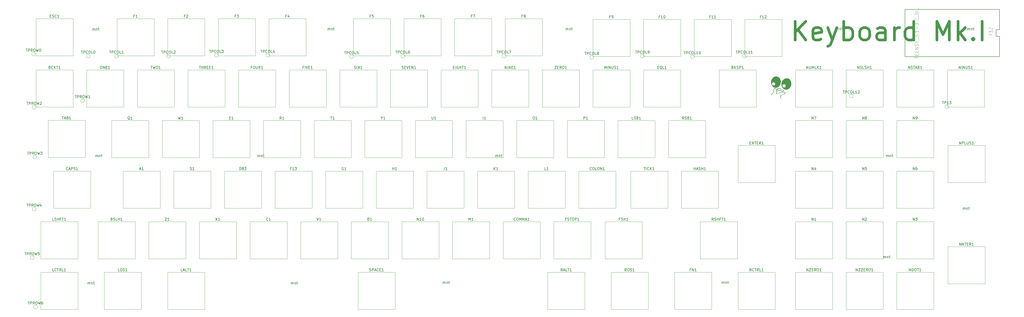
<source format=gto>
G04 #@! TF.GenerationSoftware,KiCad,Pcbnew,(5.1.4)-1*
G04 #@! TF.CreationDate,2019-12-01T17:39:01+00:00*
G04 #@! TF.ProjectId,kb,6b622e6b-6963-4616-945f-706362585858,rev?*
G04 #@! TF.SameCoordinates,Original*
G04 #@! TF.FileFunction,Legend,Top*
G04 #@! TF.FilePolarity,Positive*
%FSLAX46Y46*%
G04 Gerber Fmt 4.6, Leading zero omitted, Abs format (unit mm)*
G04 Created by KiCad (PCBNEW (5.1.4)-1) date 2019-12-01 17:39:01*
%MOMM*%
%LPD*%
G04 APERTURE LIST*
%ADD10C,1.000000*%
%ADD11C,0.010000*%
%ADD12C,0.203200*%
%ADD13C,0.120000*%
%ADD14C,0.150000*%
%ADD15C,0.101600*%
G04 APERTURE END LIST*
D10*
X239083333Y41083333D02*
X239083333Y48083333D01*
X243083333Y41083333D02*
X240083333Y45083333D01*
X243083333Y48083333D02*
X239083333Y44083333D01*
X248750000Y41416666D02*
X248083333Y41083333D01*
X246750000Y41083333D01*
X246083333Y41416666D01*
X245750000Y42083333D01*
X245750000Y44750000D01*
X246083333Y45416666D01*
X246750000Y45750000D01*
X248083333Y45750000D01*
X248750000Y45416666D01*
X249083333Y44750000D01*
X249083333Y44083333D01*
X245750000Y43416666D01*
X251416666Y45750000D02*
X253083333Y41083333D01*
X254750000Y45750000D02*
X253083333Y41083333D01*
X252416666Y39416666D01*
X252083333Y39083333D01*
X251416666Y38750000D01*
X257416666Y41083333D02*
X257416666Y48083333D01*
X257416666Y45416666D02*
X258083333Y45750000D01*
X259416666Y45750000D01*
X260083333Y45416666D01*
X260416666Y45083333D01*
X260750000Y44416666D01*
X260750000Y42416666D01*
X260416666Y41750000D01*
X260083333Y41416666D01*
X259416666Y41083333D01*
X258083333Y41083333D01*
X257416666Y41416666D01*
X264750000Y41083333D02*
X264083333Y41416666D01*
X263750000Y41750000D01*
X263416666Y42416666D01*
X263416666Y44416666D01*
X263750000Y45083333D01*
X264083333Y45416666D01*
X264750000Y45750000D01*
X265750000Y45750000D01*
X266416666Y45416666D01*
X266750000Y45083333D01*
X267083333Y44416666D01*
X267083333Y42416666D01*
X266750000Y41750000D01*
X266416666Y41416666D01*
X265750000Y41083333D01*
X264750000Y41083333D01*
X273083333Y41083333D02*
X273083333Y44750000D01*
X272750000Y45416666D01*
X272083333Y45750000D01*
X270750000Y45750000D01*
X270083333Y45416666D01*
X273083333Y41416666D02*
X272416666Y41083333D01*
X270750000Y41083333D01*
X270083333Y41416666D01*
X269750000Y42083333D01*
X269750000Y42750000D01*
X270083333Y43416666D01*
X270750000Y43750000D01*
X272416666Y43750000D01*
X273083333Y44083333D01*
X276416666Y41083333D02*
X276416666Y45750000D01*
X276416666Y44416666D02*
X276750000Y45083333D01*
X277083333Y45416666D01*
X277750000Y45750000D01*
X278416666Y45750000D01*
X283750000Y41083333D02*
X283750000Y48083333D01*
X283750000Y41416666D02*
X283083333Y41083333D01*
X281750000Y41083333D01*
X281083333Y41416666D01*
X280750000Y41750000D01*
X280416666Y42416666D01*
X280416666Y44416666D01*
X280750000Y45083333D01*
X281083333Y45416666D01*
X281750000Y45750000D01*
X283083333Y45750000D01*
X283750000Y45416666D01*
X292416666Y41083333D02*
X292416666Y48083333D01*
X294750000Y43083333D01*
X297083333Y48083333D01*
X297083333Y41083333D01*
X300416666Y41083333D02*
X300416666Y48083333D01*
X301083333Y43750000D02*
X303083333Y41083333D01*
X303083333Y45750000D02*
X300416666Y43083333D01*
X306083333Y41750000D02*
X306416666Y41416666D01*
X306083333Y41083333D01*
X305750000Y41416666D01*
X306083333Y41750000D01*
X306083333Y41083333D01*
X309416666Y41083333D02*
X309416666Y48083333D01*
D11*
G36*
X232450127Y27283147D02*
G01*
X232469553Y27275175D01*
X232930741Y26995726D01*
X233289541Y26600689D01*
X233532629Y26118497D01*
X233646685Y25577578D01*
X233618387Y25006363D01*
X233591874Y24880037D01*
X233392649Y24326550D01*
X233095732Y23866948D01*
X232722972Y23513031D01*
X232296216Y23276603D01*
X231837311Y23169463D01*
X231368105Y23203414D01*
X230910446Y23390256D01*
X230874743Y23412317D01*
X230462628Y23770246D01*
X230177127Y24233469D01*
X230055153Y24679420D01*
X230310118Y24679420D01*
X230320459Y24380169D01*
X230470758Y24131290D01*
X230725340Y23973352D01*
X231036118Y23939323D01*
X231296621Y24016764D01*
X231437247Y24151089D01*
X231551725Y24346737D01*
X231598897Y24637393D01*
X231513835Y24889925D01*
X231332783Y25083191D01*
X231091986Y25196051D01*
X230827691Y25207366D01*
X230576140Y25095994D01*
X230462145Y24982249D01*
X230310118Y24679420D01*
X230055153Y24679420D01*
X230025750Y24786917D01*
X230002484Y25163000D01*
X230048108Y25700630D01*
X230188634Y26145007D01*
X230446968Y26556143D01*
X230606091Y26744453D01*
X231033720Y27119030D01*
X231492591Y27336232D01*
X231969221Y27392218D01*
X232450127Y27283147D01*
X232450127Y27283147D01*
G37*
X232450127Y27283147D02*
X232469553Y27275175D01*
X232930741Y26995726D01*
X233289541Y26600689D01*
X233532629Y26118497D01*
X233646685Y25577578D01*
X233618387Y25006363D01*
X233591874Y24880037D01*
X233392649Y24326550D01*
X233095732Y23866948D01*
X232722972Y23513031D01*
X232296216Y23276603D01*
X231837311Y23169463D01*
X231368105Y23203414D01*
X230910446Y23390256D01*
X230874743Y23412317D01*
X230462628Y23770246D01*
X230177127Y24233469D01*
X230055153Y24679420D01*
X230310118Y24679420D01*
X230320459Y24380169D01*
X230470758Y24131290D01*
X230725340Y23973352D01*
X231036118Y23939323D01*
X231296621Y24016764D01*
X231437247Y24151089D01*
X231551725Y24346737D01*
X231598897Y24637393D01*
X231513835Y24889925D01*
X231332783Y25083191D01*
X231091986Y25196051D01*
X230827691Y25207366D01*
X230576140Y25095994D01*
X230462145Y24982249D01*
X230310118Y24679420D01*
X230055153Y24679420D01*
X230025750Y24786917D01*
X230002484Y25163000D01*
X230048108Y25700630D01*
X230188634Y26145007D01*
X230446968Y26556143D01*
X230606091Y26744453D01*
X231033720Y27119030D01*
X231492591Y27336232D01*
X231969221Y27392218D01*
X232450127Y27283147D01*
G36*
X236416890Y26591643D02*
G01*
X236878611Y26326597D01*
X237169612Y26013584D01*
X237389858Y25587231D01*
X237529497Y25092198D01*
X237578678Y24573147D01*
X237527547Y24074738D01*
X237438380Y23789005D01*
X237163622Y23301627D01*
X236800563Y22910169D01*
X236376250Y22629601D01*
X235917729Y22474894D01*
X235452045Y22461019D01*
X235166621Y22531525D01*
X234711808Y22782090D01*
X234357837Y23144429D01*
X234109614Y23590781D01*
X233992129Y24020000D01*
X234255780Y24020000D01*
X234273387Y23729537D01*
X234409912Y23458555D01*
X234584576Y23305864D01*
X234790177Y23205483D01*
X234937504Y23189915D01*
X235114111Y23257912D01*
X235191278Y23297202D01*
X235424791Y23494746D01*
X235530436Y23749111D01*
X235519013Y24019933D01*
X235401319Y24266847D01*
X235188154Y24449487D01*
X234890317Y24527489D01*
X234862007Y24528000D01*
X234629091Y24457699D01*
X234408500Y24285067D01*
X234268744Y24067517D01*
X234255780Y24020000D01*
X233992129Y24020000D01*
X233972041Y24093387D01*
X233950026Y24624486D01*
X234048471Y25156318D01*
X234272282Y25661123D01*
X234548395Y26030665D01*
X234995165Y26420678D01*
X235459742Y26644717D01*
X235935769Y26701974D01*
X236416890Y26591643D01*
X236416890Y26591643D01*
G37*
X236416890Y26591643D02*
X236878611Y26326597D01*
X237169612Y26013584D01*
X237389858Y25587231D01*
X237529497Y25092198D01*
X237578678Y24573147D01*
X237527547Y24074738D01*
X237438380Y23789005D01*
X237163622Y23301627D01*
X236800563Y22910169D01*
X236376250Y22629601D01*
X235917729Y22474894D01*
X235452045Y22461019D01*
X235166621Y22531525D01*
X234711808Y22782090D01*
X234357837Y23144429D01*
X234109614Y23590781D01*
X233992129Y24020000D01*
X234255780Y24020000D01*
X234273387Y23729537D01*
X234409912Y23458555D01*
X234584576Y23305864D01*
X234790177Y23205483D01*
X234937504Y23189915D01*
X235114111Y23257912D01*
X235191278Y23297202D01*
X235424791Y23494746D01*
X235530436Y23749111D01*
X235519013Y24019933D01*
X235401319Y24266847D01*
X235188154Y24449487D01*
X234890317Y24527489D01*
X234862007Y24528000D01*
X234629091Y24457699D01*
X234408500Y24285067D01*
X234268744Y24067517D01*
X234255780Y24020000D01*
X233992129Y24020000D01*
X233972041Y24093387D01*
X233950026Y24624486D01*
X234048471Y25156318D01*
X234272282Y25661123D01*
X234548395Y26030665D01*
X234995165Y26420678D01*
X235459742Y26644717D01*
X235935769Y26701974D01*
X236416890Y26591643D01*
G36*
X233110822Y22864958D02*
G01*
X233502885Y22785546D01*
X233890452Y22659051D01*
X234237336Y22496277D01*
X234507350Y22308028D01*
X234664307Y22105108D01*
X234689333Y21990175D01*
X234627216Y21777920D01*
X234464341Y21675844D01*
X234235921Y21693204D01*
X234012000Y21812131D01*
X233673326Y21989479D01*
X233238423Y22110764D01*
X232776320Y22156840D01*
X232769214Y22156861D01*
X232489288Y22191114D01*
X232294198Y22279516D01*
X232282381Y22290381D01*
X232168640Y22435006D01*
X232172171Y22489440D01*
X232256218Y22489440D01*
X232328790Y22366550D01*
X232566707Y22278203D01*
X232970210Y22224238D01*
X232991767Y22222651D01*
X233429901Y22164705D01*
X233773320Y22050688D01*
X233943283Y21959513D01*
X234248702Y21803171D01*
X234451225Y21771351D01*
X234562690Y21864037D01*
X234588195Y21958590D01*
X234536681Y22149070D01*
X234351293Y22333203D01*
X234067431Y22500108D01*
X233720494Y22638902D01*
X233345880Y22738702D01*
X232978988Y22788627D01*
X232655218Y22777794D01*
X232409968Y22695321D01*
X232348746Y22647032D01*
X232256218Y22489440D01*
X232172171Y22489440D01*
X232177218Y22567234D01*
X232269525Y22712651D01*
X232457955Y22839315D01*
X232750449Y22886483D01*
X233110822Y22864958D01*
X233110822Y22864958D01*
G37*
X233110822Y22864958D02*
X233502885Y22785546D01*
X233890452Y22659051D01*
X234237336Y22496277D01*
X234507350Y22308028D01*
X234664307Y22105108D01*
X234689333Y21990175D01*
X234627216Y21777920D01*
X234464341Y21675844D01*
X234235921Y21693204D01*
X234012000Y21812131D01*
X233673326Y21989479D01*
X233238423Y22110764D01*
X232776320Y22156840D01*
X232769214Y22156861D01*
X232489288Y22191114D01*
X232294198Y22279516D01*
X232282381Y22290381D01*
X232168640Y22435006D01*
X232172171Y22489440D01*
X232256218Y22489440D01*
X232328790Y22366550D01*
X232566707Y22278203D01*
X232970210Y22224238D01*
X232991767Y22222651D01*
X233429901Y22164705D01*
X233773320Y22050688D01*
X233943283Y21959513D01*
X234248702Y21803171D01*
X234451225Y21771351D01*
X234562690Y21864037D01*
X234588195Y21958590D01*
X234536681Y22149070D01*
X234351293Y22333203D01*
X234067431Y22500108D01*
X233720494Y22638902D01*
X233345880Y22738702D01*
X232978988Y22788627D01*
X232655218Y22777794D01*
X232409968Y22695321D01*
X232348746Y22647032D01*
X232256218Y22489440D01*
X232172171Y22489440D01*
X232177218Y22567234D01*
X232269525Y22712651D01*
X232457955Y22839315D01*
X232750449Y22886483D01*
X233110822Y22864958D01*
G36*
X234654311Y21538664D02*
G01*
X234591597Y21504001D01*
X234520000Y21480000D01*
X234288128Y21426632D01*
X234139000Y21412213D01*
X234047022Y21421336D01*
X234109736Y21455999D01*
X234181333Y21480000D01*
X234413205Y21533369D01*
X234562333Y21547788D01*
X234654311Y21538664D01*
X234654311Y21538664D01*
G37*
X234654311Y21538664D02*
X234591597Y21504001D01*
X234520000Y21480000D01*
X234288128Y21426632D01*
X234139000Y21412213D01*
X234047022Y21421336D01*
X234109736Y21455999D01*
X234181333Y21480000D01*
X234413205Y21533369D01*
X234562333Y21547788D01*
X234654311Y21538664D01*
G36*
X233842646Y21363526D02*
G01*
X233709350Y21311442D01*
X233546333Y21262396D01*
X233278687Y21195534D01*
X233066001Y21155766D01*
X232996000Y21150537D01*
X232996021Y21173141D01*
X233129316Y21225225D01*
X233292333Y21274271D01*
X233559979Y21341133D01*
X233772666Y21380901D01*
X233842667Y21386130D01*
X233842646Y21363526D01*
X233842646Y21363526D01*
G37*
X233842646Y21363526D02*
X233709350Y21311442D01*
X233546333Y21262396D01*
X233278687Y21195534D01*
X233066001Y21155766D01*
X232996000Y21150537D01*
X232996021Y21173141D01*
X233129316Y21225225D01*
X233292333Y21274271D01*
X233559979Y21341133D01*
X233772666Y21380901D01*
X233842667Y21386130D01*
X233842646Y21363526D01*
G36*
X232803736Y21107820D02*
G01*
X232778485Y21069338D01*
X232692611Y21063351D01*
X232602269Y21084028D01*
X232641458Y21114504D01*
X232773782Y21124597D01*
X232803736Y21107820D01*
X232803736Y21107820D01*
G37*
X232803736Y21107820D02*
X232778485Y21069338D01*
X232692611Y21063351D01*
X232602269Y21084028D01*
X232641458Y21114504D01*
X232773782Y21124597D01*
X232803736Y21107820D01*
G36*
X235046772Y21497790D02*
G01*
X235171011Y21342783D01*
X235262735Y21168077D01*
X235282000Y21080161D01*
X235219289Y20932339D01*
X235074122Y20769030D01*
X234910946Y20654646D01*
X234837500Y20635908D01*
X234815609Y20670328D01*
X234901000Y20734506D01*
X235129475Y20918705D01*
X235189643Y21118443D01*
X235082052Y21336580D01*
X235028000Y21395333D01*
X234932011Y21514656D01*
X234938150Y21564665D01*
X234938532Y21564667D01*
X235046772Y21497790D01*
X235046772Y21497790D01*
G37*
X235046772Y21497790D02*
X235171011Y21342783D01*
X235262735Y21168077D01*
X235282000Y21080161D01*
X235219289Y20932339D01*
X235074122Y20769030D01*
X234910946Y20654646D01*
X234837500Y20635908D01*
X234815609Y20670328D01*
X234901000Y20734506D01*
X235129475Y20918705D01*
X235189643Y21118443D01*
X235082052Y21336580D01*
X235028000Y21395333D01*
X234932011Y21514656D01*
X234938150Y21564665D01*
X234938532Y21564667D01*
X235046772Y21497790D01*
G36*
X234666403Y20599820D02*
G01*
X234641152Y20561338D01*
X234555278Y20555351D01*
X234464935Y20576028D01*
X234504125Y20606504D01*
X234636449Y20616597D01*
X234666403Y20599820D01*
X234666403Y20599820D01*
G37*
X234666403Y20599820D02*
X234641152Y20561338D01*
X234555278Y20555351D01*
X234464935Y20576028D01*
X234504125Y20606504D01*
X234636449Y20616597D01*
X234666403Y20599820D01*
G36*
X234327736Y20515153D02*
G01*
X234302485Y20476671D01*
X234216611Y20470684D01*
X234126269Y20491362D01*
X234165458Y20521837D01*
X234297782Y20531931D01*
X234327736Y20515153D01*
X234327736Y20515153D01*
G37*
X234327736Y20515153D02*
X234302485Y20476671D01*
X234216611Y20470684D01*
X234126269Y20491362D01*
X234165458Y20521837D01*
X234297782Y20531931D01*
X234327736Y20515153D01*
G36*
X231421914Y22904808D02*
G01*
X231528413Y22872631D01*
X231796777Y22696372D01*
X232011894Y22403631D01*
X232155894Y22043523D01*
X232210908Y21665162D01*
X232159066Y21317665D01*
X232124206Y21235052D01*
X231996763Y20979586D01*
X232263548Y21016981D01*
X232429900Y21037393D01*
X232438527Y21024668D01*
X232318667Y20979294D01*
X232092128Y20917393D01*
X231945711Y20895773D01*
X231836783Y20901337D01*
X231856286Y20963513D01*
X231923539Y21041056D01*
X232070914Y21305397D01*
X232119122Y21628659D01*
X232081121Y21973428D01*
X231969870Y22302293D01*
X231798329Y22577841D01*
X231579456Y22762659D01*
X231326210Y22819336D01*
X231308175Y22817613D01*
X231194629Y22795250D01*
X231129676Y22735610D01*
X231099773Y22600153D01*
X231091373Y22350339D01*
X231091000Y22199667D01*
X231085518Y21876729D01*
X231054529Y21642303D01*
X230976219Y21446928D01*
X230828773Y21241141D01*
X230590379Y20975481D01*
X230516107Y20896146D01*
X230301465Y20676706D01*
X230139840Y20528172D01*
X230047648Y20461836D01*
X230041304Y20488988D01*
X230137223Y20620921D01*
X230164811Y20654500D01*
X230312087Y20823619D01*
X230520442Y21053628D01*
X230664767Y21209206D01*
X230843596Y21408572D01*
X230945732Y21568628D01*
X230992629Y21749899D01*
X231005740Y22012910D01*
X231006333Y22172832D01*
X231026033Y22562223D01*
X231093497Y22802803D01*
X231221275Y22911391D01*
X231421914Y22904808D01*
X231421914Y22904808D01*
G37*
X231421914Y22904808D02*
X231528413Y22872631D01*
X231796777Y22696372D01*
X232011894Y22403631D01*
X232155894Y22043523D01*
X232210908Y21665162D01*
X232159066Y21317665D01*
X232124206Y21235052D01*
X231996763Y20979586D01*
X232263548Y21016981D01*
X232429900Y21037393D01*
X232438527Y21024668D01*
X232318667Y20979294D01*
X232092128Y20917393D01*
X231945711Y20895773D01*
X231836783Y20901337D01*
X231856286Y20963513D01*
X231923539Y21041056D01*
X232070914Y21305397D01*
X232119122Y21628659D01*
X232081121Y21973428D01*
X231969870Y22302293D01*
X231798329Y22577841D01*
X231579456Y22762659D01*
X231326210Y22819336D01*
X231308175Y22817613D01*
X231194629Y22795250D01*
X231129676Y22735610D01*
X231099773Y22600153D01*
X231091373Y22350339D01*
X231091000Y22199667D01*
X231085518Y21876729D01*
X231054529Y21642303D01*
X230976219Y21446928D01*
X230828773Y21241141D01*
X230590379Y20975481D01*
X230516107Y20896146D01*
X230301465Y20676706D01*
X230139840Y20528172D01*
X230047648Y20461836D01*
X230041304Y20488988D01*
X230137223Y20620921D01*
X230164811Y20654500D01*
X230312087Y20823619D01*
X230520442Y21053628D01*
X230664767Y21209206D01*
X230843596Y21408572D01*
X230945732Y21568628D01*
X230992629Y21749899D01*
X231005740Y22012910D01*
X231006333Y22172832D01*
X231026033Y22562223D01*
X231093497Y22802803D01*
X231221275Y22911391D01*
X231421914Y22904808D01*
G36*
X233987721Y20431835D02*
G01*
X233960401Y20391277D01*
X233855165Y20379333D01*
X233723701Y20351231D01*
X233708276Y20234349D01*
X233721253Y20175553D01*
X233724204Y19942156D01*
X233677554Y19794553D01*
X233627906Y19579367D01*
X233673934Y19446878D01*
X233719433Y19247255D01*
X233670520Y19129378D01*
X233601906Y19030245D01*
X233606247Y19077697D01*
X233624303Y19136634D01*
X233626445Y19337112D01*
X233587973Y19449295D01*
X233552627Y19667672D01*
X233604726Y19830435D01*
X233663789Y20037812D01*
X233608704Y20209324D01*
X233605366Y20214723D01*
X233553823Y20338454D01*
X233629875Y20404144D01*
X233719860Y20430285D01*
X233899179Y20452956D01*
X233987721Y20431835D01*
X233987721Y20431835D01*
G37*
X233987721Y20431835D02*
X233960401Y20391277D01*
X233855165Y20379333D01*
X233723701Y20351231D01*
X233708276Y20234349D01*
X233721253Y20175553D01*
X233724204Y19942156D01*
X233677554Y19794553D01*
X233627906Y19579367D01*
X233673934Y19446878D01*
X233719433Y19247255D01*
X233670520Y19129378D01*
X233601906Y19030245D01*
X233606247Y19077697D01*
X233624303Y19136634D01*
X233626445Y19337112D01*
X233587973Y19449295D01*
X233552627Y19667672D01*
X233604726Y19830435D01*
X233663789Y20037812D01*
X233608704Y20209324D01*
X233605366Y20214723D01*
X233553823Y20338454D01*
X233629875Y20404144D01*
X233719860Y20430285D01*
X233899179Y20452956D01*
X233987721Y20431835D01*
D12*
X315948000Y44958000D02*
X314678000Y44958000D01*
X315948000Y52578000D02*
X315948000Y44958000D01*
X280388000Y52578000D02*
X315948000Y52578000D01*
X280388000Y34798000D02*
X280388000Y52578000D01*
X315948000Y34798000D02*
X280388000Y34798000D01*
X315948000Y42418000D02*
X315948000Y34798000D01*
X314678000Y42418000D02*
X315948000Y42418000D01*
X314678000Y44958000D02*
X314678000Y42418000D01*
D13*
X-40005000Y-22225000D02*
X-40005000Y-8255000D01*
X-26035000Y-22225000D02*
X-40005000Y-22225000D01*
X-26035000Y-8255000D02*
X-26035000Y-22225000D01*
X-40005000Y-8255000D02*
X-26035000Y-8255000D01*
X-42037000Y-3144520D02*
X-42037000Y10825480D01*
X-28067000Y-3144520D02*
X-42037000Y-3144520D01*
X-28067000Y10825480D02*
X-28067000Y-3144520D01*
X-42037000Y10825480D02*
X-28067000Y10825480D01*
X-46036000Y-59436000D02*
G75*
G03X-46036000Y-59436000I-700000J0D01*
G01*
X-47306000Y-40894000D02*
G75*
G03X-47306000Y-40894000I-700000J0D01*
G01*
X-46544000Y-22606000D02*
G75*
G03X-46544000Y-22606000I-700000J0D01*
G01*
X-46290000Y-3048000D02*
G75*
G03X-46290000Y-3048000I-700000J0D01*
G01*
X-46544000Y15748000D02*
G75*
G03X-46544000Y15748000I-700000J0D01*
G01*
X-28300000Y18250000D02*
G75*
G03X-28300000Y18250000I-700000J0D01*
G01*
X-46800000Y35750000D02*
G75*
G03X-46800000Y35750000I-700000J0D01*
G01*
X260950000Y20000000D02*
G75*
G03X260950000Y20000000I-700000J0D01*
G01*
X220664000Y35052000D02*
G75*
G03X220664000Y35052000I-700000J0D01*
G01*
X201106000Y34798000D02*
G75*
G03X201106000Y34798000I-700000J0D01*
G01*
X182310000Y35052000D02*
G75*
G03X182310000Y35052000I-700000J0D01*
G01*
X163260000Y34544000D02*
G75*
G03X163260000Y34544000I-700000J0D01*
G01*
X130240000Y35052000D02*
G75*
G03X130240000Y35052000I-700000J0D01*
G01*
X92140000Y35052000D02*
G75*
G03X92140000Y35052000I-700000J0D01*
G01*
X72836000Y34798000D02*
G75*
G03X72836000Y34798000I-700000J0D01*
G01*
X41340000Y35306000D02*
G75*
G03X41340000Y35306000I-700000J0D01*
G01*
X22036000Y35306000D02*
G75*
G03X22036000Y35306000I-700000J0D01*
G01*
X4002000Y35052000D02*
G75*
G03X4002000Y35052000I-700000J0D01*
G01*
X-15556000Y35052000D02*
G75*
G03X-15556000Y35052000I-700000J0D01*
G01*
X-26224000Y35052000D02*
G75*
G03X-26224000Y35052000I-700000J0D01*
G01*
X296864000Y16002000D02*
G75*
G03X296864000Y16002000I-700000J0D01*
G01*
X210439000Y15875000D02*
X210439000Y29845000D01*
X224409000Y15875000D02*
X210439000Y15875000D01*
X224409000Y29845000D02*
X224409000Y15875000D01*
X210439000Y29845000D02*
X224409000Y29845000D01*
X203327000Y-41275000D02*
X203327000Y-27305000D01*
X217297000Y-41275000D02*
X203327000Y-41275000D01*
X217297000Y-27305000D02*
X217297000Y-41275000D01*
X203327000Y-27305000D02*
X217297000Y-27305000D01*
X296545000Y-12573000D02*
X296545000Y1397000D01*
X310515000Y-12573000D02*
X296545000Y-12573000D01*
X310515000Y1397000D02*
X310515000Y-12573000D01*
X296545000Y1397000D02*
X310515000Y1397000D01*
X296545000Y-50673000D02*
X296545000Y-36703000D01*
X310515000Y-50673000D02*
X296545000Y-50673000D01*
X310515000Y-36703000D02*
X310515000Y-50673000D01*
X296545000Y-36703000D02*
X310515000Y-36703000D01*
X96139000Y-3175000D02*
X96139000Y10795000D01*
X110109000Y-3175000D02*
X96139000Y-3175000D01*
X110109000Y10795000D02*
X110109000Y-3175000D01*
X96139000Y10795000D02*
X110109000Y10795000D01*
X5207000Y-22225000D02*
X5207000Y-8255000D01*
X19177000Y-22225000D02*
X5207000Y-22225000D01*
X19177000Y-8255000D02*
X19177000Y-22225000D01*
X5207000Y-8255000D02*
X19177000Y-8255000D01*
X143891000Y15875000D02*
X143891000Y29845000D01*
X157861000Y15875000D02*
X143891000Y15875000D01*
X157861000Y29845000D02*
X157861000Y15875000D01*
X143891000Y29845000D02*
X157861000Y29845000D01*
X-4191000Y-41275000D02*
X-4191000Y-27305000D01*
X9779000Y-41275000D02*
X-4191000Y-41275000D01*
X9779000Y-27305000D02*
X9779000Y-41275000D01*
X-4191000Y-27305000D02*
X9779000Y-27305000D01*
X77089000Y-3175000D02*
X77089000Y10795000D01*
X91059000Y-3175000D02*
X77089000Y-3175000D01*
X91059000Y10795000D02*
X91059000Y-3175000D01*
X77089000Y10795000D02*
X91059000Y10795000D01*
X14859000Y-41275000D02*
X14859000Y-27305000D01*
X28829000Y-41275000D02*
X14859000Y-41275000D01*
X28829000Y-27305000D02*
X28829000Y-41275000D01*
X14859000Y-27305000D02*
X28829000Y-27305000D01*
X889000Y-3175000D02*
X889000Y10795000D01*
X14859000Y-3175000D02*
X889000Y-3175000D01*
X14859000Y10795000D02*
X14859000Y-3175000D01*
X889000Y10795000D02*
X14859000Y10795000D01*
X52959000Y-41275000D02*
X52959000Y-27305000D01*
X66929000Y-41275000D02*
X52959000Y-41275000D01*
X66929000Y-27305000D02*
X66929000Y-41275000D01*
X52959000Y-27305000D02*
X66929000Y-27305000D01*
X-8509000Y15875000D02*
X-8509000Y29845000D01*
X5461000Y15875000D02*
X-8509000Y15875000D01*
X5461000Y29845000D02*
X5461000Y15875000D01*
X-8509000Y29845000D02*
X5461000Y29845000D01*
X177165000Y-22225000D02*
X177165000Y-8255000D01*
X191135000Y-22225000D02*
X177165000Y-22225000D01*
X191135000Y-8255000D02*
X191135000Y-22225000D01*
X177165000Y-8255000D02*
X191135000Y-8255000D01*
X10541000Y15875000D02*
X10541000Y29845000D01*
X24511000Y15875000D02*
X10541000Y15875000D01*
X24511000Y29845000D02*
X24511000Y15875000D01*
X10541000Y29845000D02*
X24511000Y29845000D01*
X58039000Y-3175000D02*
X58039000Y10795000D01*
X72009000Y-3175000D02*
X58039000Y-3175000D01*
X72009000Y10795000D02*
X72009000Y-3175000D01*
X58039000Y10795000D02*
X72009000Y10795000D01*
X74549000Y-60325000D02*
X74549000Y-46355000D01*
X88519000Y-60325000D02*
X74549000Y-60325000D01*
X88519000Y-46355000D02*
X88519000Y-60325000D01*
X74549000Y-46355000D02*
X88519000Y-46355000D01*
X67691000Y15875000D02*
X67691000Y29845000D01*
X81661000Y15875000D02*
X67691000Y15875000D01*
X81661000Y29845000D02*
X81661000Y15875000D01*
X67691000Y29845000D02*
X81661000Y29845000D01*
X86741000Y15875000D02*
X86741000Y29845000D01*
X100711000Y15875000D02*
X86741000Y15875000D01*
X100711000Y29845000D02*
X100711000Y15875000D01*
X86741000Y29845000D02*
X100711000Y29845000D01*
X191389000Y-3175000D02*
X191389000Y10795000D01*
X205359000Y-3175000D02*
X191389000Y-3175000D01*
X205359000Y10795000D02*
X205359000Y-3175000D01*
X191389000Y10795000D02*
X205359000Y10795000D01*
X169799000Y-60325000D02*
X169799000Y-46355000D01*
X183769000Y-60325000D02*
X169799000Y-60325000D01*
X183769000Y-46355000D02*
X183769000Y-60325000D01*
X169799000Y-46355000D02*
X183769000Y-46355000D01*
X217551000Y-60325000D02*
X217551000Y-46355000D01*
X231521000Y-60325000D02*
X217551000Y-60325000D01*
X231521000Y-46355000D02*
X231521000Y-60325000D01*
X217551000Y-46355000D02*
X231521000Y-46355000D01*
X145923000Y-60325000D02*
X145923000Y-46355000D01*
X159893000Y-60325000D02*
X145923000Y-60325000D01*
X159893000Y-46355000D02*
X159893000Y-60325000D01*
X145923000Y-46355000D02*
X159893000Y-46355000D01*
X38989000Y-3175000D02*
X38989000Y10795000D01*
X52959000Y-3175000D02*
X38989000Y-3175000D01*
X52959000Y10795000D02*
X52959000Y-3175000D01*
X38989000Y10795000D02*
X52959000Y10795000D01*
X-18161000Y-3175000D02*
X-18161000Y10795000D01*
X-4191000Y-3175000D02*
X-18161000Y-3175000D01*
X-4191000Y10795000D02*
X-4191000Y-3175000D01*
X-18161000Y10795000D02*
X-4191000Y10795000D01*
X153289000Y-3175000D02*
X153289000Y10795000D01*
X167259000Y-3175000D02*
X153289000Y-3175000D01*
X167259000Y10795000D02*
X167259000Y-3175000D01*
X153289000Y10795000D02*
X167259000Y10795000D01*
X-27559000Y15875000D02*
X-27559000Y29845000D01*
X-13589000Y15875000D02*
X-27559000Y15875000D01*
X-13589000Y29845000D02*
X-13589000Y15875000D01*
X-27559000Y29845000D02*
X-13589000Y29845000D01*
X134239000Y-3175000D02*
X134239000Y10795000D01*
X148209000Y-3175000D02*
X134239000Y-3175000D01*
X148209000Y10795000D02*
X148209000Y-3175000D01*
X134239000Y10795000D02*
X148209000Y10795000D01*
X258191000Y-60325000D02*
X258191000Y-46355000D01*
X272161000Y-60325000D02*
X258191000Y-60325000D01*
X272161000Y-46355000D02*
X272161000Y-60325000D01*
X258191000Y-46355000D02*
X272161000Y-46355000D01*
X239141000Y-60325000D02*
X239141000Y-46355000D01*
X253111000Y-60325000D02*
X239141000Y-60325000D01*
X253111000Y-46355000D02*
X253111000Y-60325000D01*
X239141000Y-46355000D02*
X253111000Y-46355000D01*
X239141000Y15875000D02*
X239141000Y29845000D01*
X253111000Y15875000D02*
X239141000Y15875000D01*
X253111000Y29845000D02*
X253111000Y15875000D01*
X239141000Y29845000D02*
X253111000Y29845000D01*
X277241000Y15875000D02*
X277241000Y29845000D01*
X291211000Y15875000D02*
X277241000Y15875000D01*
X291211000Y29845000D02*
X291211000Y15875000D01*
X277241000Y29845000D02*
X291211000Y29845000D01*
X258191000Y15875000D02*
X258191000Y29845000D01*
X272161000Y15875000D02*
X258191000Y15875000D01*
X272161000Y29845000D02*
X272161000Y15875000D01*
X258191000Y29845000D02*
X272161000Y29845000D01*
X296291000Y15875000D02*
X296291000Y29845000D01*
X310261000Y15875000D02*
X296291000Y15875000D01*
X310261000Y29845000D02*
X310261000Y15875000D01*
X296291000Y29845000D02*
X310261000Y29845000D01*
X124841000Y15875000D02*
X124841000Y29845000D01*
X138811000Y15875000D02*
X124841000Y15875000D01*
X138811000Y29845000D02*
X138811000Y15875000D01*
X124841000Y29845000D02*
X138811000Y29845000D01*
X277241000Y-60325000D02*
X277241000Y-46355000D01*
X291211000Y-60325000D02*
X277241000Y-60325000D01*
X291211000Y-46355000D02*
X291211000Y-60325000D01*
X277241000Y-46355000D02*
X291211000Y-46355000D01*
X91059000Y-41275000D02*
X91059000Y-27305000D01*
X105029000Y-41275000D02*
X91059000Y-41275000D01*
X105029000Y-27305000D02*
X105029000Y-41275000D01*
X91059000Y-27305000D02*
X105029000Y-27305000D01*
X277241000Y-3175000D02*
X277241000Y10795000D01*
X291211000Y-3175000D02*
X277241000Y-3175000D01*
X291211000Y10795000D02*
X291211000Y-3175000D01*
X277241000Y10795000D02*
X291211000Y10795000D01*
X258191000Y-3175000D02*
X258191000Y10795000D01*
X272161000Y-3175000D02*
X258191000Y-3175000D01*
X272161000Y10795000D02*
X272161000Y-3175000D01*
X258191000Y10795000D02*
X272161000Y10795000D01*
X239141000Y-3175000D02*
X239141000Y10795000D01*
X253111000Y-3175000D02*
X239141000Y-3175000D01*
X253111000Y10795000D02*
X253111000Y-3175000D01*
X239141000Y10795000D02*
X253111000Y10795000D01*
X277241000Y-22225000D02*
X277241000Y-8255000D01*
X291211000Y-22225000D02*
X277241000Y-22225000D01*
X291211000Y-8255000D02*
X291211000Y-22225000D01*
X277241000Y-8255000D02*
X291211000Y-8255000D01*
X258191000Y-22225000D02*
X258191000Y-8255000D01*
X272161000Y-22225000D02*
X258191000Y-22225000D01*
X272161000Y-8255000D02*
X272161000Y-22225000D01*
X258191000Y-8255000D02*
X272161000Y-8255000D01*
X239141000Y-22225000D02*
X239141000Y-8255000D01*
X253111000Y-22225000D02*
X239141000Y-22225000D01*
X253111000Y-8255000D02*
X253111000Y-22225000D01*
X239141000Y-8255000D02*
X253111000Y-8255000D01*
X277241000Y-41275000D02*
X277241000Y-27305000D01*
X291211000Y-41275000D02*
X277241000Y-41275000D01*
X291211000Y-27305000D02*
X291211000Y-41275000D01*
X277241000Y-27305000D02*
X291211000Y-27305000D01*
X258191000Y-41275000D02*
X258191000Y-27305000D01*
X272161000Y-41275000D02*
X258191000Y-41275000D01*
X272161000Y-27305000D02*
X272161000Y-41275000D01*
X258191000Y-27305000D02*
X272161000Y-27305000D01*
X239141000Y-41275000D02*
X239141000Y-27305000D01*
X253111000Y-41275000D02*
X239141000Y-41275000D01*
X253111000Y-27305000D02*
X253111000Y-41275000D01*
X239141000Y-27305000D02*
X253111000Y-27305000D01*
X162941000Y15875000D02*
X162941000Y29845000D01*
X176911000Y15875000D02*
X162941000Y15875000D01*
X176911000Y29845000D02*
X176911000Y15875000D01*
X162941000Y29845000D02*
X176911000Y29845000D01*
X110109000Y-41275000D02*
X110109000Y-27305000D01*
X124079000Y-41275000D02*
X110109000Y-41275000D01*
X124079000Y-27305000D02*
X124079000Y-41275000D01*
X110109000Y-27305000D02*
X124079000Y-27305000D01*
X-44831000Y-41275000D02*
X-44831000Y-27305000D01*
X-30861000Y-41275000D02*
X-44831000Y-41275000D01*
X-30861000Y-27305000D02*
X-30861000Y-41275000D01*
X-44831000Y-27305000D02*
X-30861000Y-27305000D01*
X172339000Y-3175000D02*
X172339000Y10795000D01*
X186309000Y-3175000D02*
X172339000Y-3175000D01*
X186309000Y10795000D02*
X186309000Y-3175000D01*
X172339000Y10795000D02*
X186309000Y10795000D01*
X-20955000Y-60325000D02*
X-20955000Y-46355000D01*
X-6985000Y-60325000D02*
X-20955000Y-60325000D01*
X-6985000Y-46355000D02*
X-6985000Y-60325000D01*
X-20955000Y-46355000D02*
X-6985000Y-46355000D01*
X-44831000Y-60325000D02*
X-44831000Y-46355000D01*
X-30861000Y-60325000D02*
X-44831000Y-60325000D01*
X-30861000Y-46355000D02*
X-30861000Y-60325000D01*
X-44831000Y-46355000D02*
X-30861000Y-46355000D01*
X2921000Y-60325000D02*
X2921000Y-46355000D01*
X16891000Y-60325000D02*
X2921000Y-60325000D01*
X16891000Y-46355000D02*
X16891000Y-60325000D01*
X2921000Y-46355000D02*
X16891000Y-46355000D01*
X138557000Y-22225000D02*
X138557000Y-8255000D01*
X152527000Y-22225000D02*
X138557000Y-22225000D01*
X152527000Y-8255000D02*
X152527000Y-22225000D01*
X138557000Y-8255000D02*
X152527000Y-8255000D01*
X119507000Y-22225000D02*
X119507000Y-8255000D01*
X133477000Y-22225000D02*
X119507000Y-22225000D01*
X133477000Y-8255000D02*
X133477000Y-22225000D01*
X119507000Y-8255000D02*
X133477000Y-8255000D01*
X100457000Y-22225000D02*
X100457000Y-8255000D01*
X114427000Y-22225000D02*
X100457000Y-22225000D01*
X114427000Y-8255000D02*
X114427000Y-22225000D01*
X100457000Y-8255000D02*
X114427000Y-8255000D01*
X115189000Y-3175000D02*
X115189000Y10795000D01*
X129159000Y-3175000D02*
X115189000Y-3175000D01*
X129159000Y10795000D02*
X129159000Y-3175000D01*
X115189000Y10795000D02*
X129159000Y10795000D01*
X196215000Y-22225000D02*
X196215000Y-8255000D01*
X210185000Y-22225000D02*
X196215000Y-22225000D01*
X210185000Y-8255000D02*
X210185000Y-22225000D01*
X196215000Y-8255000D02*
X210185000Y-8255000D01*
X81407000Y-22225000D02*
X81407000Y-8255000D01*
X95377000Y-22225000D02*
X81407000Y-22225000D01*
X95377000Y-8255000D02*
X95377000Y-22225000D01*
X81407000Y-8255000D02*
X95377000Y-8255000D01*
X62357000Y-22225000D02*
X62357000Y-8255000D01*
X76327000Y-22225000D02*
X62357000Y-22225000D01*
X76327000Y-8255000D02*
X76327000Y-22225000D01*
X62357000Y-8255000D02*
X76327000Y-8255000D01*
X148209000Y-41275000D02*
X148209000Y-27305000D01*
X162179000Y-41275000D02*
X148209000Y-41275000D01*
X162179000Y-27305000D02*
X162179000Y-41275000D01*
X148209000Y-27305000D02*
X162179000Y-27305000D01*
X167513000Y-41275000D02*
X167513000Y-27305000D01*
X181483000Y-41275000D02*
X167513000Y-41275000D01*
X181483000Y-27305000D02*
X181483000Y-41275000D01*
X167513000Y-27305000D02*
X181483000Y-27305000D01*
X29591000Y15875000D02*
X29591000Y29845000D01*
X43561000Y15875000D02*
X29591000Y15875000D01*
X43561000Y29845000D02*
X43561000Y15875000D01*
X29591000Y29845000D02*
X43561000Y29845000D01*
X193675000Y-60325000D02*
X193675000Y-46355000D01*
X207645000Y-60325000D02*
X193675000Y-60325000D01*
X207645000Y-46355000D02*
X207645000Y-60325000D01*
X193675000Y-46355000D02*
X207645000Y-46355000D01*
X48641000Y15875000D02*
X48641000Y29845000D01*
X62611000Y15875000D02*
X48641000Y15875000D01*
X62611000Y29845000D02*
X62611000Y15875000D01*
X48641000Y29845000D02*
X62611000Y29845000D01*
X43307000Y-22225000D02*
X43307000Y-8255000D01*
X57277000Y-22225000D02*
X43307000Y-22225000D01*
X57277000Y-8255000D02*
X57277000Y-22225000D01*
X43307000Y-8255000D02*
X57277000Y-8255000D01*
X220091000Y34925000D02*
X220091000Y48895000D01*
X234061000Y34925000D02*
X220091000Y34925000D01*
X234061000Y48895000D02*
X234061000Y34925000D01*
X220091000Y48895000D02*
X234061000Y48895000D01*
X201041000Y34925000D02*
X201041000Y48895000D01*
X215011000Y34925000D02*
X201041000Y34925000D01*
X215011000Y48895000D02*
X215011000Y34925000D01*
X201041000Y48895000D02*
X215011000Y48895000D01*
X181991000Y34925000D02*
X181991000Y48895000D01*
X195961000Y34925000D02*
X181991000Y34925000D01*
X195961000Y48895000D02*
X195961000Y34925000D01*
X181991000Y48895000D02*
X195961000Y48895000D01*
X162941000Y34925000D02*
X162941000Y48895000D01*
X176911000Y34925000D02*
X162941000Y34925000D01*
X176911000Y48895000D02*
X176911000Y34925000D01*
X162941000Y48895000D02*
X176911000Y48895000D01*
X129921000Y35179000D02*
X129921000Y49149000D01*
X143891000Y35179000D02*
X129921000Y35179000D01*
X143891000Y49149000D02*
X143891000Y35179000D01*
X129921000Y49149000D02*
X143891000Y49149000D01*
X110871000Y35179000D02*
X110871000Y49149000D01*
X124841000Y35179000D02*
X110871000Y35179000D01*
X124841000Y49149000D02*
X124841000Y35179000D01*
X110871000Y49149000D02*
X124841000Y49149000D01*
X91821000Y35179000D02*
X91821000Y49149000D01*
X105791000Y35179000D02*
X91821000Y35179000D01*
X105791000Y49149000D02*
X105791000Y35179000D01*
X91821000Y49149000D02*
X105791000Y49149000D01*
X72771000Y35179000D02*
X72771000Y49149000D01*
X86741000Y35179000D02*
X72771000Y35179000D01*
X86741000Y49149000D02*
X86741000Y35179000D01*
X72771000Y49149000D02*
X86741000Y49149000D01*
X41021000Y35179000D02*
X41021000Y49149000D01*
X54991000Y35179000D02*
X41021000Y35179000D01*
X54991000Y49149000D02*
X54991000Y35179000D01*
X41021000Y49149000D02*
X54991000Y49149000D01*
X21971000Y35179000D02*
X21971000Y49149000D01*
X35941000Y35179000D02*
X21971000Y35179000D01*
X35941000Y49149000D02*
X35941000Y35179000D01*
X21971000Y49149000D02*
X35941000Y49149000D01*
X2921000Y35179000D02*
X2921000Y49149000D01*
X16891000Y35179000D02*
X2921000Y35179000D01*
X16891000Y49149000D02*
X16891000Y35179000D01*
X2921000Y49149000D02*
X16891000Y49149000D01*
X-16129000Y35179000D02*
X-16129000Y49149000D01*
X-2159000Y35179000D02*
X-16129000Y35179000D01*
X-2159000Y49149000D02*
X-2159000Y35179000D01*
X-16129000Y49149000D02*
X-2159000Y49149000D01*
X-46609000Y35179000D02*
X-46609000Y49149000D01*
X-32639000Y35179000D02*
X-46609000Y35179000D01*
X-32639000Y49149000D02*
X-32639000Y35179000D01*
X-46609000Y49149000D02*
X-32639000Y49149000D01*
X181991000Y15875000D02*
X181991000Y29845000D01*
X195961000Y15875000D02*
X181991000Y15875000D01*
X195961000Y29845000D02*
X195961000Y15875000D01*
X181991000Y29845000D02*
X195961000Y29845000D01*
X217551000Y-12573000D02*
X217551000Y1397000D01*
X231521000Y-12573000D02*
X217551000Y-12573000D01*
X231521000Y1397000D02*
X231521000Y-12573000D01*
X217551000Y1397000D02*
X231521000Y1397000D01*
X105791000Y15875000D02*
X105791000Y29845000D01*
X119761000Y15875000D02*
X105791000Y15875000D01*
X119761000Y29845000D02*
X119761000Y15875000D01*
X105791000Y29845000D02*
X119761000Y29845000D01*
X19939000Y-3175000D02*
X19939000Y10795000D01*
X33909000Y-3175000D02*
X19939000Y-3175000D01*
X33909000Y10795000D02*
X33909000Y-3175000D01*
X19939000Y10795000D02*
X33909000Y10795000D01*
X24257000Y-22225000D02*
X24257000Y-8255000D01*
X38227000Y-22225000D02*
X24257000Y-22225000D01*
X38227000Y-8255000D02*
X38227000Y-22225000D01*
X24257000Y-8255000D02*
X38227000Y-8255000D01*
X129159000Y-41275000D02*
X129159000Y-27305000D01*
X143129000Y-41275000D02*
X129159000Y-41275000D01*
X143129000Y-27305000D02*
X143129000Y-41275000D01*
X129159000Y-27305000D02*
X143129000Y-27305000D01*
X157607000Y-22225000D02*
X157607000Y-8255000D01*
X171577000Y-22225000D02*
X157607000Y-22225000D01*
X171577000Y-8255000D02*
X171577000Y-22225000D01*
X157607000Y-8255000D02*
X171577000Y-8255000D01*
X33909000Y-41275000D02*
X33909000Y-27305000D01*
X47879000Y-41275000D02*
X33909000Y-41275000D01*
X47879000Y-27305000D02*
X47879000Y-41275000D01*
X33909000Y-27305000D02*
X47879000Y-27305000D01*
X-23241000Y-41275000D02*
X-23241000Y-27305000D01*
X-9271000Y-41275000D02*
X-23241000Y-41275000D01*
X-9271000Y-27305000D02*
X-9271000Y-41275000D01*
X-23241000Y-27305000D02*
X-9271000Y-27305000D01*
X-46609000Y15875000D02*
X-46609000Y29845000D01*
X-32639000Y15875000D02*
X-46609000Y15875000D01*
X-32639000Y29845000D02*
X-32639000Y15875000D01*
X-46609000Y29845000D02*
X-32639000Y29845000D01*
X72009000Y-41275000D02*
X72009000Y-27305000D01*
X85979000Y-41275000D02*
X72009000Y-41275000D01*
X85979000Y-27305000D02*
X85979000Y-41275000D01*
X72009000Y-27305000D02*
X85979000Y-27305000D01*
X-13843000Y-22225000D02*
X-13843000Y-8255000D01*
X127000Y-22225000D02*
X-13843000Y-22225000D01*
X127000Y-8255000D02*
X127000Y-22225000D01*
X-13843000Y-8255000D02*
X127000Y-8255000D01*
D14*
X36833333Y-2952380D02*
X36833333Y-2285714D01*
X36833333Y-2380952D02*
X36880952Y-2333333D01*
X36976190Y-2285714D01*
X37119047Y-2285714D01*
X37214285Y-2333333D01*
X37261904Y-2428571D01*
X37261904Y-2952380D01*
X37261904Y-2428571D02*
X37309523Y-2333333D01*
X37404761Y-2285714D01*
X37547619Y-2285714D01*
X37642857Y-2333333D01*
X37690476Y-2428571D01*
X37690476Y-2952380D01*
X38166666Y-2285714D02*
X38166666Y-2952380D01*
X38166666Y-2380952D02*
X38214285Y-2333333D01*
X38309523Y-2285714D01*
X38452380Y-2285714D01*
X38547619Y-2333333D01*
X38595238Y-2428571D01*
X38595238Y-2952380D01*
X38928571Y-2285714D02*
X39309523Y-2285714D01*
X39071428Y-1952380D02*
X39071428Y-2809523D01*
X39119047Y-2904761D01*
X39214285Y-2952380D01*
X39309523Y-2952380D01*
X126333333Y-2952380D02*
X126333333Y-2285714D01*
X126333333Y-2380952D02*
X126380952Y-2333333D01*
X126476190Y-2285714D01*
X126619047Y-2285714D01*
X126714285Y-2333333D01*
X126761904Y-2428571D01*
X126761904Y-2952380D01*
X126761904Y-2428571D02*
X126809523Y-2333333D01*
X126904761Y-2285714D01*
X127047619Y-2285714D01*
X127142857Y-2333333D01*
X127190476Y-2428571D01*
X127190476Y-2952380D01*
X127666666Y-2285714D02*
X127666666Y-2952380D01*
X127666666Y-2380952D02*
X127714285Y-2333333D01*
X127809523Y-2285714D01*
X127952380Y-2285714D01*
X128047619Y-2333333D01*
X128095238Y-2428571D01*
X128095238Y-2952380D01*
X128428571Y-2285714D02*
X128809523Y-2285714D01*
X128571428Y-1952380D02*
X128571428Y-2809523D01*
X128619047Y-2904761D01*
X128714285Y-2952380D01*
X128809523Y-2952380D01*
D15*
X312077523Y42750619D02*
X312077523Y43476333D01*
X313347523Y43113476D02*
X312077523Y43113476D01*
X312077523Y43778714D02*
X312077523Y44564904D01*
X312561333Y44141571D01*
X312561333Y44323000D01*
X312621809Y44443952D01*
X312682285Y44504428D01*
X312803238Y44564904D01*
X313105619Y44564904D01*
X313226571Y44504428D01*
X313287047Y44443952D01*
X313347523Y44323000D01*
X313347523Y43960142D01*
X313287047Y43839190D01*
X313226571Y43778714D01*
X312198476Y45048714D02*
X312138000Y45109190D01*
X312077523Y45230142D01*
X312077523Y45532523D01*
X312138000Y45653476D01*
X312198476Y45713952D01*
X312319428Y45774428D01*
X312440380Y45774428D01*
X312621809Y45713952D01*
X313347523Y44988238D01*
X313347523Y45774428D01*
X284137523Y34132761D02*
X284137523Y34858476D01*
X285407523Y34495619D02*
X284137523Y34495619D01*
X284742285Y35281809D02*
X284742285Y35705142D01*
X285407523Y35886571D02*
X285407523Y35281809D01*
X284137523Y35281809D01*
X284137523Y35886571D01*
X284742285Y36430857D02*
X284742285Y36854190D01*
X285407523Y37035619D02*
X285407523Y36430857D01*
X284137523Y36430857D01*
X284137523Y37035619D01*
X285407523Y37579904D02*
X284137523Y37579904D01*
X285407523Y38305619D01*
X284137523Y38305619D01*
X285347047Y38849904D02*
X285407523Y39031333D01*
X285407523Y39333714D01*
X285347047Y39454666D01*
X285286571Y39515142D01*
X285165619Y39575619D01*
X285044666Y39575619D01*
X284923714Y39515142D01*
X284863238Y39454666D01*
X284802761Y39333714D01*
X284742285Y39091809D01*
X284681809Y38970857D01*
X284621333Y38910380D01*
X284500380Y38849904D01*
X284379428Y38849904D01*
X284258476Y38910380D01*
X284198000Y38970857D01*
X284137523Y39091809D01*
X284137523Y39394190D01*
X284198000Y39575619D01*
X284802761Y40361809D02*
X285407523Y40361809D01*
X284137523Y39938476D02*
X284802761Y40361809D01*
X284137523Y40785142D01*
X285528476Y40906095D02*
X285528476Y41873714D01*
X284137523Y42055142D02*
X284137523Y42841333D01*
X284621333Y42418000D01*
X284621333Y42599428D01*
X284681809Y42720380D01*
X284742285Y42780857D01*
X284863238Y42841333D01*
X285165619Y42841333D01*
X285286571Y42780857D01*
X285347047Y42720380D01*
X285407523Y42599428D01*
X285407523Y42236571D01*
X285347047Y42115619D01*
X285286571Y42055142D01*
X285286571Y43385619D02*
X285347047Y43446095D01*
X285407523Y43385619D01*
X285347047Y43325142D01*
X285286571Y43385619D01*
X285407523Y43385619D01*
X285407523Y44655619D02*
X285407523Y43929904D01*
X285407523Y44292761D02*
X284137523Y44292761D01*
X284318952Y44171809D01*
X284439904Y44050857D01*
X284500380Y43929904D01*
X284923714Y45199904D02*
X284923714Y46167523D01*
X284137523Y46651333D02*
X284137523Y47437523D01*
X284621333Y47014190D01*
X284621333Y47195619D01*
X284681809Y47316571D01*
X284742285Y47377047D01*
X284863238Y47437523D01*
X285165619Y47437523D01*
X285286571Y47377047D01*
X285347047Y47316571D01*
X285407523Y47195619D01*
X285407523Y46832761D01*
X285347047Y46711809D01*
X285286571Y46651333D01*
X285286571Y47981809D02*
X285347047Y48042285D01*
X285407523Y47981809D01*
X285347047Y47921333D01*
X285286571Y47981809D01*
X285407523Y47981809D01*
X284258476Y48526095D02*
X284198000Y48586571D01*
X284137523Y48707523D01*
X284137523Y49009904D01*
X284198000Y49130857D01*
X284258476Y49191333D01*
X284379428Y49251809D01*
X284500380Y49251809D01*
X284681809Y49191333D01*
X285407523Y48465619D01*
X285407523Y49251809D01*
X285528476Y49493714D02*
X285528476Y50461333D01*
X285407523Y50763714D02*
X284137523Y50763714D01*
X284137523Y51066095D01*
X284198000Y51247523D01*
X284318952Y51368476D01*
X284439904Y51428952D01*
X284681809Y51489428D01*
X284863238Y51489428D01*
X285105142Y51428952D01*
X285226095Y51368476D01*
X285347047Y51247523D01*
X285407523Y51066095D01*
X285407523Y50763714D01*
X285407523Y52033714D02*
X284137523Y52033714D01*
X285407523Y53243238D02*
X285407523Y52638476D01*
X284137523Y52638476D01*
D14*
X-34591428Y-7723142D02*
X-34639047Y-7770761D01*
X-34781904Y-7818380D01*
X-34877142Y-7818380D01*
X-35020000Y-7770761D01*
X-35115238Y-7675523D01*
X-35162857Y-7580285D01*
X-35210476Y-7389809D01*
X-35210476Y-7246952D01*
X-35162857Y-7056476D01*
X-35115238Y-6961238D01*
X-35020000Y-6866000D01*
X-34877142Y-6818380D01*
X-34781904Y-6818380D01*
X-34639047Y-6866000D01*
X-34591428Y-6913619D01*
X-34210476Y-7532666D02*
X-33734285Y-7532666D01*
X-34305714Y-7818380D02*
X-33972380Y-6818380D01*
X-33639047Y-7818380D01*
X-33305714Y-7818380D02*
X-33305714Y-6818380D01*
X-32924761Y-6818380D01*
X-32829523Y-6866000D01*
X-32781904Y-6913619D01*
X-32734285Y-7008857D01*
X-32734285Y-7151714D01*
X-32781904Y-7246952D01*
X-32829523Y-7294571D01*
X-32924761Y-7342190D01*
X-33305714Y-7342190D01*
X-32353333Y-7770761D02*
X-32210476Y-7818380D01*
X-31972380Y-7818380D01*
X-31877142Y-7770761D01*
X-31829523Y-7723142D01*
X-31781904Y-7627904D01*
X-31781904Y-7532666D01*
X-31829523Y-7437428D01*
X-31877142Y-7389809D01*
X-31972380Y-7342190D01*
X-32162857Y-7294571D01*
X-32258095Y-7246952D01*
X-32305714Y-7199333D01*
X-32353333Y-7104095D01*
X-32353333Y-7008857D01*
X-32305714Y-6913619D01*
X-32258095Y-6866000D01*
X-32162857Y-6818380D01*
X-31924761Y-6818380D01*
X-31781904Y-6866000D01*
X-30829523Y-7818380D02*
X-31400952Y-7818380D01*
X-31115238Y-7818380D02*
X-31115238Y-6818380D01*
X-31210476Y-6961238D01*
X-31305714Y-7056476D01*
X-31400952Y-7104095D01*
X-36742476Y12262099D02*
X-36171047Y12262099D01*
X-36456761Y11262099D02*
X-36456761Y12262099D01*
X-35885333Y11547813D02*
X-35409142Y11547813D01*
X-35980571Y11262099D02*
X-35647238Y12262099D01*
X-35313904Y11262099D01*
X-34647238Y11785908D02*
X-34504380Y11738289D01*
X-34456761Y11690670D01*
X-34409142Y11595432D01*
X-34409142Y11452575D01*
X-34456761Y11357337D01*
X-34504380Y11309718D01*
X-34599619Y11262099D01*
X-34980571Y11262099D01*
X-34980571Y12262099D01*
X-34647238Y12262099D01*
X-34552000Y12214480D01*
X-34504380Y12166860D01*
X-34456761Y12071622D01*
X-34456761Y11976384D01*
X-34504380Y11881146D01*
X-34552000Y11833527D01*
X-34647238Y11785908D01*
X-34980571Y11785908D01*
X-33456761Y11262099D02*
X-34028190Y11262099D01*
X-33742476Y11262099D02*
X-33742476Y12262099D01*
X-33837714Y12119241D01*
X-33932952Y12024003D01*
X-34028190Y11976384D01*
X-24166666Y-2952380D02*
X-24166666Y-2285714D01*
X-24166666Y-2380952D02*
X-24119047Y-2333333D01*
X-24023809Y-2285714D01*
X-23880952Y-2285714D01*
X-23785714Y-2333333D01*
X-23738095Y-2428571D01*
X-23738095Y-2952380D01*
X-23738095Y-2428571D02*
X-23690476Y-2333333D01*
X-23595238Y-2285714D01*
X-23452380Y-2285714D01*
X-23357142Y-2333333D01*
X-23309523Y-2428571D01*
X-23309523Y-2952380D01*
X-22833333Y-2285714D02*
X-22833333Y-2952380D01*
X-22833333Y-2380952D02*
X-22785714Y-2333333D01*
X-22690476Y-2285714D01*
X-22547619Y-2285714D01*
X-22452380Y-2333333D01*
X-22404761Y-2428571D01*
X-22404761Y-2952380D01*
X-22071428Y-2285714D02*
X-21690476Y-2285714D01*
X-21928571Y-1952380D02*
X-21928571Y-2809523D01*
X-21880952Y-2904761D01*
X-21785714Y-2952380D01*
X-21690476Y-2952380D01*
X-27066666Y-50852380D02*
X-27066666Y-50185714D01*
X-27066666Y-50280952D02*
X-27019047Y-50233333D01*
X-26923809Y-50185714D01*
X-26780952Y-50185714D01*
X-26685714Y-50233333D01*
X-26638095Y-50328571D01*
X-26638095Y-50852380D01*
X-26638095Y-50328571D02*
X-26590476Y-50233333D01*
X-26495238Y-50185714D01*
X-26352380Y-50185714D01*
X-26257142Y-50233333D01*
X-26209523Y-50328571D01*
X-26209523Y-50852380D01*
X-25733333Y-50185714D02*
X-25733333Y-50852380D01*
X-25733333Y-50280952D02*
X-25685714Y-50233333D01*
X-25590476Y-50185714D01*
X-25447619Y-50185714D01*
X-25352380Y-50233333D01*
X-25304761Y-50328571D01*
X-25304761Y-50852380D01*
X-24971428Y-50185714D02*
X-24590476Y-50185714D01*
X-24828571Y-49852380D02*
X-24828571Y-50709523D01*
X-24780952Y-50804761D01*
X-24685714Y-50852380D01*
X-24590476Y-50852380D01*
X49433333Y-50852380D02*
X49433333Y-50185714D01*
X49433333Y-50280952D02*
X49480952Y-50233333D01*
X49576190Y-50185714D01*
X49719047Y-50185714D01*
X49814285Y-50233333D01*
X49861904Y-50328571D01*
X49861904Y-50852380D01*
X49861904Y-50328571D02*
X49909523Y-50233333D01*
X50004761Y-50185714D01*
X50147619Y-50185714D01*
X50242857Y-50233333D01*
X50290476Y-50328571D01*
X50290476Y-50852380D01*
X50766666Y-50185714D02*
X50766666Y-50852380D01*
X50766666Y-50280952D02*
X50814285Y-50233333D01*
X50909523Y-50185714D01*
X51052380Y-50185714D01*
X51147619Y-50233333D01*
X51195238Y-50328571D01*
X51195238Y-50852380D01*
X51528571Y-50185714D02*
X51909523Y-50185714D01*
X51671428Y-49852380D02*
X51671428Y-50709523D01*
X51719047Y-50804761D01*
X51814285Y-50852380D01*
X51909523Y-50852380D01*
X106533333Y-50652380D02*
X106533333Y-49985714D01*
X106533333Y-50080952D02*
X106580952Y-50033333D01*
X106676190Y-49985714D01*
X106819047Y-49985714D01*
X106914285Y-50033333D01*
X106961904Y-50128571D01*
X106961904Y-50652380D01*
X106961904Y-50128571D02*
X107009523Y-50033333D01*
X107104761Y-49985714D01*
X107247619Y-49985714D01*
X107342857Y-50033333D01*
X107390476Y-50128571D01*
X107390476Y-50652380D01*
X107866666Y-49985714D02*
X107866666Y-50652380D01*
X107866666Y-50080952D02*
X107914285Y-50033333D01*
X108009523Y-49985714D01*
X108152380Y-49985714D01*
X108247619Y-50033333D01*
X108295238Y-50128571D01*
X108295238Y-50652380D01*
X108628571Y-49985714D02*
X109009523Y-49985714D01*
X108771428Y-49652380D02*
X108771428Y-50509523D01*
X108819047Y-50604761D01*
X108914285Y-50652380D01*
X109009523Y-50652380D01*
X211533333Y-50652380D02*
X211533333Y-49985714D01*
X211533333Y-50080952D02*
X211580952Y-50033333D01*
X211676190Y-49985714D01*
X211819047Y-49985714D01*
X211914285Y-50033333D01*
X211961904Y-50128571D01*
X211961904Y-50652380D01*
X211961904Y-50128571D02*
X212009523Y-50033333D01*
X212104761Y-49985714D01*
X212247619Y-49985714D01*
X212342857Y-50033333D01*
X212390476Y-50128571D01*
X212390476Y-50652380D01*
X212866666Y-49985714D02*
X212866666Y-50652380D01*
X212866666Y-50080952D02*
X212914285Y-50033333D01*
X213009523Y-49985714D01*
X213152380Y-49985714D01*
X213247619Y-50033333D01*
X213295238Y-50128571D01*
X213295238Y-50652380D01*
X213628571Y-49985714D02*
X214009523Y-49985714D01*
X213771428Y-49652380D02*
X213771428Y-50509523D01*
X213819047Y-50604761D01*
X213914285Y-50652380D01*
X214009523Y-50652380D01*
X272391333Y-41052380D02*
X272391333Y-40385714D01*
X272391333Y-40480952D02*
X272438952Y-40433333D01*
X272534190Y-40385714D01*
X272677047Y-40385714D01*
X272772285Y-40433333D01*
X272819904Y-40528571D01*
X272819904Y-41052380D01*
X272819904Y-40528571D02*
X272867523Y-40433333D01*
X272962761Y-40385714D01*
X273105619Y-40385714D01*
X273200857Y-40433333D01*
X273248476Y-40528571D01*
X273248476Y-41052380D01*
X273724666Y-40385714D02*
X273724666Y-41052380D01*
X273724666Y-40480952D02*
X273772285Y-40433333D01*
X273867523Y-40385714D01*
X274010380Y-40385714D01*
X274105619Y-40433333D01*
X274153238Y-40528571D01*
X274153238Y-41052380D01*
X274486571Y-40385714D02*
X274867523Y-40385714D01*
X274629428Y-40052380D02*
X274629428Y-40909523D01*
X274677047Y-41004761D01*
X274772285Y-41052380D01*
X274867523Y-41052380D01*
X273433333Y-2952380D02*
X273433333Y-2285714D01*
X273433333Y-2380952D02*
X273480952Y-2333333D01*
X273576190Y-2285714D01*
X273719047Y-2285714D01*
X273814285Y-2333333D01*
X273861904Y-2428571D01*
X273861904Y-2952380D01*
X273861904Y-2428571D02*
X273909523Y-2333333D01*
X274004761Y-2285714D01*
X274147619Y-2285714D01*
X274242857Y-2333333D01*
X274290476Y-2428571D01*
X274290476Y-2952380D01*
X274766666Y-2285714D02*
X274766666Y-2952380D01*
X274766666Y-2380952D02*
X274814285Y-2333333D01*
X274909523Y-2285714D01*
X275052380Y-2285714D01*
X275147619Y-2333333D01*
X275195238Y-2428571D01*
X275195238Y-2952380D01*
X275528571Y-2285714D02*
X275909523Y-2285714D01*
X275671428Y-1952380D02*
X275671428Y-2809523D01*
X275719047Y-2904761D01*
X275814285Y-2952380D01*
X275909523Y-2952380D01*
X302233333Y-22752380D02*
X302233333Y-22085714D01*
X302233333Y-22180952D02*
X302280952Y-22133333D01*
X302376190Y-22085714D01*
X302519047Y-22085714D01*
X302614285Y-22133333D01*
X302661904Y-22228571D01*
X302661904Y-22752380D01*
X302661904Y-22228571D02*
X302709523Y-22133333D01*
X302804761Y-22085714D01*
X302947619Y-22085714D01*
X303042857Y-22133333D01*
X303090476Y-22228571D01*
X303090476Y-22752380D01*
X303566666Y-22085714D02*
X303566666Y-22752380D01*
X303566666Y-22180952D02*
X303614285Y-22133333D01*
X303709523Y-22085714D01*
X303852380Y-22085714D01*
X303947619Y-22133333D01*
X303995238Y-22228571D01*
X303995238Y-22752380D01*
X304328571Y-22085714D02*
X304709523Y-22085714D01*
X304471428Y-21752380D02*
X304471428Y-22609523D01*
X304519047Y-22704761D01*
X304614285Y-22752380D01*
X304709523Y-22752380D01*
X303983333Y44847619D02*
X303983333Y45514285D01*
X303983333Y45419047D02*
X304030952Y45466666D01*
X304126190Y45514285D01*
X304269047Y45514285D01*
X304364285Y45466666D01*
X304411904Y45371428D01*
X304411904Y44847619D01*
X304411904Y45371428D02*
X304459523Y45466666D01*
X304554761Y45514285D01*
X304697619Y45514285D01*
X304792857Y45466666D01*
X304840476Y45371428D01*
X304840476Y44847619D01*
X305316666Y45514285D02*
X305316666Y44847619D01*
X305316666Y45419047D02*
X305364285Y45466666D01*
X305459523Y45514285D01*
X305602380Y45514285D01*
X305697619Y45466666D01*
X305745238Y45371428D01*
X305745238Y44847619D01*
X306078571Y45514285D02*
X306459523Y45514285D01*
X306221428Y45847619D02*
X306221428Y44990476D01*
X306269047Y44895238D01*
X306364285Y44847619D01*
X306459523Y44847619D01*
X254611333Y44911619D02*
X254611333Y45578285D01*
X254611333Y45483047D02*
X254658952Y45530666D01*
X254754190Y45578285D01*
X254897047Y45578285D01*
X254992285Y45530666D01*
X255039904Y45435428D01*
X255039904Y44911619D01*
X255039904Y45435428D02*
X255087523Y45530666D01*
X255182761Y45578285D01*
X255325619Y45578285D01*
X255420857Y45530666D01*
X255468476Y45435428D01*
X255468476Y44911619D01*
X255944666Y45578285D02*
X255944666Y44911619D01*
X255944666Y45483047D02*
X255992285Y45530666D01*
X256087523Y45578285D01*
X256230380Y45578285D01*
X256325619Y45530666D01*
X256373238Y45435428D01*
X256373238Y44911619D01*
X256706571Y45578285D02*
X257087523Y45578285D01*
X256849428Y45911619D02*
X256849428Y45054476D01*
X256897047Y44959238D01*
X256992285Y44911619D01*
X257087523Y44911619D01*
X152833333Y44847619D02*
X152833333Y45514285D01*
X152833333Y45419047D02*
X152880952Y45466666D01*
X152976190Y45514285D01*
X153119047Y45514285D01*
X153214285Y45466666D01*
X153261904Y45371428D01*
X153261904Y44847619D01*
X153261904Y45371428D02*
X153309523Y45466666D01*
X153404761Y45514285D01*
X153547619Y45514285D01*
X153642857Y45466666D01*
X153690476Y45371428D01*
X153690476Y44847619D01*
X154166666Y45514285D02*
X154166666Y44847619D01*
X154166666Y45419047D02*
X154214285Y45466666D01*
X154309523Y45514285D01*
X154452380Y45514285D01*
X154547619Y45466666D01*
X154595238Y45371428D01*
X154595238Y44847619D01*
X154928571Y45514285D02*
X155309523Y45514285D01*
X155071428Y45847619D02*
X155071428Y44990476D01*
X155119047Y44895238D01*
X155214285Y44847619D01*
X155309523Y44847619D01*
X63233333Y44847619D02*
X63233333Y45514285D01*
X63233333Y45419047D02*
X63280952Y45466666D01*
X63376190Y45514285D01*
X63519047Y45514285D01*
X63614285Y45466666D01*
X63661904Y45371428D01*
X63661904Y44847619D01*
X63661904Y45371428D02*
X63709523Y45466666D01*
X63804761Y45514285D01*
X63947619Y45514285D01*
X64042857Y45466666D01*
X64090476Y45371428D01*
X64090476Y44847619D01*
X64566666Y45514285D02*
X64566666Y44847619D01*
X64566666Y45419047D02*
X64614285Y45466666D01*
X64709523Y45514285D01*
X64852380Y45514285D01*
X64947619Y45466666D01*
X64995238Y45371428D01*
X64995238Y44847619D01*
X65328571Y45514285D02*
X65709523Y45514285D01*
X65471428Y45847619D02*
X65471428Y44990476D01*
X65519047Y44895238D01*
X65614285Y44847619D01*
X65709523Y44847619D01*
X-25266666Y44747619D02*
X-25266666Y45414285D01*
X-25266666Y45319047D02*
X-25219047Y45366666D01*
X-25123809Y45414285D01*
X-24980952Y45414285D01*
X-24885714Y45366666D01*
X-24838095Y45271428D01*
X-24838095Y44747619D01*
X-24838095Y45271428D02*
X-24790476Y45366666D01*
X-24695238Y45414285D01*
X-24552380Y45414285D01*
X-24457142Y45366666D01*
X-24409523Y45271428D01*
X-24409523Y44747619D01*
X-23933333Y45414285D02*
X-23933333Y44747619D01*
X-23933333Y45319047D02*
X-23885714Y45366666D01*
X-23790476Y45414285D01*
X-23647619Y45414285D01*
X-23552380Y45366666D01*
X-23504761Y45271428D01*
X-23504761Y44747619D01*
X-23171428Y45414285D02*
X-22790476Y45414285D01*
X-23028571Y45747619D02*
X-23028571Y44890476D01*
X-22980952Y44795238D01*
X-22885714Y44747619D01*
X-22790476Y44747619D01*
X-49593142Y-57440380D02*
X-49021714Y-57440380D01*
X-49307428Y-58440380D02*
X-49307428Y-57440380D01*
X-48688380Y-58440380D02*
X-48688380Y-57440380D01*
X-48307428Y-57440380D01*
X-48212190Y-57488000D01*
X-48164571Y-57535619D01*
X-48116952Y-57630857D01*
X-48116952Y-57773714D01*
X-48164571Y-57868952D01*
X-48212190Y-57916571D01*
X-48307428Y-57964190D01*
X-48688380Y-57964190D01*
X-47116952Y-58440380D02*
X-47450285Y-57964190D01*
X-47688380Y-58440380D02*
X-47688380Y-57440380D01*
X-47307428Y-57440380D01*
X-47212190Y-57488000D01*
X-47164571Y-57535619D01*
X-47116952Y-57630857D01*
X-47116952Y-57773714D01*
X-47164571Y-57868952D01*
X-47212190Y-57916571D01*
X-47307428Y-57964190D01*
X-47688380Y-57964190D01*
X-46497904Y-57440380D02*
X-46307428Y-57440380D01*
X-46212190Y-57488000D01*
X-46116952Y-57583238D01*
X-46069333Y-57773714D01*
X-46069333Y-58107047D01*
X-46116952Y-58297523D01*
X-46212190Y-58392761D01*
X-46307428Y-58440380D01*
X-46497904Y-58440380D01*
X-46593142Y-58392761D01*
X-46688380Y-58297523D01*
X-46736000Y-58107047D01*
X-46736000Y-57773714D01*
X-46688380Y-57583238D01*
X-46593142Y-57488000D01*
X-46497904Y-57440380D01*
X-45736000Y-57440380D02*
X-45497904Y-58440380D01*
X-45307428Y-57726095D01*
X-45116952Y-58440380D01*
X-44878857Y-57440380D01*
X-44069333Y-57440380D02*
X-44259809Y-57440380D01*
X-44355047Y-57488000D01*
X-44402666Y-57535619D01*
X-44497904Y-57678476D01*
X-44545523Y-57868952D01*
X-44545523Y-58249904D01*
X-44497904Y-58345142D01*
X-44450285Y-58392761D01*
X-44355047Y-58440380D01*
X-44164571Y-58440380D01*
X-44069333Y-58392761D01*
X-44021714Y-58345142D01*
X-43974095Y-58249904D01*
X-43974095Y-58011809D01*
X-44021714Y-57916571D01*
X-44069333Y-57868952D01*
X-44164571Y-57821333D01*
X-44355047Y-57821333D01*
X-44450285Y-57868952D01*
X-44497904Y-57916571D01*
X-44545523Y-58011809D01*
X-50863142Y-38898380D02*
X-50291714Y-38898380D01*
X-50577428Y-39898380D02*
X-50577428Y-38898380D01*
X-49958380Y-39898380D02*
X-49958380Y-38898380D01*
X-49577428Y-38898380D01*
X-49482190Y-38946000D01*
X-49434571Y-38993619D01*
X-49386952Y-39088857D01*
X-49386952Y-39231714D01*
X-49434571Y-39326952D01*
X-49482190Y-39374571D01*
X-49577428Y-39422190D01*
X-49958380Y-39422190D01*
X-48386952Y-39898380D02*
X-48720285Y-39422190D01*
X-48958380Y-39898380D02*
X-48958380Y-38898380D01*
X-48577428Y-38898380D01*
X-48482190Y-38946000D01*
X-48434571Y-38993619D01*
X-48386952Y-39088857D01*
X-48386952Y-39231714D01*
X-48434571Y-39326952D01*
X-48482190Y-39374571D01*
X-48577428Y-39422190D01*
X-48958380Y-39422190D01*
X-47767904Y-38898380D02*
X-47577428Y-38898380D01*
X-47482190Y-38946000D01*
X-47386952Y-39041238D01*
X-47339333Y-39231714D01*
X-47339333Y-39565047D01*
X-47386952Y-39755523D01*
X-47482190Y-39850761D01*
X-47577428Y-39898380D01*
X-47767904Y-39898380D01*
X-47863142Y-39850761D01*
X-47958380Y-39755523D01*
X-48006000Y-39565047D01*
X-48006000Y-39231714D01*
X-47958380Y-39041238D01*
X-47863142Y-38946000D01*
X-47767904Y-38898380D01*
X-47006000Y-38898380D02*
X-46767904Y-39898380D01*
X-46577428Y-39184095D01*
X-46386952Y-39898380D01*
X-46148857Y-38898380D01*
X-45291714Y-38898380D02*
X-45767904Y-38898380D01*
X-45815523Y-39374571D01*
X-45767904Y-39326952D01*
X-45672666Y-39279333D01*
X-45434571Y-39279333D01*
X-45339333Y-39326952D01*
X-45291714Y-39374571D01*
X-45244095Y-39469809D01*
X-45244095Y-39707904D01*
X-45291714Y-39803142D01*
X-45339333Y-39850761D01*
X-45434571Y-39898380D01*
X-45672666Y-39898380D01*
X-45767904Y-39850761D01*
X-45815523Y-39803142D01*
X-50101142Y-20610380D02*
X-49529714Y-20610380D01*
X-49815428Y-21610380D02*
X-49815428Y-20610380D01*
X-49196380Y-21610380D02*
X-49196380Y-20610380D01*
X-48815428Y-20610380D01*
X-48720190Y-20658000D01*
X-48672571Y-20705619D01*
X-48624952Y-20800857D01*
X-48624952Y-20943714D01*
X-48672571Y-21038952D01*
X-48720190Y-21086571D01*
X-48815428Y-21134190D01*
X-49196380Y-21134190D01*
X-47624952Y-21610380D02*
X-47958285Y-21134190D01*
X-48196380Y-21610380D02*
X-48196380Y-20610380D01*
X-47815428Y-20610380D01*
X-47720190Y-20658000D01*
X-47672571Y-20705619D01*
X-47624952Y-20800857D01*
X-47624952Y-20943714D01*
X-47672571Y-21038952D01*
X-47720190Y-21086571D01*
X-47815428Y-21134190D01*
X-48196380Y-21134190D01*
X-47005904Y-20610380D02*
X-46815428Y-20610380D01*
X-46720190Y-20658000D01*
X-46624952Y-20753238D01*
X-46577333Y-20943714D01*
X-46577333Y-21277047D01*
X-46624952Y-21467523D01*
X-46720190Y-21562761D01*
X-46815428Y-21610380D01*
X-47005904Y-21610380D01*
X-47101142Y-21562761D01*
X-47196380Y-21467523D01*
X-47244000Y-21277047D01*
X-47244000Y-20943714D01*
X-47196380Y-20753238D01*
X-47101142Y-20658000D01*
X-47005904Y-20610380D01*
X-46244000Y-20610380D02*
X-46005904Y-21610380D01*
X-45815428Y-20896095D01*
X-45624952Y-21610380D01*
X-45386857Y-20610380D01*
X-44577333Y-20943714D02*
X-44577333Y-21610380D01*
X-44815428Y-20562761D02*
X-45053523Y-21277047D01*
X-44434476Y-21277047D01*
X-49847142Y-1052380D02*
X-49275714Y-1052380D01*
X-49561428Y-2052380D02*
X-49561428Y-1052380D01*
X-48942380Y-2052380D02*
X-48942380Y-1052380D01*
X-48561428Y-1052380D01*
X-48466190Y-1100000D01*
X-48418571Y-1147619D01*
X-48370952Y-1242857D01*
X-48370952Y-1385714D01*
X-48418571Y-1480952D01*
X-48466190Y-1528571D01*
X-48561428Y-1576190D01*
X-48942380Y-1576190D01*
X-47370952Y-2052380D02*
X-47704285Y-1576190D01*
X-47942380Y-2052380D02*
X-47942380Y-1052380D01*
X-47561428Y-1052380D01*
X-47466190Y-1100000D01*
X-47418571Y-1147619D01*
X-47370952Y-1242857D01*
X-47370952Y-1385714D01*
X-47418571Y-1480952D01*
X-47466190Y-1528571D01*
X-47561428Y-1576190D01*
X-47942380Y-1576190D01*
X-46751904Y-1052380D02*
X-46561428Y-1052380D01*
X-46466190Y-1100000D01*
X-46370952Y-1195238D01*
X-46323333Y-1385714D01*
X-46323333Y-1719047D01*
X-46370952Y-1909523D01*
X-46466190Y-2004761D01*
X-46561428Y-2052380D01*
X-46751904Y-2052380D01*
X-46847142Y-2004761D01*
X-46942380Y-1909523D01*
X-46990000Y-1719047D01*
X-46990000Y-1385714D01*
X-46942380Y-1195238D01*
X-46847142Y-1100000D01*
X-46751904Y-1052380D01*
X-45990000Y-1052380D02*
X-45751904Y-2052380D01*
X-45561428Y-1338095D01*
X-45370952Y-2052380D01*
X-45132857Y-1052380D01*
X-44847142Y-1052380D02*
X-44228095Y-1052380D01*
X-44561428Y-1433333D01*
X-44418571Y-1433333D01*
X-44323333Y-1480952D01*
X-44275714Y-1528571D01*
X-44228095Y-1623809D01*
X-44228095Y-1861904D01*
X-44275714Y-1957142D01*
X-44323333Y-2004761D01*
X-44418571Y-2052380D01*
X-44704285Y-2052380D01*
X-44799523Y-2004761D01*
X-44847142Y-1957142D01*
X-50101142Y17743619D02*
X-49529714Y17743619D01*
X-49815428Y16743619D02*
X-49815428Y17743619D01*
X-49196380Y16743619D02*
X-49196380Y17743619D01*
X-48815428Y17743619D01*
X-48720190Y17696000D01*
X-48672571Y17648380D01*
X-48624952Y17553142D01*
X-48624952Y17410285D01*
X-48672571Y17315047D01*
X-48720190Y17267428D01*
X-48815428Y17219809D01*
X-49196380Y17219809D01*
X-47624952Y16743619D02*
X-47958285Y17219809D01*
X-48196380Y16743619D02*
X-48196380Y17743619D01*
X-47815428Y17743619D01*
X-47720190Y17696000D01*
X-47672571Y17648380D01*
X-47624952Y17553142D01*
X-47624952Y17410285D01*
X-47672571Y17315047D01*
X-47720190Y17267428D01*
X-47815428Y17219809D01*
X-48196380Y17219809D01*
X-47005904Y17743619D02*
X-46815428Y17743619D01*
X-46720190Y17696000D01*
X-46624952Y17600761D01*
X-46577333Y17410285D01*
X-46577333Y17076952D01*
X-46624952Y16886476D01*
X-46720190Y16791238D01*
X-46815428Y16743619D01*
X-47005904Y16743619D01*
X-47101142Y16791238D01*
X-47196380Y16886476D01*
X-47244000Y17076952D01*
X-47244000Y17410285D01*
X-47196380Y17600761D01*
X-47101142Y17696000D01*
X-47005904Y17743619D01*
X-46244000Y17743619D02*
X-46005904Y16743619D01*
X-45815428Y17457904D01*
X-45624952Y16743619D01*
X-45386857Y17743619D01*
X-45053523Y17648380D02*
X-45005904Y17696000D01*
X-44910666Y17743619D01*
X-44672571Y17743619D01*
X-44577333Y17696000D01*
X-44529714Y17648380D01*
X-44482095Y17553142D01*
X-44482095Y17457904D01*
X-44529714Y17315047D01*
X-45101142Y16743619D01*
X-44482095Y16743619D01*
X-31857142Y20245619D02*
X-31285714Y20245619D01*
X-31571428Y19245619D02*
X-31571428Y20245619D01*
X-30952380Y19245619D02*
X-30952380Y20245619D01*
X-30571428Y20245619D01*
X-30476190Y20198000D01*
X-30428571Y20150380D01*
X-30380952Y20055142D01*
X-30380952Y19912285D01*
X-30428571Y19817047D01*
X-30476190Y19769428D01*
X-30571428Y19721809D01*
X-30952380Y19721809D01*
X-29380952Y19245619D02*
X-29714285Y19721809D01*
X-29952380Y19245619D02*
X-29952380Y20245619D01*
X-29571428Y20245619D01*
X-29476190Y20198000D01*
X-29428571Y20150380D01*
X-29380952Y20055142D01*
X-29380952Y19912285D01*
X-29428571Y19817047D01*
X-29476190Y19769428D01*
X-29571428Y19721809D01*
X-29952380Y19721809D01*
X-28761904Y20245619D02*
X-28571428Y20245619D01*
X-28476190Y20198000D01*
X-28380952Y20102761D01*
X-28333333Y19912285D01*
X-28333333Y19578952D01*
X-28380952Y19388476D01*
X-28476190Y19293238D01*
X-28571428Y19245619D01*
X-28761904Y19245619D01*
X-28857142Y19293238D01*
X-28952380Y19388476D01*
X-29000000Y19578952D01*
X-29000000Y19912285D01*
X-28952380Y20102761D01*
X-28857142Y20198000D01*
X-28761904Y20245619D01*
X-28000000Y20245619D02*
X-27761904Y19245619D01*
X-27571428Y19959904D01*
X-27380952Y19245619D01*
X-27142857Y20245619D01*
X-26238095Y19245619D02*
X-26809523Y19245619D01*
X-26523809Y19245619D02*
X-26523809Y20245619D01*
X-26619047Y20102761D01*
X-26714285Y20007523D01*
X-26809523Y19959904D01*
X-50357142Y37745619D02*
X-49785714Y37745619D01*
X-50071428Y36745619D02*
X-50071428Y37745619D01*
X-49452380Y36745619D02*
X-49452380Y37745619D01*
X-49071428Y37745619D01*
X-48976190Y37698000D01*
X-48928571Y37650380D01*
X-48880952Y37555142D01*
X-48880952Y37412285D01*
X-48928571Y37317047D01*
X-48976190Y37269428D01*
X-49071428Y37221809D01*
X-49452380Y37221809D01*
X-47880952Y36745619D02*
X-48214285Y37221809D01*
X-48452380Y36745619D02*
X-48452380Y37745619D01*
X-48071428Y37745619D01*
X-47976190Y37698000D01*
X-47928571Y37650380D01*
X-47880952Y37555142D01*
X-47880952Y37412285D01*
X-47928571Y37317047D01*
X-47976190Y37269428D01*
X-48071428Y37221809D01*
X-48452380Y37221809D01*
X-47261904Y37745619D02*
X-47071428Y37745619D01*
X-46976190Y37698000D01*
X-46880952Y37602761D01*
X-46833333Y37412285D01*
X-46833333Y37078952D01*
X-46880952Y36888476D01*
X-46976190Y36793238D01*
X-47071428Y36745619D01*
X-47261904Y36745619D01*
X-47357142Y36793238D01*
X-47452380Y36888476D01*
X-47500000Y37078952D01*
X-47500000Y37412285D01*
X-47452380Y37602761D01*
X-47357142Y37698000D01*
X-47261904Y37745619D01*
X-46500000Y37745619D02*
X-46261904Y36745619D01*
X-46071428Y37459904D01*
X-45880952Y36745619D01*
X-45642857Y37745619D01*
X-45071428Y37745619D02*
X-44976190Y37745619D01*
X-44880952Y37698000D01*
X-44833333Y37650380D01*
X-44785714Y37555142D01*
X-44738095Y37364666D01*
X-44738095Y37126571D01*
X-44785714Y36936095D01*
X-44833333Y36840857D01*
X-44880952Y36793238D01*
X-44976190Y36745619D01*
X-45071428Y36745619D01*
X-45166666Y36793238D01*
X-45214285Y36840857D01*
X-45261904Y36936095D01*
X-45309523Y37126571D01*
X-45309523Y37364666D01*
X-45261904Y37555142D01*
X-45214285Y37650380D01*
X-45166666Y37698000D01*
X-45071428Y37745619D01*
X257083333Y21995619D02*
X257654761Y21995619D01*
X257369047Y20995619D02*
X257369047Y21995619D01*
X257988095Y20995619D02*
X257988095Y21995619D01*
X258369047Y21995619D01*
X258464285Y21948000D01*
X258511904Y21900380D01*
X258559523Y21805142D01*
X258559523Y21662285D01*
X258511904Y21567047D01*
X258464285Y21519428D01*
X258369047Y21471809D01*
X257988095Y21471809D01*
X259559523Y21090857D02*
X259511904Y21043238D01*
X259369047Y20995619D01*
X259273809Y20995619D01*
X259130952Y21043238D01*
X259035714Y21138476D01*
X258988095Y21233714D01*
X258940476Y21424190D01*
X258940476Y21567047D01*
X258988095Y21757523D01*
X259035714Y21852761D01*
X259130952Y21948000D01*
X259273809Y21995619D01*
X259369047Y21995619D01*
X259511904Y21948000D01*
X259559523Y21900380D01*
X260178571Y21995619D02*
X260369047Y21995619D01*
X260464285Y21948000D01*
X260559523Y21852761D01*
X260607142Y21662285D01*
X260607142Y21328952D01*
X260559523Y21138476D01*
X260464285Y21043238D01*
X260369047Y20995619D01*
X260178571Y20995619D01*
X260083333Y21043238D01*
X259988095Y21138476D01*
X259940476Y21328952D01*
X259940476Y21662285D01*
X259988095Y21852761D01*
X260083333Y21948000D01*
X260178571Y21995619D01*
X261511904Y20995619D02*
X261035714Y20995619D01*
X261035714Y21995619D01*
X262369047Y20995619D02*
X261797619Y20995619D01*
X262083333Y20995619D02*
X262083333Y21995619D01*
X261988095Y21852761D01*
X261892857Y21757523D01*
X261797619Y21709904D01*
X262750000Y21900380D02*
X262797619Y21948000D01*
X262892857Y21995619D01*
X263130952Y21995619D01*
X263226190Y21948000D01*
X263273809Y21900380D01*
X263321428Y21805142D01*
X263321428Y21709904D01*
X263273809Y21567047D01*
X262702380Y20995619D01*
X263321428Y20995619D01*
X216797333Y37047619D02*
X217368761Y37047619D01*
X217083047Y36047619D02*
X217083047Y37047619D01*
X217702095Y36047619D02*
X217702095Y37047619D01*
X218083047Y37047619D01*
X218178285Y37000000D01*
X218225904Y36952380D01*
X218273523Y36857142D01*
X218273523Y36714285D01*
X218225904Y36619047D01*
X218178285Y36571428D01*
X218083047Y36523809D01*
X217702095Y36523809D01*
X219273523Y36142857D02*
X219225904Y36095238D01*
X219083047Y36047619D01*
X218987809Y36047619D01*
X218844952Y36095238D01*
X218749714Y36190476D01*
X218702095Y36285714D01*
X218654476Y36476190D01*
X218654476Y36619047D01*
X218702095Y36809523D01*
X218749714Y36904761D01*
X218844952Y37000000D01*
X218987809Y37047619D01*
X219083047Y37047619D01*
X219225904Y37000000D01*
X219273523Y36952380D01*
X219892571Y37047619D02*
X220083047Y37047619D01*
X220178285Y37000000D01*
X220273523Y36904761D01*
X220321142Y36714285D01*
X220321142Y36380952D01*
X220273523Y36190476D01*
X220178285Y36095238D01*
X220083047Y36047619D01*
X219892571Y36047619D01*
X219797333Y36095238D01*
X219702095Y36190476D01*
X219654476Y36380952D01*
X219654476Y36714285D01*
X219702095Y36904761D01*
X219797333Y37000000D01*
X219892571Y37047619D01*
X221225904Y36047619D02*
X220749714Y36047619D01*
X220749714Y37047619D01*
X222083047Y36047619D02*
X221511619Y36047619D01*
X221797333Y36047619D02*
X221797333Y37047619D01*
X221702095Y36904761D01*
X221606857Y36809523D01*
X221511619Y36761904D01*
X223035428Y36047619D02*
X222464000Y36047619D01*
X222749714Y36047619D02*
X222749714Y37047619D01*
X222654476Y36904761D01*
X222559238Y36809523D01*
X222464000Y36761904D01*
X197239333Y36793619D02*
X197810761Y36793619D01*
X197525047Y35793619D02*
X197525047Y36793619D01*
X198144095Y35793619D02*
X198144095Y36793619D01*
X198525047Y36793619D01*
X198620285Y36746000D01*
X198667904Y36698380D01*
X198715523Y36603142D01*
X198715523Y36460285D01*
X198667904Y36365047D01*
X198620285Y36317428D01*
X198525047Y36269809D01*
X198144095Y36269809D01*
X199715523Y35888857D02*
X199667904Y35841238D01*
X199525047Y35793619D01*
X199429809Y35793619D01*
X199286952Y35841238D01*
X199191714Y35936476D01*
X199144095Y36031714D01*
X199096476Y36222190D01*
X199096476Y36365047D01*
X199144095Y36555523D01*
X199191714Y36650761D01*
X199286952Y36746000D01*
X199429809Y36793619D01*
X199525047Y36793619D01*
X199667904Y36746000D01*
X199715523Y36698380D01*
X200334571Y36793619D02*
X200525047Y36793619D01*
X200620285Y36746000D01*
X200715523Y36650761D01*
X200763142Y36460285D01*
X200763142Y36126952D01*
X200715523Y35936476D01*
X200620285Y35841238D01*
X200525047Y35793619D01*
X200334571Y35793619D01*
X200239333Y35841238D01*
X200144095Y35936476D01*
X200096476Y36126952D01*
X200096476Y36460285D01*
X200144095Y36650761D01*
X200239333Y36746000D01*
X200334571Y36793619D01*
X201667904Y35793619D02*
X201191714Y35793619D01*
X201191714Y36793619D01*
X202525047Y35793619D02*
X201953619Y35793619D01*
X202239333Y35793619D02*
X202239333Y36793619D01*
X202144095Y36650761D01*
X202048857Y36555523D01*
X201953619Y36507904D01*
X203144095Y36793619D02*
X203239333Y36793619D01*
X203334571Y36746000D01*
X203382190Y36698380D01*
X203429809Y36603142D01*
X203477428Y36412666D01*
X203477428Y36174571D01*
X203429809Y35984095D01*
X203382190Y35888857D01*
X203334571Y35841238D01*
X203239333Y35793619D01*
X203144095Y35793619D01*
X203048857Y35841238D01*
X203001238Y35888857D01*
X202953619Y35984095D01*
X202906000Y36174571D01*
X202906000Y36412666D01*
X202953619Y36603142D01*
X203001238Y36698380D01*
X203048857Y36746000D01*
X203144095Y36793619D01*
X178919523Y37047619D02*
X179490952Y37047619D01*
X179205238Y36047619D02*
X179205238Y37047619D01*
X179824285Y36047619D02*
X179824285Y37047619D01*
X180205238Y37047619D01*
X180300476Y37000000D01*
X180348095Y36952380D01*
X180395714Y36857142D01*
X180395714Y36714285D01*
X180348095Y36619047D01*
X180300476Y36571428D01*
X180205238Y36523809D01*
X179824285Y36523809D01*
X181395714Y36142857D02*
X181348095Y36095238D01*
X181205238Y36047619D01*
X181110000Y36047619D01*
X180967142Y36095238D01*
X180871904Y36190476D01*
X180824285Y36285714D01*
X180776666Y36476190D01*
X180776666Y36619047D01*
X180824285Y36809523D01*
X180871904Y36904761D01*
X180967142Y37000000D01*
X181110000Y37047619D01*
X181205238Y37047619D01*
X181348095Y37000000D01*
X181395714Y36952380D01*
X182014761Y37047619D02*
X182205238Y37047619D01*
X182300476Y37000000D01*
X182395714Y36904761D01*
X182443333Y36714285D01*
X182443333Y36380952D01*
X182395714Y36190476D01*
X182300476Y36095238D01*
X182205238Y36047619D01*
X182014761Y36047619D01*
X181919523Y36095238D01*
X181824285Y36190476D01*
X181776666Y36380952D01*
X181776666Y36714285D01*
X181824285Y36904761D01*
X181919523Y37000000D01*
X182014761Y37047619D01*
X183348095Y36047619D02*
X182871904Y36047619D01*
X182871904Y37047619D01*
X183729047Y36047619D02*
X183919523Y36047619D01*
X184014761Y36095238D01*
X184062380Y36142857D01*
X184157619Y36285714D01*
X184205238Y36476190D01*
X184205238Y36857142D01*
X184157619Y36952380D01*
X184110000Y37000000D01*
X184014761Y37047619D01*
X183824285Y37047619D01*
X183729047Y37000000D01*
X183681428Y36952380D01*
X183633809Y36857142D01*
X183633809Y36619047D01*
X183681428Y36523809D01*
X183729047Y36476190D01*
X183824285Y36428571D01*
X184014761Y36428571D01*
X184110000Y36476190D01*
X184157619Y36523809D01*
X184205238Y36619047D01*
X159869523Y36539619D02*
X160440952Y36539619D01*
X160155238Y35539619D02*
X160155238Y36539619D01*
X160774285Y35539619D02*
X160774285Y36539619D01*
X161155238Y36539619D01*
X161250476Y36492000D01*
X161298095Y36444380D01*
X161345714Y36349142D01*
X161345714Y36206285D01*
X161298095Y36111047D01*
X161250476Y36063428D01*
X161155238Y36015809D01*
X160774285Y36015809D01*
X162345714Y35634857D02*
X162298095Y35587238D01*
X162155238Y35539619D01*
X162060000Y35539619D01*
X161917142Y35587238D01*
X161821904Y35682476D01*
X161774285Y35777714D01*
X161726666Y35968190D01*
X161726666Y36111047D01*
X161774285Y36301523D01*
X161821904Y36396761D01*
X161917142Y36492000D01*
X162060000Y36539619D01*
X162155238Y36539619D01*
X162298095Y36492000D01*
X162345714Y36444380D01*
X162964761Y36539619D02*
X163155238Y36539619D01*
X163250476Y36492000D01*
X163345714Y36396761D01*
X163393333Y36206285D01*
X163393333Y35872952D01*
X163345714Y35682476D01*
X163250476Y35587238D01*
X163155238Y35539619D01*
X162964761Y35539619D01*
X162869523Y35587238D01*
X162774285Y35682476D01*
X162726666Y35872952D01*
X162726666Y36206285D01*
X162774285Y36396761D01*
X162869523Y36492000D01*
X162964761Y36539619D01*
X164298095Y35539619D02*
X163821904Y35539619D01*
X163821904Y36539619D01*
X164774285Y36111047D02*
X164679047Y36158666D01*
X164631428Y36206285D01*
X164583809Y36301523D01*
X164583809Y36349142D01*
X164631428Y36444380D01*
X164679047Y36492000D01*
X164774285Y36539619D01*
X164964761Y36539619D01*
X165060000Y36492000D01*
X165107619Y36444380D01*
X165155238Y36349142D01*
X165155238Y36301523D01*
X165107619Y36206285D01*
X165060000Y36158666D01*
X164964761Y36111047D01*
X164774285Y36111047D01*
X164679047Y36063428D01*
X164631428Y36015809D01*
X164583809Y35920571D01*
X164583809Y35730095D01*
X164631428Y35634857D01*
X164679047Y35587238D01*
X164774285Y35539619D01*
X164964761Y35539619D01*
X165060000Y35587238D01*
X165107619Y35634857D01*
X165155238Y35730095D01*
X165155238Y35920571D01*
X165107619Y36015809D01*
X165060000Y36063428D01*
X164964761Y36111047D01*
X126849523Y37047619D02*
X127420952Y37047619D01*
X127135238Y36047619D02*
X127135238Y37047619D01*
X127754285Y36047619D02*
X127754285Y37047619D01*
X128135238Y37047619D01*
X128230476Y37000000D01*
X128278095Y36952380D01*
X128325714Y36857142D01*
X128325714Y36714285D01*
X128278095Y36619047D01*
X128230476Y36571428D01*
X128135238Y36523809D01*
X127754285Y36523809D01*
X129325714Y36142857D02*
X129278095Y36095238D01*
X129135238Y36047619D01*
X129040000Y36047619D01*
X128897142Y36095238D01*
X128801904Y36190476D01*
X128754285Y36285714D01*
X128706666Y36476190D01*
X128706666Y36619047D01*
X128754285Y36809523D01*
X128801904Y36904761D01*
X128897142Y37000000D01*
X129040000Y37047619D01*
X129135238Y37047619D01*
X129278095Y37000000D01*
X129325714Y36952380D01*
X129944761Y37047619D02*
X130135238Y37047619D01*
X130230476Y37000000D01*
X130325714Y36904761D01*
X130373333Y36714285D01*
X130373333Y36380952D01*
X130325714Y36190476D01*
X130230476Y36095238D01*
X130135238Y36047619D01*
X129944761Y36047619D01*
X129849523Y36095238D01*
X129754285Y36190476D01*
X129706666Y36380952D01*
X129706666Y36714285D01*
X129754285Y36904761D01*
X129849523Y37000000D01*
X129944761Y37047619D01*
X131278095Y36047619D02*
X130801904Y36047619D01*
X130801904Y37047619D01*
X131516190Y37047619D02*
X132182857Y37047619D01*
X131754285Y36047619D01*
X88749523Y37047619D02*
X89320952Y37047619D01*
X89035238Y36047619D02*
X89035238Y37047619D01*
X89654285Y36047619D02*
X89654285Y37047619D01*
X90035238Y37047619D01*
X90130476Y37000000D01*
X90178095Y36952380D01*
X90225714Y36857142D01*
X90225714Y36714285D01*
X90178095Y36619047D01*
X90130476Y36571428D01*
X90035238Y36523809D01*
X89654285Y36523809D01*
X91225714Y36142857D02*
X91178095Y36095238D01*
X91035238Y36047619D01*
X90940000Y36047619D01*
X90797142Y36095238D01*
X90701904Y36190476D01*
X90654285Y36285714D01*
X90606666Y36476190D01*
X90606666Y36619047D01*
X90654285Y36809523D01*
X90701904Y36904761D01*
X90797142Y37000000D01*
X90940000Y37047619D01*
X91035238Y37047619D01*
X91178095Y37000000D01*
X91225714Y36952380D01*
X91844761Y37047619D02*
X92035238Y37047619D01*
X92130476Y37000000D01*
X92225714Y36904761D01*
X92273333Y36714285D01*
X92273333Y36380952D01*
X92225714Y36190476D01*
X92130476Y36095238D01*
X92035238Y36047619D01*
X91844761Y36047619D01*
X91749523Y36095238D01*
X91654285Y36190476D01*
X91606666Y36380952D01*
X91606666Y36714285D01*
X91654285Y36904761D01*
X91749523Y37000000D01*
X91844761Y37047619D01*
X93178095Y36047619D02*
X92701904Y36047619D01*
X92701904Y37047619D01*
X93940000Y37047619D02*
X93749523Y37047619D01*
X93654285Y37000000D01*
X93606666Y36952380D01*
X93511428Y36809523D01*
X93463809Y36619047D01*
X93463809Y36238095D01*
X93511428Y36142857D01*
X93559047Y36095238D01*
X93654285Y36047619D01*
X93844761Y36047619D01*
X93940000Y36095238D01*
X93987619Y36142857D01*
X94035238Y36238095D01*
X94035238Y36476190D01*
X93987619Y36571428D01*
X93940000Y36619047D01*
X93844761Y36666666D01*
X93654285Y36666666D01*
X93559047Y36619047D01*
X93511428Y36571428D01*
X93463809Y36476190D01*
X69445523Y36793619D02*
X70016952Y36793619D01*
X69731238Y35793619D02*
X69731238Y36793619D01*
X70350285Y35793619D02*
X70350285Y36793619D01*
X70731238Y36793619D01*
X70826476Y36746000D01*
X70874095Y36698380D01*
X70921714Y36603142D01*
X70921714Y36460285D01*
X70874095Y36365047D01*
X70826476Y36317428D01*
X70731238Y36269809D01*
X70350285Y36269809D01*
X71921714Y35888857D02*
X71874095Y35841238D01*
X71731238Y35793619D01*
X71636000Y35793619D01*
X71493142Y35841238D01*
X71397904Y35936476D01*
X71350285Y36031714D01*
X71302666Y36222190D01*
X71302666Y36365047D01*
X71350285Y36555523D01*
X71397904Y36650761D01*
X71493142Y36746000D01*
X71636000Y36793619D01*
X71731238Y36793619D01*
X71874095Y36746000D01*
X71921714Y36698380D01*
X72540761Y36793619D02*
X72731238Y36793619D01*
X72826476Y36746000D01*
X72921714Y36650761D01*
X72969333Y36460285D01*
X72969333Y36126952D01*
X72921714Y35936476D01*
X72826476Y35841238D01*
X72731238Y35793619D01*
X72540761Y35793619D01*
X72445523Y35841238D01*
X72350285Y35936476D01*
X72302666Y36126952D01*
X72302666Y36460285D01*
X72350285Y36650761D01*
X72445523Y36746000D01*
X72540761Y36793619D01*
X73874095Y35793619D02*
X73397904Y35793619D01*
X73397904Y36793619D01*
X74683619Y36793619D02*
X74207428Y36793619D01*
X74159809Y36317428D01*
X74207428Y36365047D01*
X74302666Y36412666D01*
X74540761Y36412666D01*
X74636000Y36365047D01*
X74683619Y36317428D01*
X74731238Y36222190D01*
X74731238Y35984095D01*
X74683619Y35888857D01*
X74636000Y35841238D01*
X74540761Y35793619D01*
X74302666Y35793619D01*
X74207428Y35841238D01*
X74159809Y35888857D01*
X37949523Y37301619D02*
X38520952Y37301619D01*
X38235238Y36301619D02*
X38235238Y37301619D01*
X38854285Y36301619D02*
X38854285Y37301619D01*
X39235238Y37301619D01*
X39330476Y37254000D01*
X39378095Y37206380D01*
X39425714Y37111142D01*
X39425714Y36968285D01*
X39378095Y36873047D01*
X39330476Y36825428D01*
X39235238Y36777809D01*
X38854285Y36777809D01*
X40425714Y36396857D02*
X40378095Y36349238D01*
X40235238Y36301619D01*
X40140000Y36301619D01*
X39997142Y36349238D01*
X39901904Y36444476D01*
X39854285Y36539714D01*
X39806666Y36730190D01*
X39806666Y36873047D01*
X39854285Y37063523D01*
X39901904Y37158761D01*
X39997142Y37254000D01*
X40140000Y37301619D01*
X40235238Y37301619D01*
X40378095Y37254000D01*
X40425714Y37206380D01*
X41044761Y37301619D02*
X41235238Y37301619D01*
X41330476Y37254000D01*
X41425714Y37158761D01*
X41473333Y36968285D01*
X41473333Y36634952D01*
X41425714Y36444476D01*
X41330476Y36349238D01*
X41235238Y36301619D01*
X41044761Y36301619D01*
X40949523Y36349238D01*
X40854285Y36444476D01*
X40806666Y36634952D01*
X40806666Y36968285D01*
X40854285Y37158761D01*
X40949523Y37254000D01*
X41044761Y37301619D01*
X42378095Y36301619D02*
X41901904Y36301619D01*
X41901904Y37301619D01*
X43140000Y36968285D02*
X43140000Y36301619D01*
X42901904Y37349238D02*
X42663809Y36634952D01*
X43282857Y36634952D01*
X18645523Y37301619D02*
X19216952Y37301619D01*
X18931238Y36301619D02*
X18931238Y37301619D01*
X19550285Y36301619D02*
X19550285Y37301619D01*
X19931238Y37301619D01*
X20026476Y37254000D01*
X20074095Y37206380D01*
X20121714Y37111142D01*
X20121714Y36968285D01*
X20074095Y36873047D01*
X20026476Y36825428D01*
X19931238Y36777809D01*
X19550285Y36777809D01*
X21121714Y36396857D02*
X21074095Y36349238D01*
X20931238Y36301619D01*
X20836000Y36301619D01*
X20693142Y36349238D01*
X20597904Y36444476D01*
X20550285Y36539714D01*
X20502666Y36730190D01*
X20502666Y36873047D01*
X20550285Y37063523D01*
X20597904Y37158761D01*
X20693142Y37254000D01*
X20836000Y37301619D01*
X20931238Y37301619D01*
X21074095Y37254000D01*
X21121714Y37206380D01*
X21740761Y37301619D02*
X21931238Y37301619D01*
X22026476Y37254000D01*
X22121714Y37158761D01*
X22169333Y36968285D01*
X22169333Y36634952D01*
X22121714Y36444476D01*
X22026476Y36349238D01*
X21931238Y36301619D01*
X21740761Y36301619D01*
X21645523Y36349238D01*
X21550285Y36444476D01*
X21502666Y36634952D01*
X21502666Y36968285D01*
X21550285Y37158761D01*
X21645523Y37254000D01*
X21740761Y37301619D01*
X23074095Y36301619D02*
X22597904Y36301619D01*
X22597904Y37301619D01*
X23312190Y37301619D02*
X23931238Y37301619D01*
X23597904Y36920666D01*
X23740761Y36920666D01*
X23836000Y36873047D01*
X23883619Y36825428D01*
X23931238Y36730190D01*
X23931238Y36492095D01*
X23883619Y36396857D01*
X23836000Y36349238D01*
X23740761Y36301619D01*
X23455047Y36301619D01*
X23359809Y36349238D01*
X23312190Y36396857D01*
X611523Y37047619D02*
X1182952Y37047619D01*
X897238Y36047619D02*
X897238Y37047619D01*
X1516285Y36047619D02*
X1516285Y37047619D01*
X1897238Y37047619D01*
X1992476Y37000000D01*
X2040095Y36952380D01*
X2087714Y36857142D01*
X2087714Y36714285D01*
X2040095Y36619047D01*
X1992476Y36571428D01*
X1897238Y36523809D01*
X1516285Y36523809D01*
X3087714Y36142857D02*
X3040095Y36095238D01*
X2897238Y36047619D01*
X2802000Y36047619D01*
X2659142Y36095238D01*
X2563904Y36190476D01*
X2516285Y36285714D01*
X2468666Y36476190D01*
X2468666Y36619047D01*
X2516285Y36809523D01*
X2563904Y36904761D01*
X2659142Y37000000D01*
X2802000Y37047619D01*
X2897238Y37047619D01*
X3040095Y37000000D01*
X3087714Y36952380D01*
X3706761Y37047619D02*
X3897238Y37047619D01*
X3992476Y37000000D01*
X4087714Y36904761D01*
X4135333Y36714285D01*
X4135333Y36380952D01*
X4087714Y36190476D01*
X3992476Y36095238D01*
X3897238Y36047619D01*
X3706761Y36047619D01*
X3611523Y36095238D01*
X3516285Y36190476D01*
X3468666Y36380952D01*
X3468666Y36714285D01*
X3516285Y36904761D01*
X3611523Y37000000D01*
X3706761Y37047619D01*
X5040095Y36047619D02*
X4563904Y36047619D01*
X4563904Y37047619D01*
X5325809Y36952380D02*
X5373428Y37000000D01*
X5468666Y37047619D01*
X5706761Y37047619D01*
X5802000Y37000000D01*
X5849619Y36952380D01*
X5897238Y36857142D01*
X5897238Y36761904D01*
X5849619Y36619047D01*
X5278190Y36047619D01*
X5897238Y36047619D01*
X-18946476Y37047619D02*
X-18375047Y37047619D01*
X-18660761Y36047619D02*
X-18660761Y37047619D01*
X-18041714Y36047619D02*
X-18041714Y37047619D01*
X-17660761Y37047619D01*
X-17565523Y37000000D01*
X-17517904Y36952380D01*
X-17470285Y36857142D01*
X-17470285Y36714285D01*
X-17517904Y36619047D01*
X-17565523Y36571428D01*
X-17660761Y36523809D01*
X-18041714Y36523809D01*
X-16470285Y36142857D02*
X-16517904Y36095238D01*
X-16660761Y36047619D01*
X-16755999Y36047619D01*
X-16898857Y36095238D01*
X-16994095Y36190476D01*
X-17041714Y36285714D01*
X-17089333Y36476190D01*
X-17089333Y36619047D01*
X-17041714Y36809523D01*
X-16994095Y36904761D01*
X-16898857Y37000000D01*
X-16755999Y37047619D01*
X-16660761Y37047619D01*
X-16517904Y37000000D01*
X-16470285Y36952380D01*
X-15851238Y37047619D02*
X-15660761Y37047619D01*
X-15565523Y37000000D01*
X-15470285Y36904761D01*
X-15422666Y36714285D01*
X-15422666Y36380952D01*
X-15470285Y36190476D01*
X-15565523Y36095238D01*
X-15660761Y36047619D01*
X-15851238Y36047619D01*
X-15946476Y36095238D01*
X-16041714Y36190476D01*
X-16089333Y36380952D01*
X-16089333Y36714285D01*
X-16041714Y36904761D01*
X-15946476Y37000000D01*
X-15851238Y37047619D01*
X-14517904Y36047619D02*
X-14994095Y36047619D01*
X-14994095Y37047619D01*
X-13660761Y36047619D02*
X-14232190Y36047619D01*
X-13946476Y36047619D02*
X-13946476Y37047619D01*
X-14041714Y36904761D01*
X-14136952Y36809523D01*
X-14232190Y36761904D01*
X-29614476Y37047619D02*
X-29043047Y37047619D01*
X-29328761Y36047619D02*
X-29328761Y37047619D01*
X-28709714Y36047619D02*
X-28709714Y37047619D01*
X-28328761Y37047619D01*
X-28233523Y37000000D01*
X-28185904Y36952380D01*
X-28138285Y36857142D01*
X-28138285Y36714285D01*
X-28185904Y36619047D01*
X-28233523Y36571428D01*
X-28328761Y36523809D01*
X-28709714Y36523809D01*
X-27138285Y36142857D02*
X-27185904Y36095238D01*
X-27328761Y36047619D01*
X-27424000Y36047619D01*
X-27566857Y36095238D01*
X-27662095Y36190476D01*
X-27709714Y36285714D01*
X-27757333Y36476190D01*
X-27757333Y36619047D01*
X-27709714Y36809523D01*
X-27662095Y36904761D01*
X-27566857Y37000000D01*
X-27424000Y37047619D01*
X-27328761Y37047619D01*
X-27185904Y37000000D01*
X-27138285Y36952380D01*
X-26519238Y37047619D02*
X-26328761Y37047619D01*
X-26233523Y37000000D01*
X-26138285Y36904761D01*
X-26090666Y36714285D01*
X-26090666Y36380952D01*
X-26138285Y36190476D01*
X-26233523Y36095238D01*
X-26328761Y36047619D01*
X-26519238Y36047619D01*
X-26614476Y36095238D01*
X-26709714Y36190476D01*
X-26757333Y36380952D01*
X-26757333Y36714285D01*
X-26709714Y36904761D01*
X-26614476Y37000000D01*
X-26519238Y37047619D01*
X-25185904Y36047619D02*
X-25662095Y36047619D01*
X-25662095Y37047619D01*
X-24662095Y37047619D02*
X-24566857Y37047619D01*
X-24471619Y37000000D01*
X-24424000Y36952380D01*
X-24376380Y36857142D01*
X-24328761Y36666666D01*
X-24328761Y36428571D01*
X-24376380Y36238095D01*
X-24424000Y36142857D01*
X-24471619Y36095238D01*
X-24566857Y36047619D01*
X-24662095Y36047619D01*
X-24757333Y36095238D01*
X-24804952Y36142857D01*
X-24852571Y36238095D01*
X-24900190Y36428571D01*
X-24900190Y36666666D01*
X-24852571Y36857142D01*
X-24804952Y36952380D01*
X-24757333Y37000000D01*
X-24662095Y37047619D01*
X294425904Y17997619D02*
X294997333Y17997619D01*
X294711619Y16997619D02*
X294711619Y17997619D01*
X295330666Y16997619D02*
X295330666Y17997619D01*
X295711619Y17997619D01*
X295806857Y17950000D01*
X295854476Y17902380D01*
X295902095Y17807142D01*
X295902095Y17664285D01*
X295854476Y17569047D01*
X295806857Y17521428D01*
X295711619Y17473809D01*
X295330666Y17473809D01*
X296854476Y16997619D02*
X296283047Y16997619D01*
X296568761Y16997619D02*
X296568761Y17997619D01*
X296473523Y17854761D01*
X296378285Y17759523D01*
X296283047Y17711904D01*
X297187809Y17997619D02*
X297806857Y17997619D01*
X297473523Y17616666D01*
X297616380Y17616666D01*
X297711619Y17569047D01*
X297759238Y17521428D01*
X297806857Y17426190D01*
X297806857Y17188095D01*
X297759238Y17092857D01*
X297711619Y17045238D01*
X297616380Y16997619D01*
X297330666Y16997619D01*
X297235428Y17045238D01*
X297187809Y17092857D01*
X215543047Y30805428D02*
X215685904Y30757809D01*
X215733523Y30710190D01*
X215781142Y30614952D01*
X215781142Y30472095D01*
X215733523Y30376857D01*
X215685904Y30329238D01*
X215590666Y30281619D01*
X215209714Y30281619D01*
X215209714Y31281619D01*
X215543047Y31281619D01*
X215638285Y31234000D01*
X215685904Y31186380D01*
X215733523Y31091142D01*
X215733523Y30995904D01*
X215685904Y30900666D01*
X215638285Y30853047D01*
X215543047Y30805428D01*
X215209714Y30805428D01*
X216209714Y30281619D02*
X216209714Y31281619D01*
X216781142Y30281619D02*
X216352571Y30853047D01*
X216781142Y31281619D02*
X216209714Y30710190D01*
X217162095Y30329238D02*
X217304952Y30281619D01*
X217543047Y30281619D01*
X217638285Y30329238D01*
X217685904Y30376857D01*
X217733523Y30472095D01*
X217733523Y30567333D01*
X217685904Y30662571D01*
X217638285Y30710190D01*
X217543047Y30757809D01*
X217352571Y30805428D01*
X217257333Y30853047D01*
X217209714Y30900666D01*
X217162095Y30995904D01*
X217162095Y31091142D01*
X217209714Y31186380D01*
X217257333Y31234000D01*
X217352571Y31281619D01*
X217590666Y31281619D01*
X217733523Y31234000D01*
X218162095Y30281619D02*
X218162095Y31281619D01*
X218543047Y31281619D01*
X218638285Y31234000D01*
X218685904Y31186380D01*
X218733523Y31091142D01*
X218733523Y30948285D01*
X218685904Y30853047D01*
X218638285Y30805428D01*
X218543047Y30757809D01*
X218162095Y30757809D01*
X219685904Y30281619D02*
X219114476Y30281619D01*
X219400190Y30281619D02*
X219400190Y31281619D01*
X219304952Y31138761D01*
X219209714Y31043523D01*
X219114476Y30995904D01*
X208335809Y-26868380D02*
X208002476Y-26392190D01*
X207764380Y-26868380D02*
X207764380Y-25868380D01*
X208145333Y-25868380D01*
X208240571Y-25916000D01*
X208288190Y-25963619D01*
X208335809Y-26058857D01*
X208335809Y-26201714D01*
X208288190Y-26296952D01*
X208240571Y-26344571D01*
X208145333Y-26392190D01*
X207764380Y-26392190D01*
X208716761Y-26820761D02*
X208859619Y-26868380D01*
X209097714Y-26868380D01*
X209192952Y-26820761D01*
X209240571Y-26773142D01*
X209288190Y-26677904D01*
X209288190Y-26582666D01*
X209240571Y-26487428D01*
X209192952Y-26439809D01*
X209097714Y-26392190D01*
X208907238Y-26344571D01*
X208812000Y-26296952D01*
X208764380Y-26249333D01*
X208716761Y-26154095D01*
X208716761Y-26058857D01*
X208764380Y-25963619D01*
X208812000Y-25916000D01*
X208907238Y-25868380D01*
X209145333Y-25868380D01*
X209288190Y-25916000D01*
X209716761Y-26868380D02*
X209716761Y-25868380D01*
X209716761Y-26344571D02*
X210288190Y-26344571D01*
X210288190Y-26868380D02*
X210288190Y-25868380D01*
X211097714Y-26344571D02*
X210764380Y-26344571D01*
X210764380Y-26868380D02*
X210764380Y-25868380D01*
X211240571Y-25868380D01*
X211478666Y-25868380D02*
X212050095Y-25868380D01*
X211764380Y-26868380D02*
X211764380Y-25868380D01*
X212907238Y-26868380D02*
X212335809Y-26868380D01*
X212621523Y-26868380D02*
X212621523Y-25868380D01*
X212526285Y-26011238D01*
X212431047Y-26106476D01*
X212335809Y-26154095D01*
X300863333Y1833619D02*
X300863333Y2833619D01*
X301434761Y1833619D01*
X301434761Y2833619D01*
X301910952Y1833619D02*
X301910952Y2833619D01*
X302291904Y2833619D01*
X302387142Y2786000D01*
X302434761Y2738380D01*
X302482380Y2643142D01*
X302482380Y2500285D01*
X302434761Y2405047D01*
X302387142Y2357428D01*
X302291904Y2309809D01*
X301910952Y2309809D01*
X303387142Y1833619D02*
X302910952Y1833619D01*
X302910952Y2833619D01*
X303720476Y2833619D02*
X303720476Y2024095D01*
X303768095Y1928857D01*
X303815714Y1881238D01*
X303910952Y1833619D01*
X304101428Y1833619D01*
X304196666Y1881238D01*
X304244285Y1928857D01*
X304291904Y2024095D01*
X304291904Y2833619D01*
X304720476Y1881238D02*
X304863333Y1833619D01*
X305101428Y1833619D01*
X305196666Y1881238D01*
X305244285Y1928857D01*
X305291904Y2024095D01*
X305291904Y2119333D01*
X305244285Y2214571D01*
X305196666Y2262190D01*
X305101428Y2309809D01*
X304910952Y2357428D01*
X304815714Y2405047D01*
X304768095Y2452666D01*
X304720476Y2547904D01*
X304720476Y2643142D01*
X304768095Y2738380D01*
X304815714Y2786000D01*
X304910952Y2833619D01*
X305149047Y2833619D01*
X305291904Y2786000D01*
X306244285Y1833619D02*
X305672857Y1833619D01*
X305958571Y1833619D02*
X305958571Y2833619D01*
X305863333Y2690761D01*
X305768095Y2595523D01*
X305672857Y2547904D01*
X300910952Y-36266380D02*
X300910952Y-35266380D01*
X301482380Y-36266380D01*
X301482380Y-35266380D01*
X301958571Y-36266380D02*
X301958571Y-35266380D01*
X302530000Y-36266380D01*
X302530000Y-35266380D01*
X302863333Y-35266380D02*
X303434761Y-35266380D01*
X303149047Y-36266380D02*
X303149047Y-35266380D01*
X303768095Y-35742571D02*
X304101428Y-35742571D01*
X304244285Y-36266380D02*
X303768095Y-36266380D01*
X303768095Y-35266380D01*
X304244285Y-35266380D01*
X305244285Y-36266380D02*
X304910952Y-35790190D01*
X304672857Y-36266380D02*
X304672857Y-35266380D01*
X305053809Y-35266380D01*
X305149047Y-35314000D01*
X305196666Y-35361619D01*
X305244285Y-35456857D01*
X305244285Y-35599714D01*
X305196666Y-35694952D01*
X305149047Y-35742571D01*
X305053809Y-35790190D01*
X304672857Y-35790190D01*
X306196666Y-36266380D02*
X305625238Y-36266380D01*
X305910952Y-36266380D02*
X305910952Y-35266380D01*
X305815714Y-35409238D01*
X305720476Y-35504476D01*
X305625238Y-35552095D01*
X102362095Y12231619D02*
X102362095Y11422095D01*
X102409714Y11326857D01*
X102457333Y11279238D01*
X102552571Y11231619D01*
X102743047Y11231619D01*
X102838285Y11279238D01*
X102885904Y11326857D01*
X102933523Y11422095D01*
X102933523Y12231619D01*
X103933523Y11231619D02*
X103362095Y11231619D01*
X103647809Y11231619D02*
X103647809Y12231619D01*
X103552571Y12088761D01*
X103457333Y11993523D01*
X103362095Y11945904D01*
X11430095Y-7770761D02*
X11572952Y-7818380D01*
X11811047Y-7818380D01*
X11906285Y-7770761D01*
X11953904Y-7723142D01*
X12001523Y-7627904D01*
X12001523Y-7532666D01*
X11953904Y-7437428D01*
X11906285Y-7389809D01*
X11811047Y-7342190D01*
X11620571Y-7294571D01*
X11525333Y-7246952D01*
X11477714Y-7199333D01*
X11430095Y-7104095D01*
X11430095Y-7008857D01*
X11477714Y-6913619D01*
X11525333Y-6866000D01*
X11620571Y-6818380D01*
X11858666Y-6818380D01*
X12001523Y-6866000D01*
X12953904Y-7818380D02*
X12382476Y-7818380D01*
X12668190Y-7818380D02*
X12668190Y-6818380D01*
X12572952Y-6961238D01*
X12477714Y-7056476D01*
X12382476Y-7104095D01*
X148590285Y31281619D02*
X149256952Y31281619D01*
X148590285Y30281619D01*
X149256952Y30281619D01*
X149637904Y30805428D02*
X149971238Y30805428D01*
X150114095Y30281619D02*
X149637904Y30281619D01*
X149637904Y31281619D01*
X150114095Y31281619D01*
X151114095Y30281619D02*
X150780761Y30757809D01*
X150542666Y30281619D02*
X150542666Y31281619D01*
X150923619Y31281619D01*
X151018857Y31234000D01*
X151066476Y31186380D01*
X151114095Y31091142D01*
X151114095Y30948285D01*
X151066476Y30853047D01*
X151018857Y30805428D01*
X150923619Y30757809D01*
X150542666Y30757809D01*
X151733142Y31281619D02*
X151923619Y31281619D01*
X152018857Y31234000D01*
X152114095Y31138761D01*
X152161714Y30948285D01*
X152161714Y30614952D01*
X152114095Y30424476D01*
X152018857Y30329238D01*
X151923619Y30281619D01*
X151733142Y30281619D01*
X151637904Y30329238D01*
X151542666Y30424476D01*
X151495047Y30614952D01*
X151495047Y30948285D01*
X151542666Y31138761D01*
X151637904Y31234000D01*
X151733142Y31281619D01*
X153114095Y30281619D02*
X152542666Y30281619D01*
X152828380Y30281619D02*
X152828380Y31281619D01*
X152733142Y31138761D01*
X152637904Y31043523D01*
X152542666Y30995904D01*
X1984476Y-25868380D02*
X2651142Y-25868380D01*
X1984476Y-26868380D01*
X2651142Y-26868380D01*
X3555904Y-26868380D02*
X2984476Y-26868380D01*
X3270190Y-26868380D02*
X3270190Y-25868380D01*
X3174952Y-26011238D01*
X3079714Y-26106476D01*
X2984476Y-26154095D01*
X83597809Y11707809D02*
X83597809Y11231619D01*
X83264476Y12231619D02*
X83597809Y11707809D01*
X83931142Y12231619D01*
X84788285Y11231619D02*
X84216857Y11231619D01*
X84502571Y11231619D02*
X84502571Y12231619D01*
X84407333Y12088761D01*
X84312095Y11993523D01*
X84216857Y11945904D01*
X21034476Y-25868380D02*
X21701142Y-26868380D01*
X21701142Y-25868380D02*
X21034476Y-26868380D01*
X22605904Y-26868380D02*
X22034476Y-26868380D01*
X22320190Y-26868380D02*
X22320190Y-25868380D01*
X22224952Y-26011238D01*
X22129714Y-26106476D01*
X22034476Y-26154095D01*
X6969238Y12231619D02*
X7207333Y11231619D01*
X7397809Y11945904D01*
X7588285Y11231619D01*
X7826380Y12231619D01*
X8731142Y11231619D02*
X8159714Y11231619D01*
X8445428Y11231619D02*
X8445428Y12231619D01*
X8350190Y12088761D01*
X8254952Y11993523D01*
X8159714Y11945904D01*
X59134476Y-25868380D02*
X59467809Y-26868380D01*
X59801142Y-25868380D01*
X60658285Y-26868380D02*
X60086857Y-26868380D01*
X60372571Y-26868380D02*
X60372571Y-25868380D01*
X60277333Y-26011238D01*
X60182095Y-26106476D01*
X60086857Y-26154095D01*
X-3381142Y31281619D02*
X-2809714Y31281619D01*
X-3095428Y30281619D02*
X-3095428Y31281619D01*
X-2571619Y31281619D02*
X-2333523Y30281619D01*
X-2143047Y30995904D01*
X-1952571Y30281619D01*
X-1714476Y31281619D01*
X-1143047Y31281619D02*
X-952571Y31281619D01*
X-857333Y31234000D01*
X-762095Y31138761D01*
X-714476Y30948285D01*
X-714476Y30614952D01*
X-762095Y30424476D01*
X-857333Y30329238D01*
X-952571Y30281619D01*
X-1143047Y30281619D01*
X-1238285Y30329238D01*
X-1333523Y30424476D01*
X-1381142Y30614952D01*
X-1381142Y30948285D01*
X-1333523Y31138761D01*
X-1238285Y31234000D01*
X-1143047Y31281619D01*
X237904Y30281619D02*
X-333523Y30281619D01*
X-47809Y30281619D02*
X-47809Y31281619D01*
X-143047Y31138761D01*
X-238285Y31043523D01*
X-333523Y30995904D01*
X182150000Y-6818380D02*
X182721428Y-6818380D01*
X182435714Y-7818380D02*
X182435714Y-6818380D01*
X183054761Y-7818380D02*
X183054761Y-6818380D01*
X184102380Y-7723142D02*
X184054761Y-7770761D01*
X183911904Y-7818380D01*
X183816666Y-7818380D01*
X183673809Y-7770761D01*
X183578571Y-7675523D01*
X183530952Y-7580285D01*
X183483333Y-7389809D01*
X183483333Y-7246952D01*
X183530952Y-7056476D01*
X183578571Y-6961238D01*
X183673809Y-6866000D01*
X183816666Y-6818380D01*
X183911904Y-6818380D01*
X184054761Y-6866000D01*
X184102380Y-6913619D01*
X184530952Y-7818380D02*
X184530952Y-6818380D01*
X185102380Y-7818380D02*
X184673809Y-7246952D01*
X185102380Y-6818380D02*
X184530952Y-7389809D01*
X186054761Y-7818380D02*
X185483333Y-7818380D01*
X185769047Y-7818380D02*
X185769047Y-6818380D01*
X185673809Y-6961238D01*
X185578571Y-7056476D01*
X185483333Y-7104095D01*
X14835523Y31281619D02*
X15406952Y31281619D01*
X15121238Y30281619D02*
X15121238Y31281619D01*
X15740285Y30281619D02*
X15740285Y31281619D01*
X15740285Y30805428D02*
X16311714Y30805428D01*
X16311714Y30281619D02*
X16311714Y31281619D01*
X17359333Y30281619D02*
X17026000Y30757809D01*
X16787904Y30281619D02*
X16787904Y31281619D01*
X17168857Y31281619D01*
X17264095Y31234000D01*
X17311714Y31186380D01*
X17359333Y31091142D01*
X17359333Y30948285D01*
X17311714Y30853047D01*
X17264095Y30805428D01*
X17168857Y30757809D01*
X16787904Y30757809D01*
X17787904Y30805428D02*
X18121238Y30805428D01*
X18264095Y30281619D02*
X17787904Y30281619D01*
X17787904Y31281619D01*
X18264095Y31281619D01*
X18692666Y30805428D02*
X19026000Y30805428D01*
X19168857Y30281619D02*
X18692666Y30281619D01*
X18692666Y31281619D01*
X19168857Y31281619D01*
X20121238Y30281619D02*
X19549809Y30281619D01*
X19835523Y30281619D02*
X19835523Y31281619D01*
X19740285Y31138761D01*
X19645047Y31043523D01*
X19549809Y30995904D01*
X64262095Y12231619D02*
X64833523Y12231619D01*
X64547809Y11231619D02*
X64547809Y12231619D01*
X65690666Y11231619D02*
X65119238Y11231619D01*
X65404952Y11231619D02*
X65404952Y12231619D01*
X65309714Y12088761D01*
X65214476Y11993523D01*
X65119238Y11945904D01*
X78891142Y-45870761D02*
X79034000Y-45918380D01*
X79272095Y-45918380D01*
X79367333Y-45870761D01*
X79414952Y-45823142D01*
X79462571Y-45727904D01*
X79462571Y-45632666D01*
X79414952Y-45537428D01*
X79367333Y-45489809D01*
X79272095Y-45442190D01*
X79081619Y-45394571D01*
X78986380Y-45346952D01*
X78938761Y-45299333D01*
X78891142Y-45204095D01*
X78891142Y-45108857D01*
X78938761Y-45013619D01*
X78986380Y-44966000D01*
X79081619Y-44918380D01*
X79319714Y-44918380D01*
X79462571Y-44966000D01*
X79891142Y-45918380D02*
X79891142Y-44918380D01*
X80272095Y-44918380D01*
X80367333Y-44966000D01*
X80414952Y-45013619D01*
X80462571Y-45108857D01*
X80462571Y-45251714D01*
X80414952Y-45346952D01*
X80367333Y-45394571D01*
X80272095Y-45442190D01*
X79891142Y-45442190D01*
X80843523Y-45632666D02*
X81319714Y-45632666D01*
X80748285Y-45918380D02*
X81081619Y-44918380D01*
X81414952Y-45918380D01*
X82319714Y-45823142D02*
X82272095Y-45870761D01*
X82129238Y-45918380D01*
X82034000Y-45918380D01*
X81891142Y-45870761D01*
X81795904Y-45775523D01*
X81748285Y-45680285D01*
X81700666Y-45489809D01*
X81700666Y-45346952D01*
X81748285Y-45156476D01*
X81795904Y-45061238D01*
X81891142Y-44966000D01*
X82034000Y-44918380D01*
X82129238Y-44918380D01*
X82272095Y-44966000D01*
X82319714Y-45013619D01*
X82748285Y-45394571D02*
X83081619Y-45394571D01*
X83224476Y-45918380D02*
X82748285Y-45918380D01*
X82748285Y-44918380D01*
X83224476Y-44918380D01*
X84176857Y-45918380D02*
X83605428Y-45918380D01*
X83891142Y-45918380D02*
X83891142Y-44918380D01*
X83795904Y-45061238D01*
X83700666Y-45156476D01*
X83605428Y-45204095D01*
X73199809Y30329238D02*
X73342666Y30281619D01*
X73580761Y30281619D01*
X73676000Y30329238D01*
X73723619Y30376857D01*
X73771238Y30472095D01*
X73771238Y30567333D01*
X73723619Y30662571D01*
X73676000Y30710190D01*
X73580761Y30757809D01*
X73390285Y30805428D01*
X73295047Y30853047D01*
X73247428Y30900666D01*
X73199809Y30995904D01*
X73199809Y31091142D01*
X73247428Y31186380D01*
X73295047Y31234000D01*
X73390285Y31281619D01*
X73628380Y31281619D01*
X73771238Y31234000D01*
X74199809Y30281619D02*
X74199809Y31281619D01*
X74580761Y31281619D02*
X75247428Y30281619D01*
X75247428Y31281619D02*
X74580761Y30281619D01*
X76152190Y30281619D02*
X75580761Y30281619D01*
X75866476Y30281619D02*
X75866476Y31281619D01*
X75771238Y31138761D01*
X75676000Y31043523D01*
X75580761Y30995904D01*
X91106952Y30329238D02*
X91249809Y30281619D01*
X91487904Y30281619D01*
X91583142Y30329238D01*
X91630761Y30376857D01*
X91678380Y30472095D01*
X91678380Y30567333D01*
X91630761Y30662571D01*
X91583142Y30710190D01*
X91487904Y30757809D01*
X91297428Y30805428D01*
X91202190Y30853047D01*
X91154571Y30900666D01*
X91106952Y30995904D01*
X91106952Y31091142D01*
X91154571Y31186380D01*
X91202190Y31234000D01*
X91297428Y31281619D01*
X91535523Y31281619D01*
X91678380Y31234000D01*
X92106952Y30805428D02*
X92440285Y30805428D01*
X92583142Y30281619D02*
X92106952Y30281619D01*
X92106952Y31281619D01*
X92583142Y31281619D01*
X92868857Y31281619D02*
X93202190Y30281619D01*
X93535523Y31281619D01*
X93868857Y30805428D02*
X94202190Y30805428D01*
X94345047Y30281619D02*
X93868857Y30281619D01*
X93868857Y31281619D01*
X94345047Y31281619D01*
X94773619Y30281619D02*
X94773619Y31281619D01*
X95345047Y30281619D01*
X95345047Y31281619D01*
X96345047Y30281619D02*
X95773619Y30281619D01*
X96059333Y30281619D02*
X96059333Y31281619D01*
X95964095Y31138761D01*
X95868857Y31043523D01*
X95773619Y30995904D01*
X197231142Y11231619D02*
X196897809Y11707809D01*
X196659714Y11231619D02*
X196659714Y12231619D01*
X197040666Y12231619D01*
X197135904Y12184000D01*
X197183523Y12136380D01*
X197231142Y12041142D01*
X197231142Y11898285D01*
X197183523Y11803047D01*
X197135904Y11755428D01*
X197040666Y11707809D01*
X196659714Y11707809D01*
X197612095Y11279238D02*
X197754952Y11231619D01*
X197993047Y11231619D01*
X198088285Y11279238D01*
X198135904Y11326857D01*
X198183523Y11422095D01*
X198183523Y11517333D01*
X198135904Y11612571D01*
X198088285Y11660190D01*
X197993047Y11707809D01*
X197802571Y11755428D01*
X197707333Y11803047D01*
X197659714Y11850666D01*
X197612095Y11945904D01*
X197612095Y12041142D01*
X197659714Y12136380D01*
X197707333Y12184000D01*
X197802571Y12231619D01*
X198040666Y12231619D01*
X198183523Y12184000D01*
X198945428Y11755428D02*
X199088285Y11707809D01*
X199135904Y11660190D01*
X199183523Y11564952D01*
X199183523Y11422095D01*
X199135904Y11326857D01*
X199088285Y11279238D01*
X198993047Y11231619D01*
X198612095Y11231619D01*
X198612095Y12231619D01*
X198945428Y12231619D01*
X199040666Y12184000D01*
X199088285Y12136380D01*
X199135904Y12041142D01*
X199135904Y11945904D01*
X199088285Y11850666D01*
X199040666Y11803047D01*
X198945428Y11755428D01*
X198612095Y11755428D01*
X200135904Y11231619D02*
X199564476Y11231619D01*
X199850190Y11231619D02*
X199850190Y12231619D01*
X199754952Y12088761D01*
X199659714Y11993523D01*
X199564476Y11945904D01*
X175617333Y-45918380D02*
X175284000Y-45442190D01*
X175045904Y-45918380D02*
X175045904Y-44918380D01*
X175426857Y-44918380D01*
X175522095Y-44966000D01*
X175569714Y-45013619D01*
X175617333Y-45108857D01*
X175617333Y-45251714D01*
X175569714Y-45346952D01*
X175522095Y-45394571D01*
X175426857Y-45442190D01*
X175045904Y-45442190D01*
X176236380Y-44918380D02*
X176426857Y-44918380D01*
X176522095Y-44966000D01*
X176617333Y-45061238D01*
X176664952Y-45251714D01*
X176664952Y-45585047D01*
X176617333Y-45775523D01*
X176522095Y-45870761D01*
X176426857Y-45918380D01*
X176236380Y-45918380D01*
X176141142Y-45870761D01*
X176045904Y-45775523D01*
X175998285Y-45585047D01*
X175998285Y-45251714D01*
X176045904Y-45061238D01*
X176141142Y-44966000D01*
X176236380Y-44918380D01*
X177045904Y-45870761D02*
X177188761Y-45918380D01*
X177426857Y-45918380D01*
X177522095Y-45870761D01*
X177569714Y-45823142D01*
X177617333Y-45727904D01*
X177617333Y-45632666D01*
X177569714Y-45537428D01*
X177522095Y-45489809D01*
X177426857Y-45442190D01*
X177236380Y-45394571D01*
X177141142Y-45346952D01*
X177093523Y-45299333D01*
X177045904Y-45204095D01*
X177045904Y-45108857D01*
X177093523Y-45013619D01*
X177141142Y-44966000D01*
X177236380Y-44918380D01*
X177474476Y-44918380D01*
X177617333Y-44966000D01*
X178569714Y-45918380D02*
X177998285Y-45918380D01*
X178284000Y-45918380D02*
X178284000Y-44918380D01*
X178188761Y-45061238D01*
X178093523Y-45156476D01*
X177998285Y-45204095D01*
X222583619Y-45918380D02*
X222250285Y-45442190D01*
X222012190Y-45918380D02*
X222012190Y-44918380D01*
X222393142Y-44918380D01*
X222488380Y-44966000D01*
X222536000Y-45013619D01*
X222583619Y-45108857D01*
X222583619Y-45251714D01*
X222536000Y-45346952D01*
X222488380Y-45394571D01*
X222393142Y-45442190D01*
X222012190Y-45442190D01*
X223583619Y-45823142D02*
X223536000Y-45870761D01*
X223393142Y-45918380D01*
X223297904Y-45918380D01*
X223155047Y-45870761D01*
X223059809Y-45775523D01*
X223012190Y-45680285D01*
X222964571Y-45489809D01*
X222964571Y-45346952D01*
X223012190Y-45156476D01*
X223059809Y-45061238D01*
X223155047Y-44966000D01*
X223297904Y-44918380D01*
X223393142Y-44918380D01*
X223536000Y-44966000D01*
X223583619Y-45013619D01*
X223869333Y-44918380D02*
X224440761Y-44918380D01*
X224155047Y-45918380D02*
X224155047Y-44918380D01*
X225345523Y-45918380D02*
X225012190Y-45442190D01*
X224774095Y-45918380D02*
X224774095Y-44918380D01*
X225155047Y-44918380D01*
X225250285Y-44966000D01*
X225297904Y-45013619D01*
X225345523Y-45108857D01*
X225345523Y-45251714D01*
X225297904Y-45346952D01*
X225250285Y-45394571D01*
X225155047Y-45442190D01*
X224774095Y-45442190D01*
X226250285Y-45918380D02*
X225774095Y-45918380D01*
X225774095Y-44918380D01*
X227107428Y-45918380D02*
X226536000Y-45918380D01*
X226821714Y-45918380D02*
X226821714Y-44918380D01*
X226726476Y-45061238D01*
X226631238Y-45156476D01*
X226536000Y-45204095D01*
X151527047Y-45918380D02*
X151193714Y-45442190D01*
X150955619Y-45918380D02*
X150955619Y-44918380D01*
X151336571Y-44918380D01*
X151431809Y-44966000D01*
X151479428Y-45013619D01*
X151527047Y-45108857D01*
X151527047Y-45251714D01*
X151479428Y-45346952D01*
X151431809Y-45394571D01*
X151336571Y-45442190D01*
X150955619Y-45442190D01*
X151908000Y-45632666D02*
X152384190Y-45632666D01*
X151812761Y-45918380D02*
X152146095Y-44918380D01*
X152479428Y-45918380D01*
X153288952Y-45918380D02*
X152812761Y-45918380D01*
X152812761Y-44918380D01*
X153479428Y-44918380D02*
X154050857Y-44918380D01*
X153765142Y-45918380D02*
X153765142Y-44918380D01*
X154908000Y-45918380D02*
X154336571Y-45918380D01*
X154622285Y-45918380D02*
X154622285Y-44918380D01*
X154527047Y-45061238D01*
X154431809Y-45156476D01*
X154336571Y-45204095D01*
X45807333Y11231619D02*
X45474000Y11707809D01*
X45235904Y11231619D02*
X45235904Y12231619D01*
X45616857Y12231619D01*
X45712095Y12184000D01*
X45759714Y12136380D01*
X45807333Y12041142D01*
X45807333Y11898285D01*
X45759714Y11803047D01*
X45712095Y11755428D01*
X45616857Y11707809D01*
X45235904Y11707809D01*
X46759714Y11231619D02*
X46188285Y11231619D01*
X46474000Y11231619D02*
X46474000Y12231619D01*
X46378761Y12088761D01*
X46283523Y11993523D01*
X46188285Y11945904D01*
X-11271238Y11136380D02*
X-11366476Y11184000D01*
X-11461714Y11279238D01*
X-11604571Y11422095D01*
X-11699809Y11469714D01*
X-11795047Y11469714D01*
X-11747428Y11231619D02*
X-11842666Y11279238D01*
X-11937904Y11374476D01*
X-11985523Y11564952D01*
X-11985523Y11898285D01*
X-11937904Y12088761D01*
X-11842666Y12184000D01*
X-11747428Y12231619D01*
X-11556952Y12231619D01*
X-11461714Y12184000D01*
X-11366476Y12088761D01*
X-11318857Y11898285D01*
X-11318857Y11564952D01*
X-11366476Y11374476D01*
X-11461714Y11279238D01*
X-11556952Y11231619D01*
X-11747428Y11231619D01*
X-10366476Y11231619D02*
X-10937904Y11231619D01*
X-10652190Y11231619D02*
X-10652190Y12231619D01*
X-10747428Y12088761D01*
X-10842666Y11993523D01*
X-10937904Y11945904D01*
X159535904Y11231619D02*
X159535904Y12231619D01*
X159916857Y12231619D01*
X160012095Y12184000D01*
X160059714Y12136380D01*
X160107333Y12041142D01*
X160107333Y11898285D01*
X160059714Y11803047D01*
X160012095Y11755428D01*
X159916857Y11707809D01*
X159535904Y11707809D01*
X161059714Y11231619D02*
X160488285Y11231619D01*
X160774000Y11231619D02*
X160774000Y12231619D01*
X160678761Y12088761D01*
X160583523Y11993523D01*
X160488285Y11945904D01*
X-22121619Y31281619D02*
X-21931142Y31281619D01*
X-21835904Y31234000D01*
X-21740666Y31138761D01*
X-21693047Y30948285D01*
X-21693047Y30614952D01*
X-21740666Y30424476D01*
X-21835904Y30329238D01*
X-21931142Y30281619D01*
X-22121619Y30281619D01*
X-22216857Y30329238D01*
X-22312095Y30424476D01*
X-22359714Y30614952D01*
X-22359714Y30948285D01*
X-22312095Y31138761D01*
X-22216857Y31234000D01*
X-22121619Y31281619D01*
X-21264476Y30281619D02*
X-21264476Y31281619D01*
X-20693047Y30281619D01*
X-20693047Y31281619D01*
X-20216857Y30805428D02*
X-19883523Y30805428D01*
X-19740666Y30281619D02*
X-20216857Y30281619D01*
X-20216857Y31281619D01*
X-19740666Y31281619D01*
X-18788285Y30281619D02*
X-19359714Y30281619D01*
X-19074000Y30281619D02*
X-19074000Y31281619D01*
X-19169238Y31138761D01*
X-19264476Y31043523D01*
X-19359714Y30995904D01*
X140652571Y12231619D02*
X140843047Y12231619D01*
X140938285Y12184000D01*
X141033523Y12088761D01*
X141081142Y11898285D01*
X141081142Y11564952D01*
X141033523Y11374476D01*
X140938285Y11279238D01*
X140843047Y11231619D01*
X140652571Y11231619D01*
X140557333Y11279238D01*
X140462095Y11374476D01*
X140414476Y11564952D01*
X140414476Y11898285D01*
X140462095Y12088761D01*
X140557333Y12184000D01*
X140652571Y12231619D01*
X142033523Y11231619D02*
X141462095Y11231619D01*
X141747809Y11231619D02*
X141747809Y12231619D01*
X141652571Y12088761D01*
X141557333Y11993523D01*
X141462095Y11945904D01*
X261985523Y-45918380D02*
X261985523Y-44918380D01*
X262556952Y-45918380D01*
X262556952Y-44918380D01*
X262937904Y-44918380D02*
X263604571Y-44918380D01*
X262937904Y-45918380D01*
X263604571Y-45918380D01*
X263890285Y-44918380D02*
X264556952Y-44918380D01*
X263890285Y-45918380D01*
X264556952Y-45918380D01*
X264937904Y-45394571D02*
X265271238Y-45394571D01*
X265414095Y-45918380D02*
X264937904Y-45918380D01*
X264937904Y-44918380D01*
X265414095Y-44918380D01*
X266414095Y-45918380D02*
X266080761Y-45442190D01*
X265842666Y-45918380D02*
X265842666Y-44918380D01*
X266223619Y-44918380D01*
X266318857Y-44966000D01*
X266366476Y-45013619D01*
X266414095Y-45108857D01*
X266414095Y-45251714D01*
X266366476Y-45346952D01*
X266318857Y-45394571D01*
X266223619Y-45442190D01*
X265842666Y-45442190D01*
X267033142Y-44918380D02*
X267223619Y-44918380D01*
X267318857Y-44966000D01*
X267414095Y-45061238D01*
X267461714Y-45251714D01*
X267461714Y-45585047D01*
X267414095Y-45775523D01*
X267318857Y-45870761D01*
X267223619Y-45918380D01*
X267033142Y-45918380D01*
X266937904Y-45870761D01*
X266842666Y-45775523D01*
X266795047Y-45585047D01*
X266795047Y-45251714D01*
X266842666Y-45061238D01*
X266937904Y-44966000D01*
X267033142Y-44918380D01*
X268414095Y-45918380D02*
X267842666Y-45918380D01*
X268128380Y-45918380D02*
X268128380Y-44918380D01*
X268033142Y-45061238D01*
X267937904Y-45156476D01*
X267842666Y-45204095D01*
X243411714Y-45918380D02*
X243411714Y-44918380D01*
X243983142Y-45918380D01*
X243983142Y-44918380D01*
X244364095Y-44918380D02*
X245030761Y-44918380D01*
X244364095Y-45918380D01*
X245030761Y-45918380D01*
X245411714Y-45394571D02*
X245745047Y-45394571D01*
X245887904Y-45918380D02*
X245411714Y-45918380D01*
X245411714Y-44918380D01*
X245887904Y-44918380D01*
X246887904Y-45918380D02*
X246554571Y-45442190D01*
X246316476Y-45918380D02*
X246316476Y-44918380D01*
X246697428Y-44918380D01*
X246792666Y-44966000D01*
X246840285Y-45013619D01*
X246887904Y-45108857D01*
X246887904Y-45251714D01*
X246840285Y-45346952D01*
X246792666Y-45394571D01*
X246697428Y-45442190D01*
X246316476Y-45442190D01*
X247506952Y-44918380D02*
X247697428Y-44918380D01*
X247792666Y-44966000D01*
X247887904Y-45061238D01*
X247935523Y-45251714D01*
X247935523Y-45585047D01*
X247887904Y-45775523D01*
X247792666Y-45870761D01*
X247697428Y-45918380D01*
X247506952Y-45918380D01*
X247411714Y-45870761D01*
X247316476Y-45775523D01*
X247268857Y-45585047D01*
X247268857Y-45251714D01*
X247316476Y-45061238D01*
X247411714Y-44966000D01*
X247506952Y-44918380D01*
X248887904Y-45918380D02*
X248316476Y-45918380D01*
X248602190Y-45918380D02*
X248602190Y-44918380D01*
X248506952Y-45061238D01*
X248411714Y-45156476D01*
X248316476Y-45204095D01*
X243364095Y30281619D02*
X243364095Y31281619D01*
X243935523Y30281619D01*
X243935523Y31281619D01*
X244411714Y31281619D02*
X244411714Y30472095D01*
X244459333Y30376857D01*
X244506952Y30329238D01*
X244602190Y30281619D01*
X244792666Y30281619D01*
X244887904Y30329238D01*
X244935523Y30376857D01*
X244983142Y30472095D01*
X244983142Y31281619D01*
X245459333Y30281619D02*
X245459333Y31281619D01*
X245792666Y30567333D01*
X246126000Y31281619D01*
X246126000Y30281619D01*
X247078380Y30281619D02*
X246602190Y30281619D01*
X246602190Y31281619D01*
X247411714Y30281619D02*
X247411714Y31281619D01*
X247983142Y30281619D02*
X247554571Y30853047D01*
X247983142Y31281619D02*
X247411714Y30710190D01*
X248935523Y30281619D02*
X248364095Y30281619D01*
X248649809Y30281619D02*
X248649809Y31281619D01*
X248554571Y31138761D01*
X248459333Y31043523D01*
X248364095Y30995904D01*
X281678380Y30281619D02*
X281678380Y31281619D01*
X282249809Y30281619D01*
X282249809Y31281619D01*
X282678380Y30329238D02*
X282821238Y30281619D01*
X283059333Y30281619D01*
X283154571Y30329238D01*
X283202190Y30376857D01*
X283249809Y30472095D01*
X283249809Y30567333D01*
X283202190Y30662571D01*
X283154571Y30710190D01*
X283059333Y30757809D01*
X282868857Y30805428D01*
X282773619Y30853047D01*
X282726000Y30900666D01*
X282678380Y30995904D01*
X282678380Y31091142D01*
X282726000Y31186380D01*
X282773619Y31234000D01*
X282868857Y31281619D01*
X283106952Y31281619D01*
X283249809Y31234000D01*
X283535523Y31281619D02*
X284106952Y31281619D01*
X283821238Y30281619D02*
X283821238Y31281619D01*
X284392666Y30567333D02*
X284868857Y30567333D01*
X284297428Y30281619D02*
X284630761Y31281619D01*
X284964095Y30281619D01*
X285868857Y30281619D02*
X285535523Y30757809D01*
X285297428Y30281619D02*
X285297428Y31281619D01*
X285678380Y31281619D01*
X285773619Y31234000D01*
X285821238Y31186380D01*
X285868857Y31091142D01*
X285868857Y30948285D01*
X285821238Y30853047D01*
X285773619Y30805428D01*
X285678380Y30757809D01*
X285297428Y30757809D01*
X286821238Y30281619D02*
X286249809Y30281619D01*
X286535523Y30281619D02*
X286535523Y31281619D01*
X286440285Y31138761D01*
X286345047Y31043523D01*
X286249809Y30995904D01*
X262533142Y30281619D02*
X262533142Y31281619D01*
X263104571Y30281619D01*
X263104571Y31281619D01*
X263533142Y30329238D02*
X263676000Y30281619D01*
X263914095Y30281619D01*
X264009333Y30329238D01*
X264056952Y30376857D01*
X264104571Y30472095D01*
X264104571Y30567333D01*
X264056952Y30662571D01*
X264009333Y30710190D01*
X263914095Y30757809D01*
X263723619Y30805428D01*
X263628380Y30853047D01*
X263580761Y30900666D01*
X263533142Y30995904D01*
X263533142Y31091142D01*
X263580761Y31186380D01*
X263628380Y31234000D01*
X263723619Y31281619D01*
X263961714Y31281619D01*
X264104571Y31234000D01*
X265009333Y30281619D02*
X264533142Y30281619D01*
X264533142Y31281619D01*
X265295047Y30329238D02*
X265437904Y30281619D01*
X265676000Y30281619D01*
X265771238Y30329238D01*
X265818857Y30376857D01*
X265866476Y30472095D01*
X265866476Y30567333D01*
X265818857Y30662571D01*
X265771238Y30710190D01*
X265676000Y30757809D01*
X265485523Y30805428D01*
X265390285Y30853047D01*
X265342666Y30900666D01*
X265295047Y30995904D01*
X265295047Y31091142D01*
X265342666Y31186380D01*
X265390285Y31234000D01*
X265485523Y31281619D01*
X265723619Y31281619D01*
X265866476Y31234000D01*
X266295047Y30281619D02*
X266295047Y31281619D01*
X266295047Y30805428D02*
X266866476Y30805428D01*
X266866476Y30281619D02*
X266866476Y31281619D01*
X267866476Y30281619D02*
X267295047Y30281619D01*
X267580761Y30281619D02*
X267580761Y31281619D01*
X267485523Y31138761D01*
X267390285Y31043523D01*
X267295047Y30995904D01*
X300752190Y30281619D02*
X300752190Y31281619D01*
X301323619Y30281619D01*
X301323619Y31281619D01*
X301799809Y30281619D02*
X301799809Y31281619D01*
X302276000Y30281619D02*
X302276000Y31281619D01*
X302847428Y30281619D01*
X302847428Y31281619D01*
X303323619Y31281619D02*
X303323619Y30472095D01*
X303371238Y30376857D01*
X303418857Y30329238D01*
X303514095Y30281619D01*
X303704571Y30281619D01*
X303799809Y30329238D01*
X303847428Y30376857D01*
X303895047Y30472095D01*
X303895047Y31281619D01*
X304323619Y30329238D02*
X304466476Y30281619D01*
X304704571Y30281619D01*
X304799809Y30329238D01*
X304847428Y30376857D01*
X304895047Y30472095D01*
X304895047Y30567333D01*
X304847428Y30662571D01*
X304799809Y30710190D01*
X304704571Y30757809D01*
X304514095Y30805428D01*
X304418857Y30853047D01*
X304371238Y30900666D01*
X304323619Y30995904D01*
X304323619Y31091142D01*
X304371238Y31186380D01*
X304418857Y31234000D01*
X304514095Y31281619D01*
X304752190Y31281619D01*
X304895047Y31234000D01*
X305847428Y30281619D02*
X305276000Y30281619D01*
X305561714Y30281619D02*
X305561714Y31281619D01*
X305466476Y31138761D01*
X305371238Y31043523D01*
X305276000Y30995904D01*
X129849809Y30281619D02*
X129849809Y31281619D01*
X130421238Y30281619D01*
X130421238Y31281619D01*
X130897428Y30281619D02*
X130897428Y31281619D01*
X131373619Y30281619D02*
X131373619Y31281619D01*
X131945047Y30281619D01*
X131945047Y31281619D01*
X132421238Y30805428D02*
X132754571Y30805428D01*
X132897428Y30281619D02*
X132421238Y30281619D01*
X132421238Y31281619D01*
X132897428Y31281619D01*
X133849809Y30281619D02*
X133278380Y30281619D01*
X133564095Y30281619D02*
X133564095Y31281619D01*
X133468857Y31138761D01*
X133373619Y31043523D01*
X133278380Y30995904D01*
X282059333Y-45918380D02*
X282059333Y-44918380D01*
X282630761Y-45918380D01*
X282630761Y-44918380D01*
X283106952Y-45918380D02*
X283106952Y-44918380D01*
X283345047Y-44918380D01*
X283487904Y-44966000D01*
X283583142Y-45061238D01*
X283630761Y-45156476D01*
X283678380Y-45346952D01*
X283678380Y-45489809D01*
X283630761Y-45680285D01*
X283583142Y-45775523D01*
X283487904Y-45870761D01*
X283345047Y-45918380D01*
X283106952Y-45918380D01*
X284297428Y-44918380D02*
X284487904Y-44918380D01*
X284583142Y-44966000D01*
X284678380Y-45061238D01*
X284726000Y-45251714D01*
X284726000Y-45585047D01*
X284678380Y-45775523D01*
X284583142Y-45870761D01*
X284487904Y-45918380D01*
X284297428Y-45918380D01*
X284202190Y-45870761D01*
X284106952Y-45775523D01*
X284059333Y-45585047D01*
X284059333Y-45251714D01*
X284106952Y-45061238D01*
X284202190Y-44966000D01*
X284297428Y-44918380D01*
X285011714Y-44918380D02*
X285583142Y-44918380D01*
X285297428Y-45918380D02*
X285297428Y-44918380D01*
X286440285Y-45918380D02*
X285868857Y-45918380D01*
X286154571Y-45918380D02*
X286154571Y-44918380D01*
X286059333Y-45061238D01*
X285964095Y-45156476D01*
X285868857Y-45204095D01*
X96805904Y-26868380D02*
X96805904Y-25868380D01*
X97377333Y-26868380D01*
X97377333Y-25868380D01*
X98377333Y-26868380D02*
X97805904Y-26868380D01*
X98091619Y-26868380D02*
X98091619Y-25868380D01*
X97996380Y-26011238D01*
X97901142Y-26106476D01*
X97805904Y-26154095D01*
X98996380Y-25868380D02*
X99091619Y-25868380D01*
X99186857Y-25916000D01*
X99234476Y-25963619D01*
X99282095Y-26058857D01*
X99329714Y-26249333D01*
X99329714Y-26487428D01*
X99282095Y-26677904D01*
X99234476Y-26773142D01*
X99186857Y-26820761D01*
X99091619Y-26868380D01*
X98996380Y-26868380D01*
X98901142Y-26820761D01*
X98853523Y-26773142D01*
X98805904Y-26677904D01*
X98758285Y-26487428D01*
X98758285Y-26249333D01*
X98805904Y-26058857D01*
X98853523Y-25963619D01*
X98901142Y-25916000D01*
X98996380Y-25868380D01*
X283464095Y11231619D02*
X283464095Y12231619D01*
X284035523Y11231619D01*
X284035523Y12231619D01*
X284559333Y11231619D02*
X284749809Y11231619D01*
X284845047Y11279238D01*
X284892666Y11326857D01*
X284987904Y11469714D01*
X285035523Y11660190D01*
X285035523Y12041142D01*
X284987904Y12136380D01*
X284940285Y12184000D01*
X284845047Y12231619D01*
X284654571Y12231619D01*
X284559333Y12184000D01*
X284511714Y12136380D01*
X284464095Y12041142D01*
X284464095Y11803047D01*
X284511714Y11707809D01*
X284559333Y11660190D01*
X284654571Y11612571D01*
X284845047Y11612571D01*
X284940285Y11660190D01*
X284987904Y11707809D01*
X285035523Y11803047D01*
X264414095Y11231619D02*
X264414095Y12231619D01*
X264985523Y11231619D01*
X264985523Y12231619D01*
X265604571Y11803047D02*
X265509333Y11850666D01*
X265461714Y11898285D01*
X265414095Y11993523D01*
X265414095Y12041142D01*
X265461714Y12136380D01*
X265509333Y12184000D01*
X265604571Y12231619D01*
X265795047Y12231619D01*
X265890285Y12184000D01*
X265937904Y12136380D01*
X265985523Y12041142D01*
X265985523Y11993523D01*
X265937904Y11898285D01*
X265890285Y11850666D01*
X265795047Y11803047D01*
X265604571Y11803047D01*
X265509333Y11755428D01*
X265461714Y11707809D01*
X265414095Y11612571D01*
X265414095Y11422095D01*
X265461714Y11326857D01*
X265509333Y11279238D01*
X265604571Y11231619D01*
X265795047Y11231619D01*
X265890285Y11279238D01*
X265937904Y11326857D01*
X265985523Y11422095D01*
X265985523Y11612571D01*
X265937904Y11707809D01*
X265890285Y11755428D01*
X265795047Y11803047D01*
X245364095Y11231619D02*
X245364095Y12231619D01*
X245935523Y11231619D01*
X245935523Y12231619D01*
X246316476Y12231619D02*
X246983142Y12231619D01*
X246554571Y11231619D01*
X283464095Y-7818380D02*
X283464095Y-6818380D01*
X284035523Y-7818380D01*
X284035523Y-6818380D01*
X284940285Y-6818380D02*
X284749809Y-6818380D01*
X284654571Y-6866000D01*
X284606952Y-6913619D01*
X284511714Y-7056476D01*
X284464095Y-7246952D01*
X284464095Y-7627904D01*
X284511714Y-7723142D01*
X284559333Y-7770761D01*
X284654571Y-7818380D01*
X284845047Y-7818380D01*
X284940285Y-7770761D01*
X284987904Y-7723142D01*
X285035523Y-7627904D01*
X285035523Y-7389809D01*
X284987904Y-7294571D01*
X284940285Y-7246952D01*
X284845047Y-7199333D01*
X284654571Y-7199333D01*
X284559333Y-7246952D01*
X284511714Y-7294571D01*
X284464095Y-7389809D01*
X264414095Y-7818380D02*
X264414095Y-6818380D01*
X264985523Y-7818380D01*
X264985523Y-6818380D01*
X265937904Y-6818380D02*
X265461714Y-6818380D01*
X265414095Y-7294571D01*
X265461714Y-7246952D01*
X265556952Y-7199333D01*
X265795047Y-7199333D01*
X265890285Y-7246952D01*
X265937904Y-7294571D01*
X265985523Y-7389809D01*
X265985523Y-7627904D01*
X265937904Y-7723142D01*
X265890285Y-7770761D01*
X265795047Y-7818380D01*
X265556952Y-7818380D01*
X265461714Y-7770761D01*
X265414095Y-7723142D01*
X245364095Y-7818380D02*
X245364095Y-6818380D01*
X245935523Y-7818380D01*
X245935523Y-6818380D01*
X246840285Y-7151714D02*
X246840285Y-7818380D01*
X246602190Y-6770761D02*
X246364095Y-7485047D01*
X246983142Y-7485047D01*
X283464095Y-26868380D02*
X283464095Y-25868380D01*
X284035523Y-26868380D01*
X284035523Y-25868380D01*
X284416476Y-25868380D02*
X285035523Y-25868380D01*
X284702190Y-26249333D01*
X284845047Y-26249333D01*
X284940285Y-26296952D01*
X284987904Y-26344571D01*
X285035523Y-26439809D01*
X285035523Y-26677904D01*
X284987904Y-26773142D01*
X284940285Y-26820761D01*
X284845047Y-26868380D01*
X284559333Y-26868380D01*
X284464095Y-26820761D01*
X284416476Y-26773142D01*
X264414095Y-26868380D02*
X264414095Y-25868380D01*
X264985523Y-26868380D01*
X264985523Y-25868380D01*
X265414095Y-25963619D02*
X265461714Y-25916000D01*
X265556952Y-25868380D01*
X265795047Y-25868380D01*
X265890285Y-25916000D01*
X265937904Y-25963619D01*
X265985523Y-26058857D01*
X265985523Y-26154095D01*
X265937904Y-26296952D01*
X265366476Y-26868380D01*
X265985523Y-26868380D01*
X245364095Y-26868380D02*
X245364095Y-25868380D01*
X245935523Y-26868380D01*
X245935523Y-25868380D01*
X246935523Y-26868380D02*
X246364095Y-26868380D01*
X246649809Y-26868380D02*
X246649809Y-25868380D01*
X246554571Y-26011238D01*
X246459333Y-26106476D01*
X246364095Y-26154095D01*
X167354571Y30281619D02*
X167354571Y31281619D01*
X167687904Y30567333D01*
X168021238Y31281619D01*
X168021238Y30281619D01*
X168497428Y30281619D02*
X168497428Y31281619D01*
X168973619Y30281619D02*
X168973619Y31281619D01*
X169545047Y30281619D01*
X169545047Y31281619D01*
X170021238Y31281619D02*
X170021238Y30472095D01*
X170068857Y30376857D01*
X170116476Y30329238D01*
X170211714Y30281619D01*
X170402190Y30281619D01*
X170497428Y30329238D01*
X170545047Y30376857D01*
X170592666Y30472095D01*
X170592666Y31281619D01*
X171021238Y30329238D02*
X171164095Y30281619D01*
X171402190Y30281619D01*
X171497428Y30329238D01*
X171545047Y30376857D01*
X171592666Y30472095D01*
X171592666Y30567333D01*
X171545047Y30662571D01*
X171497428Y30710190D01*
X171402190Y30757809D01*
X171211714Y30805428D01*
X171116476Y30853047D01*
X171068857Y30900666D01*
X171021238Y30995904D01*
X171021238Y31091142D01*
X171068857Y31186380D01*
X171116476Y31234000D01*
X171211714Y31281619D01*
X171449809Y31281619D01*
X171592666Y31234000D01*
X172545047Y30281619D02*
X171973619Y30281619D01*
X172259333Y30281619D02*
X172259333Y31281619D01*
X172164095Y31138761D01*
X172068857Y31043523D01*
X171973619Y30995904D01*
X116284476Y-26868380D02*
X116284476Y-25868380D01*
X116617809Y-26582666D01*
X116951142Y-25868380D01*
X116951142Y-26868380D01*
X117951142Y-26868380D02*
X117379714Y-26868380D01*
X117665428Y-26868380D02*
X117665428Y-25868380D01*
X117570190Y-26011238D01*
X117474952Y-26106476D01*
X117379714Y-26154095D01*
X-39822190Y-26868380D02*
X-40298380Y-26868380D01*
X-40298380Y-25868380D01*
X-39536476Y-26820761D02*
X-39393619Y-26868380D01*
X-39155523Y-26868380D01*
X-39060285Y-26820761D01*
X-39012666Y-26773142D01*
X-38965047Y-26677904D01*
X-38965047Y-26582666D01*
X-39012666Y-26487428D01*
X-39060285Y-26439809D01*
X-39155523Y-26392190D01*
X-39346000Y-26344571D01*
X-39441238Y-26296952D01*
X-39488857Y-26249333D01*
X-39536476Y-26154095D01*
X-39536476Y-26058857D01*
X-39488857Y-25963619D01*
X-39441238Y-25916000D01*
X-39346000Y-25868380D01*
X-39107904Y-25868380D01*
X-38965047Y-25916000D01*
X-38536476Y-26868380D02*
X-38536476Y-25868380D01*
X-38536476Y-26344571D02*
X-37965047Y-26344571D01*
X-37965047Y-26868380D02*
X-37965047Y-25868380D01*
X-37155523Y-26344571D02*
X-37488857Y-26344571D01*
X-37488857Y-26868380D02*
X-37488857Y-25868380D01*
X-37012666Y-25868380D01*
X-36774571Y-25868380D02*
X-36203142Y-25868380D01*
X-36488857Y-26868380D02*
X-36488857Y-25868380D01*
X-35346000Y-26868380D02*
X-35917428Y-26868380D01*
X-35631714Y-26868380D02*
X-35631714Y-25868380D01*
X-35726952Y-26011238D01*
X-35822190Y-26106476D01*
X-35917428Y-26154095D01*
X178181142Y11231619D02*
X177704952Y11231619D01*
X177704952Y12231619D01*
X178466857Y11279238D02*
X178609714Y11231619D01*
X178847809Y11231619D01*
X178943047Y11279238D01*
X178990666Y11326857D01*
X179038285Y11422095D01*
X179038285Y11517333D01*
X178990666Y11612571D01*
X178943047Y11660190D01*
X178847809Y11707809D01*
X178657333Y11755428D01*
X178562095Y11803047D01*
X178514476Y11850666D01*
X178466857Y11945904D01*
X178466857Y12041142D01*
X178514476Y12136380D01*
X178562095Y12184000D01*
X178657333Y12231619D01*
X178895428Y12231619D01*
X179038285Y12184000D01*
X179800190Y11755428D02*
X179943047Y11707809D01*
X179990666Y11660190D01*
X180038285Y11564952D01*
X180038285Y11422095D01*
X179990666Y11326857D01*
X179943047Y11279238D01*
X179847809Y11231619D01*
X179466857Y11231619D01*
X179466857Y12231619D01*
X179800190Y12231619D01*
X179895428Y12184000D01*
X179943047Y12136380D01*
X179990666Y12041142D01*
X179990666Y11945904D01*
X179943047Y11850666D01*
X179895428Y11803047D01*
X179800190Y11755428D01*
X179466857Y11755428D01*
X180990666Y11231619D02*
X180419238Y11231619D01*
X180704952Y11231619D02*
X180704952Y12231619D01*
X180609714Y12088761D01*
X180514476Y11993523D01*
X180419238Y11945904D01*
X-15136666Y-45918380D02*
X-15612857Y-45918380D01*
X-15612857Y-44918380D01*
X-14612857Y-44918380D02*
X-14422380Y-44918380D01*
X-14327142Y-44966000D01*
X-14231904Y-45061238D01*
X-14184285Y-45251714D01*
X-14184285Y-45585047D01*
X-14231904Y-45775523D01*
X-14327142Y-45870761D01*
X-14422380Y-45918380D01*
X-14612857Y-45918380D01*
X-14708095Y-45870761D01*
X-14803333Y-45775523D01*
X-14850952Y-45585047D01*
X-14850952Y-45251714D01*
X-14803333Y-45061238D01*
X-14708095Y-44966000D01*
X-14612857Y-44918380D01*
X-13803333Y-45870761D02*
X-13660476Y-45918380D01*
X-13422380Y-45918380D01*
X-13327142Y-45870761D01*
X-13279523Y-45823142D01*
X-13231904Y-45727904D01*
X-13231904Y-45632666D01*
X-13279523Y-45537428D01*
X-13327142Y-45489809D01*
X-13422380Y-45442190D01*
X-13612857Y-45394571D01*
X-13708095Y-45346952D01*
X-13755714Y-45299333D01*
X-13803333Y-45204095D01*
X-13803333Y-45108857D01*
X-13755714Y-45013619D01*
X-13708095Y-44966000D01*
X-13612857Y-44918380D01*
X-13374761Y-44918380D01*
X-13231904Y-44966000D01*
X-12279523Y-45918380D02*
X-12850952Y-45918380D01*
X-12565238Y-45918380D02*
X-12565238Y-44918380D01*
X-12660476Y-45061238D01*
X-12755714Y-45156476D01*
X-12850952Y-45204095D01*
X-39798380Y-45918380D02*
X-40274571Y-45918380D01*
X-40274571Y-44918380D01*
X-38893619Y-45823142D02*
X-38941238Y-45870761D01*
X-39084095Y-45918380D01*
X-39179333Y-45918380D01*
X-39322190Y-45870761D01*
X-39417428Y-45775523D01*
X-39465047Y-45680285D01*
X-39512666Y-45489809D01*
X-39512666Y-45346952D01*
X-39465047Y-45156476D01*
X-39417428Y-45061238D01*
X-39322190Y-44966000D01*
X-39179333Y-44918380D01*
X-39084095Y-44918380D01*
X-38941238Y-44966000D01*
X-38893619Y-45013619D01*
X-38607904Y-44918380D02*
X-38036476Y-44918380D01*
X-38322190Y-45918380D02*
X-38322190Y-44918380D01*
X-37131714Y-45918380D02*
X-37465047Y-45442190D01*
X-37703142Y-45918380D02*
X-37703142Y-44918380D01*
X-37322190Y-44918380D01*
X-37226952Y-44966000D01*
X-37179333Y-45013619D01*
X-37131714Y-45108857D01*
X-37131714Y-45251714D01*
X-37179333Y-45346952D01*
X-37226952Y-45394571D01*
X-37322190Y-45442190D01*
X-37703142Y-45442190D01*
X-36226952Y-45918380D02*
X-36703142Y-45918380D01*
X-36703142Y-44918380D01*
X-35369809Y-45918380D02*
X-35941238Y-45918380D01*
X-35655523Y-45918380D02*
X-35655523Y-44918380D01*
X-35750761Y-45061238D01*
X-35846000Y-45156476D01*
X-35941238Y-45204095D01*
X8525047Y-45918380D02*
X8048857Y-45918380D01*
X8048857Y-44918380D01*
X8810761Y-45632666D02*
X9286952Y-45632666D01*
X8715523Y-45918380D02*
X9048857Y-44918380D01*
X9382190Y-45918380D01*
X10191714Y-45918380D02*
X9715523Y-45918380D01*
X9715523Y-44918380D01*
X10382190Y-44918380D02*
X10953619Y-44918380D01*
X10667904Y-45918380D02*
X10667904Y-44918380D01*
X11810761Y-45918380D02*
X11239333Y-45918380D01*
X11525047Y-45918380D02*
X11525047Y-44918380D01*
X11429809Y-45061238D01*
X11334571Y-45156476D01*
X11239333Y-45204095D01*
X145375333Y-7818380D02*
X144899142Y-7818380D01*
X144899142Y-6818380D01*
X146232476Y-7818380D02*
X145661047Y-7818380D01*
X145946761Y-7818380D02*
X145946761Y-6818380D01*
X145851523Y-6961238D01*
X145756285Y-7056476D01*
X145661047Y-7104095D01*
X125753904Y-7818380D02*
X125753904Y-6818380D01*
X126325333Y-7818380D02*
X125896761Y-7246952D01*
X126325333Y-6818380D02*
X125753904Y-7389809D01*
X127277714Y-7818380D02*
X126706285Y-7818380D01*
X126992000Y-7818380D02*
X126992000Y-6818380D01*
X126896761Y-6961238D01*
X126801523Y-7056476D01*
X126706285Y-7104095D01*
X107108666Y-6818380D02*
X107108666Y-7532666D01*
X107061047Y-7675523D01*
X106965809Y-7770761D01*
X106822952Y-7818380D01*
X106727714Y-7818380D01*
X108108666Y-7818380D02*
X107537238Y-7818380D01*
X107822952Y-7818380D02*
X107822952Y-6818380D01*
X107727714Y-6961238D01*
X107632476Y-7056476D01*
X107537238Y-7104095D01*
X121697809Y11231619D02*
X121697809Y12231619D01*
X122697809Y11231619D02*
X122126380Y11231619D01*
X122412095Y11231619D02*
X122412095Y12231619D01*
X122316857Y12088761D01*
X122221619Y11993523D01*
X122126380Y11945904D01*
X201009523Y-7818380D02*
X201009523Y-6818380D01*
X201009523Y-7294571D02*
X201580952Y-7294571D01*
X201580952Y-7818380D02*
X201580952Y-6818380D01*
X202009523Y-7532666D02*
X202485714Y-7532666D01*
X201914285Y-7818380D02*
X202247619Y-6818380D01*
X202580952Y-7818380D01*
X202866666Y-7770761D02*
X203009523Y-7818380D01*
X203247619Y-7818380D01*
X203342857Y-7770761D01*
X203390476Y-7723142D01*
X203438095Y-7627904D01*
X203438095Y-7532666D01*
X203390476Y-7437428D01*
X203342857Y-7389809D01*
X203247619Y-7342190D01*
X203057142Y-7294571D01*
X202961904Y-7246952D01*
X202914285Y-7199333D01*
X202866666Y-7104095D01*
X202866666Y-7008857D01*
X202914285Y-6913619D01*
X202961904Y-6866000D01*
X203057142Y-6818380D01*
X203295238Y-6818380D01*
X203438095Y-6866000D01*
X203866666Y-7818380D02*
X203866666Y-6818380D01*
X203866666Y-7294571D02*
X204438095Y-7294571D01*
X204438095Y-7818380D02*
X204438095Y-6818380D01*
X205438095Y-7818380D02*
X204866666Y-7818380D01*
X205152380Y-7818380D02*
X205152380Y-6818380D01*
X205057142Y-6961238D01*
X204961904Y-7056476D01*
X204866666Y-7104095D01*
X87630095Y-7818380D02*
X87630095Y-6818380D01*
X87630095Y-7294571D02*
X88201523Y-7294571D01*
X88201523Y-7818380D02*
X88201523Y-6818380D01*
X89201523Y-7818380D02*
X88630095Y-7818380D01*
X88915809Y-7818380D02*
X88915809Y-6818380D01*
X88820571Y-6961238D01*
X88725333Y-7056476D01*
X88630095Y-7104095D01*
X69127714Y-6866000D02*
X69032476Y-6818380D01*
X68889619Y-6818380D01*
X68746761Y-6866000D01*
X68651523Y-6961238D01*
X68603904Y-7056476D01*
X68556285Y-7246952D01*
X68556285Y-7389809D01*
X68603904Y-7580285D01*
X68651523Y-7675523D01*
X68746761Y-7770761D01*
X68889619Y-7818380D01*
X68984857Y-7818380D01*
X69127714Y-7770761D01*
X69175333Y-7723142D01*
X69175333Y-7389809D01*
X68984857Y-7389809D01*
X70127714Y-7818380D02*
X69556285Y-7818380D01*
X69842000Y-7818380D02*
X69842000Y-6818380D01*
X69746761Y-6961238D01*
X69651523Y-7056476D01*
X69556285Y-7104095D01*
X152979714Y-26344571D02*
X152646380Y-26344571D01*
X152646380Y-26868380D02*
X152646380Y-25868380D01*
X153122571Y-25868380D01*
X153455904Y-26820761D02*
X153598761Y-26868380D01*
X153836857Y-26868380D01*
X153932095Y-26820761D01*
X153979714Y-26773142D01*
X154027333Y-26677904D01*
X154027333Y-26582666D01*
X153979714Y-26487428D01*
X153932095Y-26439809D01*
X153836857Y-26392190D01*
X153646380Y-26344571D01*
X153551142Y-26296952D01*
X153503523Y-26249333D01*
X153455904Y-26154095D01*
X153455904Y-26058857D01*
X153503523Y-25963619D01*
X153551142Y-25916000D01*
X153646380Y-25868380D01*
X153884476Y-25868380D01*
X154027333Y-25916000D01*
X154313047Y-25868380D02*
X154884476Y-25868380D01*
X154598761Y-26868380D02*
X154598761Y-25868380D01*
X155408285Y-25868380D02*
X155598761Y-25868380D01*
X155694000Y-25916000D01*
X155789238Y-26011238D01*
X155836857Y-26201714D01*
X155836857Y-26535047D01*
X155789238Y-26725523D01*
X155694000Y-26820761D01*
X155598761Y-26868380D01*
X155408285Y-26868380D01*
X155313047Y-26820761D01*
X155217809Y-26725523D01*
X155170190Y-26535047D01*
X155170190Y-26201714D01*
X155217809Y-26011238D01*
X155313047Y-25916000D01*
X155408285Y-25868380D01*
X156265428Y-26868380D02*
X156265428Y-25868380D01*
X156646380Y-25868380D01*
X156741619Y-25916000D01*
X156789238Y-25963619D01*
X156836857Y-26058857D01*
X156836857Y-26201714D01*
X156789238Y-26296952D01*
X156741619Y-26344571D01*
X156646380Y-26392190D01*
X156265428Y-26392190D01*
X157789238Y-26868380D02*
X157217809Y-26868380D01*
X157503523Y-26868380D02*
X157503523Y-25868380D01*
X157408285Y-26011238D01*
X157313047Y-26106476D01*
X157217809Y-26154095D01*
X173164666Y-26344571D02*
X172831333Y-26344571D01*
X172831333Y-26868380D02*
X172831333Y-25868380D01*
X173307523Y-25868380D01*
X173640857Y-26820761D02*
X173783714Y-26868380D01*
X174021809Y-26868380D01*
X174117047Y-26820761D01*
X174164666Y-26773142D01*
X174212285Y-26677904D01*
X174212285Y-26582666D01*
X174164666Y-26487428D01*
X174117047Y-26439809D01*
X174021809Y-26392190D01*
X173831333Y-26344571D01*
X173736095Y-26296952D01*
X173688476Y-26249333D01*
X173640857Y-26154095D01*
X173640857Y-26058857D01*
X173688476Y-25963619D01*
X173736095Y-25916000D01*
X173831333Y-25868380D01*
X174069428Y-25868380D01*
X174212285Y-25916000D01*
X174640857Y-26868380D02*
X174640857Y-25868380D01*
X174640857Y-26344571D02*
X175212285Y-26344571D01*
X175212285Y-26868380D02*
X175212285Y-25868380D01*
X176212285Y-26868380D02*
X175640857Y-26868380D01*
X175926571Y-26868380D02*
X175926571Y-25868380D01*
X175831333Y-26011238D01*
X175736095Y-26106476D01*
X175640857Y-26154095D01*
X34695047Y30805428D02*
X34361714Y30805428D01*
X34361714Y30281619D02*
X34361714Y31281619D01*
X34837904Y31281619D01*
X35409333Y31281619D02*
X35599809Y31281619D01*
X35695047Y31234000D01*
X35790285Y31138761D01*
X35837904Y30948285D01*
X35837904Y30614952D01*
X35790285Y30424476D01*
X35695047Y30329238D01*
X35599809Y30281619D01*
X35409333Y30281619D01*
X35314095Y30329238D01*
X35218857Y30424476D01*
X35171238Y30614952D01*
X35171238Y30948285D01*
X35218857Y31138761D01*
X35314095Y31234000D01*
X35409333Y31281619D01*
X36266476Y31281619D02*
X36266476Y30472095D01*
X36314095Y30376857D01*
X36361714Y30329238D01*
X36456952Y30281619D01*
X36647428Y30281619D01*
X36742666Y30329238D01*
X36790285Y30376857D01*
X36837904Y30472095D01*
X36837904Y31281619D01*
X37885523Y30281619D02*
X37552190Y30757809D01*
X37314095Y30281619D02*
X37314095Y31281619D01*
X37695047Y31281619D01*
X37790285Y31234000D01*
X37837904Y31186380D01*
X37885523Y31091142D01*
X37885523Y30948285D01*
X37837904Y30853047D01*
X37790285Y30805428D01*
X37695047Y30757809D01*
X37314095Y30757809D01*
X38837904Y30281619D02*
X38266476Y30281619D01*
X38552190Y30281619D02*
X38552190Y31281619D01*
X38456952Y31138761D01*
X38361714Y31043523D01*
X38266476Y30995904D01*
X199802857Y-45394571D02*
X199469523Y-45394571D01*
X199469523Y-45918380D02*
X199469523Y-44918380D01*
X199945714Y-44918380D01*
X200326666Y-45918380D02*
X200326666Y-44918380D01*
X200898095Y-45918380D01*
X200898095Y-44918380D01*
X201898095Y-45918380D02*
X201326666Y-45918380D01*
X201612380Y-45918380D02*
X201612380Y-44918380D01*
X201517142Y-45061238D01*
X201421904Y-45156476D01*
X201326666Y-45204095D01*
X54173619Y30805428D02*
X53840285Y30805428D01*
X53840285Y30281619D02*
X53840285Y31281619D01*
X54316476Y31281619D01*
X54697428Y30281619D02*
X54697428Y31281619D01*
X55030761Y31281619D02*
X55364095Y30281619D01*
X55697428Y31281619D01*
X56030761Y30805428D02*
X56364095Y30805428D01*
X56506952Y30281619D02*
X56030761Y30281619D01*
X56030761Y31281619D01*
X56506952Y31281619D01*
X57459333Y30281619D02*
X56887904Y30281619D01*
X57173619Y30281619D02*
X57173619Y31281619D01*
X57078380Y31138761D01*
X56983142Y31043523D01*
X56887904Y30995904D01*
X49482476Y-7294571D02*
X49149142Y-7294571D01*
X49149142Y-7818380D02*
X49149142Y-6818380D01*
X49625333Y-6818380D01*
X50530095Y-7818380D02*
X49958666Y-7818380D01*
X50244380Y-7818380D02*
X50244380Y-6818380D01*
X50149142Y-6961238D01*
X50053904Y-7056476D01*
X49958666Y-7104095D01*
X50863428Y-6818380D02*
X51482476Y-6818380D01*
X51149142Y-7199333D01*
X51292000Y-7199333D01*
X51387238Y-7246952D01*
X51434857Y-7294571D01*
X51482476Y-7389809D01*
X51482476Y-7627904D01*
X51434857Y-7723142D01*
X51387238Y-7770761D01*
X51292000Y-7818380D01*
X51006285Y-7818380D01*
X50911047Y-7770761D01*
X50863428Y-7723142D01*
X226266476Y49855428D02*
X225933142Y49855428D01*
X225933142Y49331619D02*
X225933142Y50331619D01*
X226409333Y50331619D01*
X227314095Y49331619D02*
X226742666Y49331619D01*
X227028380Y49331619D02*
X227028380Y50331619D01*
X226933142Y50188761D01*
X226837904Y50093523D01*
X226742666Y50045904D01*
X227695047Y50236380D02*
X227742666Y50284000D01*
X227837904Y50331619D01*
X228076000Y50331619D01*
X228171238Y50284000D01*
X228218857Y50236380D01*
X228266476Y50141142D01*
X228266476Y50045904D01*
X228218857Y49903047D01*
X227647428Y49331619D01*
X228266476Y49331619D01*
X207216476Y49855428D02*
X206883142Y49855428D01*
X206883142Y49331619D02*
X206883142Y50331619D01*
X207359333Y50331619D01*
X208264095Y49331619D02*
X207692666Y49331619D01*
X207978380Y49331619D02*
X207978380Y50331619D01*
X207883142Y50188761D01*
X207787904Y50093523D01*
X207692666Y50045904D01*
X209216476Y49331619D02*
X208645047Y49331619D01*
X208930761Y49331619D02*
X208930761Y50331619D01*
X208835523Y50188761D01*
X208740285Y50093523D01*
X208645047Y50045904D01*
X188166476Y49855428D02*
X187833142Y49855428D01*
X187833142Y49331619D02*
X187833142Y50331619D01*
X188309333Y50331619D01*
X189214095Y49331619D02*
X188642666Y49331619D01*
X188928380Y49331619D02*
X188928380Y50331619D01*
X188833142Y50188761D01*
X188737904Y50093523D01*
X188642666Y50045904D01*
X189833142Y50331619D02*
X189928380Y50331619D01*
X190023619Y50284000D01*
X190071238Y50236380D01*
X190118857Y50141142D01*
X190166476Y49950666D01*
X190166476Y49712571D01*
X190118857Y49522095D01*
X190071238Y49426857D01*
X190023619Y49379238D01*
X189928380Y49331619D01*
X189833142Y49331619D01*
X189737904Y49379238D01*
X189690285Y49426857D01*
X189642666Y49522095D01*
X189595047Y49712571D01*
X189595047Y49950666D01*
X189642666Y50141142D01*
X189690285Y50236380D01*
X189737904Y50284000D01*
X189833142Y50331619D01*
X169592666Y49855428D02*
X169259333Y49855428D01*
X169259333Y49331619D02*
X169259333Y50331619D01*
X169735523Y50331619D01*
X170164095Y49331619D02*
X170354571Y49331619D01*
X170449809Y49379238D01*
X170497428Y49426857D01*
X170592666Y49569714D01*
X170640285Y49760190D01*
X170640285Y50141142D01*
X170592666Y50236380D01*
X170545047Y50284000D01*
X170449809Y50331619D01*
X170259333Y50331619D01*
X170164095Y50284000D01*
X170116476Y50236380D01*
X170068857Y50141142D01*
X170068857Y49903047D01*
X170116476Y49807809D01*
X170164095Y49760190D01*
X170259333Y49712571D01*
X170449809Y49712571D01*
X170545047Y49760190D01*
X170592666Y49807809D01*
X170640285Y49903047D01*
X136572666Y50109428D02*
X136239333Y50109428D01*
X136239333Y49585619D02*
X136239333Y50585619D01*
X136715523Y50585619D01*
X137239333Y50157047D02*
X137144095Y50204666D01*
X137096476Y50252285D01*
X137048857Y50347523D01*
X137048857Y50395142D01*
X137096476Y50490380D01*
X137144095Y50538000D01*
X137239333Y50585619D01*
X137429809Y50585619D01*
X137525047Y50538000D01*
X137572666Y50490380D01*
X137620285Y50395142D01*
X137620285Y50347523D01*
X137572666Y50252285D01*
X137525047Y50204666D01*
X137429809Y50157047D01*
X137239333Y50157047D01*
X137144095Y50109428D01*
X137096476Y50061809D01*
X137048857Y49966571D01*
X137048857Y49776095D01*
X137096476Y49680857D01*
X137144095Y49633238D01*
X137239333Y49585619D01*
X137429809Y49585619D01*
X137525047Y49633238D01*
X137572666Y49680857D01*
X137620285Y49776095D01*
X137620285Y49966571D01*
X137572666Y50061809D01*
X137525047Y50109428D01*
X137429809Y50157047D01*
X117522666Y50109428D02*
X117189333Y50109428D01*
X117189333Y49585619D02*
X117189333Y50585619D01*
X117665523Y50585619D01*
X117951238Y50585619D02*
X118617904Y50585619D01*
X118189333Y49585619D01*
X98472666Y50109428D02*
X98139333Y50109428D01*
X98139333Y49585619D02*
X98139333Y50585619D01*
X98615523Y50585619D01*
X99425047Y50585619D02*
X99234571Y50585619D01*
X99139333Y50538000D01*
X99091714Y50490380D01*
X98996476Y50347523D01*
X98948857Y50157047D01*
X98948857Y49776095D01*
X98996476Y49680857D01*
X99044095Y49633238D01*
X99139333Y49585619D01*
X99329809Y49585619D01*
X99425047Y49633238D01*
X99472666Y49680857D01*
X99520285Y49776095D01*
X99520285Y50014190D01*
X99472666Y50109428D01*
X99425047Y50157047D01*
X99329809Y50204666D01*
X99139333Y50204666D01*
X99044095Y50157047D01*
X98996476Y50109428D01*
X98948857Y50014190D01*
X79422666Y50109428D02*
X79089333Y50109428D01*
X79089333Y49585619D02*
X79089333Y50585619D01*
X79565523Y50585619D01*
X80422666Y50585619D02*
X79946476Y50585619D01*
X79898857Y50109428D01*
X79946476Y50157047D01*
X80041714Y50204666D01*
X80279809Y50204666D01*
X80375047Y50157047D01*
X80422666Y50109428D01*
X80470285Y50014190D01*
X80470285Y49776095D01*
X80422666Y49680857D01*
X80375047Y49633238D01*
X80279809Y49585619D01*
X80041714Y49585619D01*
X79946476Y49633238D01*
X79898857Y49680857D01*
X47672666Y50109428D02*
X47339333Y50109428D01*
X47339333Y49585619D02*
X47339333Y50585619D01*
X47815523Y50585619D01*
X48625047Y50252285D02*
X48625047Y49585619D01*
X48386952Y50633238D02*
X48148857Y49918952D01*
X48767904Y49918952D01*
X28622666Y50109428D02*
X28289333Y50109428D01*
X28289333Y49585619D02*
X28289333Y50585619D01*
X28765523Y50585619D01*
X29051238Y50585619D02*
X29670285Y50585619D01*
X29336952Y50204666D01*
X29479809Y50204666D01*
X29575047Y50157047D01*
X29622666Y50109428D01*
X29670285Y50014190D01*
X29670285Y49776095D01*
X29622666Y49680857D01*
X29575047Y49633238D01*
X29479809Y49585619D01*
X29194095Y49585619D01*
X29098857Y49633238D01*
X29051238Y49680857D01*
X9572666Y50109428D02*
X9239333Y50109428D01*
X9239333Y49585619D02*
X9239333Y50585619D01*
X9715523Y50585619D01*
X10048857Y50490380D02*
X10096476Y50538000D01*
X10191714Y50585619D01*
X10429809Y50585619D01*
X10525047Y50538000D01*
X10572666Y50490380D01*
X10620285Y50395142D01*
X10620285Y50299904D01*
X10572666Y50157047D01*
X10001238Y49585619D01*
X10620285Y49585619D01*
X-9477333Y50109428D02*
X-9810666Y50109428D01*
X-9810666Y49585619D02*
X-9810666Y50585619D01*
X-9334476Y50585619D01*
X-8429714Y49585619D02*
X-9001142Y49585619D01*
X-8715428Y49585619D02*
X-8715428Y50585619D01*
X-8810666Y50442761D01*
X-8905904Y50347523D01*
X-9001142Y50299904D01*
X-41290666Y50109428D02*
X-40957333Y50109428D01*
X-40814476Y49585619D02*
X-41290666Y49585619D01*
X-41290666Y50585619D01*
X-40814476Y50585619D01*
X-40433523Y49633238D02*
X-40290666Y49585619D01*
X-40052571Y49585619D01*
X-39957333Y49633238D01*
X-39909714Y49680857D01*
X-39862095Y49776095D01*
X-39862095Y49871333D01*
X-39909714Y49966571D01*
X-39957333Y50014190D01*
X-40052571Y50061809D01*
X-40243047Y50109428D01*
X-40338285Y50157047D01*
X-40385904Y50204666D01*
X-40433523Y50299904D01*
X-40433523Y50395142D01*
X-40385904Y50490380D01*
X-40338285Y50538000D01*
X-40243047Y50585619D01*
X-40004952Y50585619D01*
X-39862095Y50538000D01*
X-38862095Y49680857D02*
X-38909714Y49633238D01*
X-39052571Y49585619D01*
X-39147809Y49585619D01*
X-39290666Y49633238D01*
X-39385904Y49728476D01*
X-39433523Y49823714D01*
X-39481142Y50014190D01*
X-39481142Y50157047D01*
X-39433523Y50347523D01*
X-39385904Y50442761D01*
X-39290666Y50538000D01*
X-39147809Y50585619D01*
X-39052571Y50585619D01*
X-38909714Y50538000D01*
X-38862095Y50490380D01*
X-37909714Y49585619D02*
X-38481142Y49585619D01*
X-38195428Y49585619D02*
X-38195428Y50585619D01*
X-38290666Y50442761D01*
X-38385904Y50347523D01*
X-38481142Y50299904D01*
X187356952Y30805428D02*
X187690285Y30805428D01*
X187833142Y30281619D02*
X187356952Y30281619D01*
X187356952Y31281619D01*
X187833142Y31281619D01*
X188928380Y30186380D02*
X188833142Y30234000D01*
X188737904Y30329238D01*
X188595047Y30472095D01*
X188499809Y30519714D01*
X188404571Y30519714D01*
X188452190Y30281619D02*
X188356952Y30329238D01*
X188261714Y30424476D01*
X188214095Y30614952D01*
X188214095Y30948285D01*
X188261714Y31138761D01*
X188356952Y31234000D01*
X188452190Y31281619D01*
X188642666Y31281619D01*
X188737904Y31234000D01*
X188833142Y31138761D01*
X188880761Y30948285D01*
X188880761Y30614952D01*
X188833142Y30424476D01*
X188737904Y30329238D01*
X188642666Y30281619D01*
X188452190Y30281619D01*
X189785523Y30281619D02*
X189309333Y30281619D01*
X189309333Y31281619D01*
X190642666Y30281619D02*
X190071238Y30281619D01*
X190356952Y30281619D02*
X190356952Y31281619D01*
X190261714Y31138761D01*
X190166476Y31043523D01*
X190071238Y30995904D01*
X221988380Y2357428D02*
X222321714Y2357428D01*
X222464571Y1833619D02*
X221988380Y1833619D01*
X221988380Y2833619D01*
X222464571Y2833619D01*
X222893142Y1833619D02*
X222893142Y2833619D01*
X223464571Y1833619D01*
X223464571Y2833619D01*
X223797904Y2833619D02*
X224369333Y2833619D01*
X224083619Y1833619D02*
X224083619Y2833619D01*
X224702666Y2357428D02*
X225036000Y2357428D01*
X225178857Y1833619D02*
X224702666Y1833619D01*
X224702666Y2833619D01*
X225178857Y2833619D01*
X226178857Y1833619D02*
X225845523Y2309809D01*
X225607428Y1833619D02*
X225607428Y2833619D01*
X225988380Y2833619D01*
X226083619Y2786000D01*
X226131238Y2738380D01*
X226178857Y2643142D01*
X226178857Y2500285D01*
X226131238Y2405047D01*
X226083619Y2357428D01*
X225988380Y2309809D01*
X225607428Y2309809D01*
X227131238Y1833619D02*
X226559809Y1833619D01*
X226845523Y1833619D02*
X226845523Y2833619D01*
X226750285Y2690761D01*
X226655047Y2595523D01*
X226559809Y2547904D01*
X110442666Y30805428D02*
X110776000Y30805428D01*
X110918857Y30281619D02*
X110442666Y30281619D01*
X110442666Y31281619D01*
X110918857Y31281619D01*
X111347428Y30281619D02*
X111347428Y31281619D01*
X112347428Y31234000D02*
X112252190Y31281619D01*
X112109333Y31281619D01*
X111966476Y31234000D01*
X111871238Y31138761D01*
X111823619Y31043523D01*
X111776000Y30853047D01*
X111776000Y30710190D01*
X111823619Y30519714D01*
X111871238Y30424476D01*
X111966476Y30329238D01*
X112109333Y30281619D01*
X112204571Y30281619D01*
X112347428Y30329238D01*
X112395047Y30376857D01*
X112395047Y30710190D01*
X112204571Y30710190D01*
X112823619Y30281619D02*
X112823619Y31281619D01*
X112823619Y30805428D02*
X113395047Y30805428D01*
X113395047Y30281619D02*
X113395047Y31281619D01*
X113728380Y31281619D02*
X114299809Y31281619D01*
X114014095Y30281619D02*
X114014095Y31281619D01*
X115156952Y30281619D02*
X114585523Y30281619D01*
X114871238Y30281619D02*
X114871238Y31281619D01*
X114776000Y31138761D01*
X114680761Y31043523D01*
X114585523Y30995904D01*
X26233523Y11755428D02*
X26566857Y11755428D01*
X26709714Y11231619D02*
X26233523Y11231619D01*
X26233523Y12231619D01*
X26709714Y12231619D01*
X27662095Y11231619D02*
X27090666Y11231619D01*
X27376380Y11231619D02*
X27376380Y12231619D01*
X27281142Y12088761D01*
X27185904Y11993523D01*
X27090666Y11945904D01*
X30027714Y-7818380D02*
X30027714Y-6818380D01*
X30265809Y-6818380D01*
X30408666Y-6866000D01*
X30503904Y-6961238D01*
X30551523Y-7056476D01*
X30599142Y-7246952D01*
X30599142Y-7389809D01*
X30551523Y-7580285D01*
X30503904Y-7675523D01*
X30408666Y-7770761D01*
X30265809Y-7818380D01*
X30027714Y-7818380D01*
X31170571Y-7246952D02*
X31075333Y-7199333D01*
X31027714Y-7151714D01*
X30980095Y-7056476D01*
X30980095Y-7008857D01*
X31027714Y-6913619D01*
X31075333Y-6866000D01*
X31170571Y-6818380D01*
X31361047Y-6818380D01*
X31456285Y-6866000D01*
X31503904Y-6913619D01*
X31551523Y-7008857D01*
X31551523Y-7056476D01*
X31503904Y-7151714D01*
X31456285Y-7199333D01*
X31361047Y-7246952D01*
X31170571Y-7246952D01*
X31075333Y-7294571D01*
X31027714Y-7342190D01*
X30980095Y-7437428D01*
X30980095Y-7627904D01*
X31027714Y-7723142D01*
X31075333Y-7770761D01*
X31170571Y-7818380D01*
X31361047Y-7818380D01*
X31456285Y-7770761D01*
X31503904Y-7723142D01*
X31551523Y-7627904D01*
X31551523Y-7437428D01*
X31503904Y-7342190D01*
X31456285Y-7294571D01*
X31361047Y-7246952D01*
X31884857Y-6818380D02*
X32503904Y-6818380D01*
X32170571Y-7199333D01*
X32313428Y-7199333D01*
X32408666Y-7246952D01*
X32456285Y-7294571D01*
X32503904Y-7389809D01*
X32503904Y-7627904D01*
X32456285Y-7723142D01*
X32408666Y-7770761D01*
X32313428Y-7818380D01*
X32027714Y-7818380D01*
X31932476Y-7770761D01*
X31884857Y-7723142D01*
X133882095Y-26773142D02*
X133834476Y-26820761D01*
X133691619Y-26868380D01*
X133596380Y-26868380D01*
X133453523Y-26820761D01*
X133358285Y-26725523D01*
X133310666Y-26630285D01*
X133263047Y-26439809D01*
X133263047Y-26296952D01*
X133310666Y-26106476D01*
X133358285Y-26011238D01*
X133453523Y-25916000D01*
X133596380Y-25868380D01*
X133691619Y-25868380D01*
X133834476Y-25916000D01*
X133882095Y-25963619D01*
X134501142Y-25868380D02*
X134691619Y-25868380D01*
X134786857Y-25916000D01*
X134882095Y-26011238D01*
X134929714Y-26201714D01*
X134929714Y-26535047D01*
X134882095Y-26725523D01*
X134786857Y-26820761D01*
X134691619Y-26868380D01*
X134501142Y-26868380D01*
X134405904Y-26820761D01*
X134310666Y-26725523D01*
X134263047Y-26535047D01*
X134263047Y-26201714D01*
X134310666Y-26011238D01*
X134405904Y-25916000D01*
X134501142Y-25868380D01*
X135358285Y-26868380D02*
X135358285Y-25868380D01*
X135691619Y-26582666D01*
X136024952Y-25868380D01*
X136024952Y-26868380D01*
X136501142Y-26868380D02*
X136501142Y-25868380D01*
X136834476Y-26582666D01*
X137167809Y-25868380D01*
X137167809Y-26868380D01*
X137596380Y-26582666D02*
X138072571Y-26582666D01*
X137501142Y-26868380D02*
X137834476Y-25868380D01*
X138167809Y-26868380D01*
X139024952Y-26868380D02*
X138453523Y-26868380D01*
X138739238Y-26868380D02*
X138739238Y-25868380D01*
X138644000Y-26011238D01*
X138548761Y-26106476D01*
X138453523Y-26154095D01*
X162449142Y-7723142D02*
X162401523Y-7770761D01*
X162258666Y-7818380D01*
X162163428Y-7818380D01*
X162020571Y-7770761D01*
X161925333Y-7675523D01*
X161877714Y-7580285D01*
X161830095Y-7389809D01*
X161830095Y-7246952D01*
X161877714Y-7056476D01*
X161925333Y-6961238D01*
X162020571Y-6866000D01*
X162163428Y-6818380D01*
X162258666Y-6818380D01*
X162401523Y-6866000D01*
X162449142Y-6913619D01*
X163068190Y-6818380D02*
X163258666Y-6818380D01*
X163353904Y-6866000D01*
X163449142Y-6961238D01*
X163496761Y-7151714D01*
X163496761Y-7485047D01*
X163449142Y-7675523D01*
X163353904Y-7770761D01*
X163258666Y-7818380D01*
X163068190Y-7818380D01*
X162972952Y-7770761D01*
X162877714Y-7675523D01*
X162830095Y-7485047D01*
X162830095Y-7151714D01*
X162877714Y-6961238D01*
X162972952Y-6866000D01*
X163068190Y-6818380D01*
X164401523Y-7818380D02*
X163925333Y-7818380D01*
X163925333Y-6818380D01*
X164925333Y-6818380D02*
X165115809Y-6818380D01*
X165211047Y-6866000D01*
X165306285Y-6961238D01*
X165353904Y-7151714D01*
X165353904Y-7485047D01*
X165306285Y-7675523D01*
X165211047Y-7770761D01*
X165115809Y-7818380D01*
X164925333Y-7818380D01*
X164830095Y-7770761D01*
X164734857Y-7675523D01*
X164687238Y-7485047D01*
X164687238Y-7151714D01*
X164734857Y-6961238D01*
X164830095Y-6866000D01*
X164925333Y-6818380D01*
X165782476Y-7818380D02*
X165782476Y-6818380D01*
X166353904Y-7818380D01*
X166353904Y-6818380D01*
X167353904Y-7818380D02*
X166782476Y-7818380D01*
X167068190Y-7818380D02*
X167068190Y-6818380D01*
X166972952Y-6961238D01*
X166877714Y-7056476D01*
X166782476Y-7104095D01*
X40727333Y-26773142D02*
X40679714Y-26820761D01*
X40536857Y-26868380D01*
X40441619Y-26868380D01*
X40298761Y-26820761D01*
X40203523Y-26725523D01*
X40155904Y-26630285D01*
X40108285Y-26439809D01*
X40108285Y-26296952D01*
X40155904Y-26106476D01*
X40203523Y-26011238D01*
X40298761Y-25916000D01*
X40441619Y-25868380D01*
X40536857Y-25868380D01*
X40679714Y-25916000D01*
X40727333Y-25963619D01*
X41679714Y-26868380D02*
X41108285Y-26868380D01*
X41394000Y-26868380D02*
X41394000Y-25868380D01*
X41298761Y-26011238D01*
X41203523Y-26106476D01*
X41108285Y-26154095D01*
X-18065523Y-26344571D02*
X-17922666Y-26392190D01*
X-17875047Y-26439809D01*
X-17827428Y-26535047D01*
X-17827428Y-26677904D01*
X-17875047Y-26773142D01*
X-17922666Y-26820761D01*
X-18017904Y-26868380D01*
X-18398857Y-26868380D01*
X-18398857Y-25868380D01*
X-18065523Y-25868380D01*
X-17970285Y-25916000D01*
X-17922666Y-25963619D01*
X-17875047Y-26058857D01*
X-17875047Y-26154095D01*
X-17922666Y-26249333D01*
X-17970285Y-26296952D01*
X-18065523Y-26344571D01*
X-18398857Y-26344571D01*
X-17446476Y-26820761D02*
X-17303619Y-26868380D01*
X-17065523Y-26868380D01*
X-16970285Y-26820761D01*
X-16922666Y-26773142D01*
X-16875047Y-26677904D01*
X-16875047Y-26582666D01*
X-16922666Y-26487428D01*
X-16970285Y-26439809D01*
X-17065523Y-26392190D01*
X-17256000Y-26344571D01*
X-17351238Y-26296952D01*
X-17398857Y-26249333D01*
X-17446476Y-26154095D01*
X-17446476Y-26058857D01*
X-17398857Y-25963619D01*
X-17351238Y-25916000D01*
X-17256000Y-25868380D01*
X-17017904Y-25868380D01*
X-16875047Y-25916000D01*
X-15970285Y-26868380D02*
X-16446476Y-26868380D01*
X-16446476Y-25868380D01*
X-15636952Y-26868380D02*
X-15636952Y-25868380D01*
X-15636952Y-26344571D02*
X-15065523Y-26344571D01*
X-15065523Y-26868380D02*
X-15065523Y-25868380D01*
X-14065523Y-26868380D02*
X-14636952Y-26868380D01*
X-14351238Y-26868380D02*
X-14351238Y-25868380D01*
X-14446476Y-26011238D01*
X-14541714Y-26106476D01*
X-14636952Y-26154095D01*
X-41409714Y30805428D02*
X-41266857Y30757809D01*
X-41219238Y30710190D01*
X-41171619Y30614952D01*
X-41171619Y30472095D01*
X-41219238Y30376857D01*
X-41266857Y30329238D01*
X-41362095Y30281619D01*
X-41743047Y30281619D01*
X-41743047Y31281619D01*
X-41409714Y31281619D01*
X-41314476Y31234000D01*
X-41266857Y31186380D01*
X-41219238Y31091142D01*
X-41219238Y30995904D01*
X-41266857Y30900666D01*
X-41314476Y30853047D01*
X-41409714Y30805428D01*
X-41743047Y30805428D01*
X-40171619Y30376857D02*
X-40219238Y30329238D01*
X-40362095Y30281619D01*
X-40457333Y30281619D01*
X-40600190Y30329238D01*
X-40695428Y30424476D01*
X-40743047Y30519714D01*
X-40790666Y30710190D01*
X-40790666Y30853047D01*
X-40743047Y31043523D01*
X-40695428Y31138761D01*
X-40600190Y31234000D01*
X-40457333Y31281619D01*
X-40362095Y31281619D01*
X-40219238Y31234000D01*
X-40171619Y31186380D01*
X-39743047Y30281619D02*
X-39743047Y31281619D01*
X-39171619Y30281619D02*
X-39600190Y30853047D01*
X-39171619Y31281619D02*
X-39743047Y30710190D01*
X-38885904Y31281619D02*
X-38314476Y31281619D01*
X-38600190Y30281619D02*
X-38600190Y31281619D01*
X-37457333Y30281619D02*
X-38028761Y30281619D01*
X-37743047Y30281619D02*
X-37743047Y31281619D01*
X-37838285Y31138761D01*
X-37933523Y31043523D01*
X-38028761Y30995904D01*
X78589238Y-26344571D02*
X78732095Y-26392190D01*
X78779714Y-26439809D01*
X78827333Y-26535047D01*
X78827333Y-26677904D01*
X78779714Y-26773142D01*
X78732095Y-26820761D01*
X78636857Y-26868380D01*
X78255904Y-26868380D01*
X78255904Y-25868380D01*
X78589238Y-25868380D01*
X78684476Y-25916000D01*
X78732095Y-25963619D01*
X78779714Y-26058857D01*
X78779714Y-26154095D01*
X78732095Y-26249333D01*
X78684476Y-26296952D01*
X78589238Y-26344571D01*
X78255904Y-26344571D01*
X79779714Y-26868380D02*
X79208285Y-26868380D01*
X79494000Y-26868380D02*
X79494000Y-25868380D01*
X79398761Y-26011238D01*
X79303523Y-26106476D01*
X79208285Y-26154095D01*
X-7572285Y-7532666D02*
X-7096095Y-7532666D01*
X-7667523Y-7818380D02*
X-7334190Y-6818380D01*
X-7000857Y-7818380D01*
X-6143714Y-7818380D02*
X-6715142Y-7818380D01*
X-6429428Y-7818380D02*
X-6429428Y-6818380D01*
X-6524666Y-6961238D01*
X-6619904Y-7056476D01*
X-6715142Y-7104095D01*
M02*

</source>
